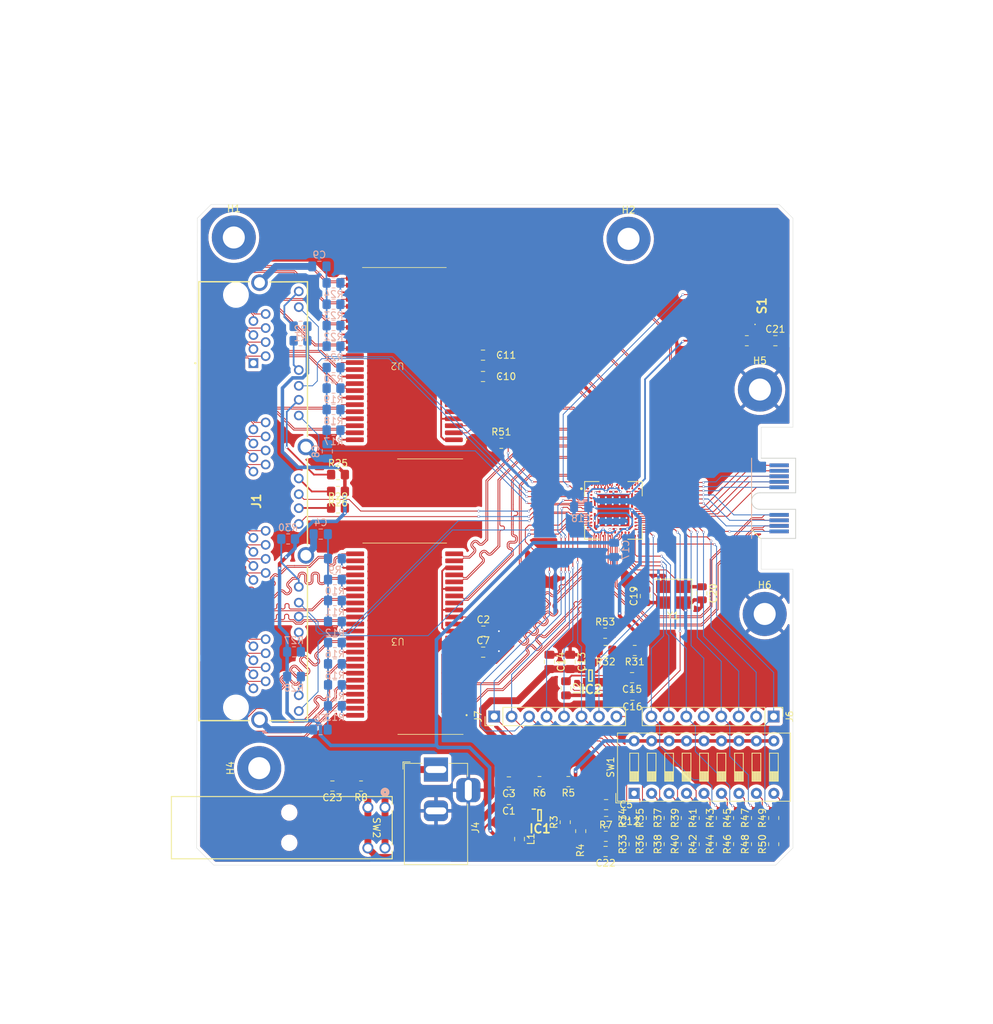
<source format=kicad_pcb>
(kicad_pcb (version 20240108) (generator "pcbnew") (generator_version "8.0")
  (layers (0 "F.Cu" signal) (1 "In1.Cu" signal) (2 "In2.Cu" signal) (31 "B.Cu" signal) (34 "B.Paste" user) (35 "F.Paste" user) (36 "B.SilkS" user "B.Silkscreen") (37 "F.SilkS" user "F.Silkscreen") (38 "B.Mask" user) (39 "F.Mask" user) (44 "Edge.Cuts" user))
  (net 0 "")
  (net 1 "/SMDC")
  (net 3 "/MSCK")
  (net 4 "/UART_TX")
  (net 5 "/LED0R")
  (net 7 "/MSD0")
  (net 8 "/SMDIO")
  (net 9 "/G0D+")
  (net 10 "/MSDI")
  (net 11 "/MSCS")
  (net 13 "/UART_RX")
  (net 15 "/G0D-")
  (net 16 "/G0A+")
  (net 17 "/G0A-")
  (net 18 "/GPIO25")
  (net 19 "/G0B+")
  (net 20 "/GPIO27")
  (net 21 "/G0C+")
  (net 22 "/G0C-")
  (net 23 "/LED0L")
  (net 24 "/G0B-")
  (net 25 "/G1D+")
  (net 26 "/G1B+")
  (net 27 "/G1B-")
  (net 28 "/G1D-")
  (net 29 "/G1C-")
  (net 30 "/G1A+")
  (net 31 "/G1A-")
  (net 32 "+3.3V")
  (net 33 "GND")
  (net 34 "/LED1L")
  (net 35 "/LED1R")
  (net 36 "/G1C+")
  (net 37 "Earth")
  (net 38 "/G2B-")
  (net 39 "/G2B+")
  (net 40 "/G2A+")
  (net 41 "/LED2R")
  (net 42 "/G2D+")
  (net 43 "/G2D-")
  (net 44 "/G2A-")
  (net 45 "/G2C-")
  (net 46 "/LED2L")
  (net 47 "/G2C+")
  (net 48 "/G3A+")
  (net 49 "/G3C-")
  (net 50 "/G3D-")
  (net 51 "/G3C+")
  (net 52 "/G3A-")
  (net 53 "/G3B-")
  (net 54 "/G3B+")
  (net 55 "/LED3R")
  (net 56 "/G3D+")
  (net 57 "/LED3L")
  (net 58 "Net-(J1-A_GREEN_4)")
  (net 59 "Net-(J1-A_YELLOW_3)")
  (net 60 "Net-(J1-A_YELLOW_2)")
  (net 61 "Net-(J1-A_GREEN_3)")
  (net 62 "Net-(J1-A_YELLOW_1)")
  (net 63 "Net-(J1-A_YELLOW_4)")
  (net 64 "Net-(J1-A_GREEN_1)")
  (net 65 "Net-(J1-A_GREEN_2)")
  (net 66 "/PWR_UNREG")
  (net 67 "+1V1")
  (net 68 "/SW1")
  (net 69 "/FB1")
  (net 70 "/PWR_EN1")
  (net 71 "/PWR_EN2")
  (net 72 "/SW2")
  (net 73 "/FB2")
  (net 74 "/A3+")
  (net 75 "/B2+")
  (net 76 "/A2-")
  (net 77 "/A0+")
  (net 78 "/B0+")
  (net 79 "/B1+")
  (net 80 "/A1+")
  (net 81 "/B3+")
  (net 82 "/B1-")
  (net 83 "/A2+")
  (net 84 "/B0-")
  (net 85 "/A3-")
  (net 86 "/B3-")
  (net 87 "/A1-")
  (net 88 "/A0-")
  (net 89 "/B2-")
  (net 90 "/D3+")
  (net 91 "/C3+")
  (net 92 "/C1+")
  (net 93 "/C1-")
  (net 94 "/C2-")
  (net 95 "/D1+")
  (net 96 "/C3-")
  (net 97 "/D3-")
  (net 98 "/D0+")
  (net 99 "/C0+")
  (net 100 "/D2+")
  (net 101 "/D1-")
  (net 102 "/C2+")
  (net 103 "/D2-")
  (net 104 "/D0-")
  (net 105 "/C0-")
  (net 106 "Net-(U3-TCT5)")
  (net 107 "Net-(C4-Pad1)")
  (net 108 "Net-(C6-Pad1)")
  (net 109 "Net-(U3-TCT1)")
  (net 110 "Net-(U3-MCT8)")
  (net 111 "Net-(U3-MCT7)")
  (net 112 "Net-(U3-MCT6)")
  (net 113 "Net-(U3-MCT5)")
  (net 114 "Net-(U3-MCT1)")
  (net 115 "Net-(U3-MCT2)")
  (net 116 "Net-(U3-MCT3)")
  (net 117 "Net-(U3-MCT4)")
  (net 118 "Net-(C8-Pad1)")
  (net 119 "Net-(C9-Pad1)")
  (net 120 "Net-(U2-TCT1)")
  (net 121 "Net-(U2-TCT5)")
  (net 122 "Net-(U2-MCT1)")
  (net 123 "Net-(U2-MCT2)")
  (net 124 "Net-(U2-MCT3)")
  (net 125 "Net-(U2-MCT4)")
  (net 126 "Net-(U2-MCT5)")
  (net 127 "Net-(U2-MCT6)")
  (net 128 "Net-(U2-MCT7)")
  (net 129 "Net-(U2-MCT8)")
  (net 130 "/RX_CTL")
  (net 131 "/TX_CTL")
  (net 134 "/RXD3")
  (net 135 "/TXD3")
  (net 136 "/RXD2")
  (net 137 "/TXD2")
  (net 138 "/TXD1")
  (net 139 "/TXC")
  (net 140 "/RXD1")
  (net 141 "/RXC")
  (net 142 "/TXD0")
  (net 143 "/RXD0")
  (net 144 "/SRX-")
  (net 145 "/STX-")
  (net 146 "/SRX+")
  (net 147 "/STX+")
  (net 148 "/GPIO28")
  (net 149 "/GPIO01")
  (net 150 "/GPIO29")
  (net 151 "/GPIO30")
  (net 152 "/GPIO26")
  (net 153 "/GPIO00")
  (net 154 "/S0")
  (net 155 "/S1")
  (net 156 "/S2")
  (net 157 "/S3")
  (net 158 "/S4")
  (net 159 "/S5")
  (net 160 "/S6")
  (net 161 "/S7")
  (net 162 "/S8")
  (net 163 "Net-(U1-XTAL1)")
  (net 164 "Net-(U1-XTAL2)")
  (net 165 "/RESET")
  (net 166 "Net-(C23-Pad1)")
  (net 167 "Net-(J4-Pad1)")
  (net 168 "Net-(U1-RCAL)")
  (net 169 "Net-(U1-RESREF)")
  (footprint "Resistor_SMD:R_0805_2012Metric_Pad1.20x1.40mm_HandSolder" (layer "F.Cu") (at 161.1 139.75 90)
    (property "Reference" "R3")
    (property "Value" "100k")
  )
  (footprint "Resistor_SMD:R_0805_2012Metric_Pad1.20x1.40mm_HandSolder" (layer "F.Cu") (at 171.2 114.8 180)
    (property "Reference" "R31")
    (property "Value" "8k")
  )
  (footprint "router:XCVR_GSW140A3MC_S_LMHB" (layer "F.Cu") (at 168.1 94.45)
    (property "Reference" "U1" (hide yes))
    (property "Value" "~")
  )
  (footprint "local:PB400EEQR1BLK_EWI" (layer "F.Cu") (at 134.8892 137.6 -90)
    (property "Reference" "SW2")
    (property "Value" "PB400EEQR1BLK")
  )
  (footprint "Resistor_SMD:R_0805_2012Metric_Pad1.20x1.40mm_HandSolder" (layer "F.Cu") (at 191.414 139.145 90)
    (property "Reference" "R49")
    (property "Value" "20k")
  )
  (footprint "local:SOTFL50P160X60-6N" (layer "F.Cu") (at 164.774 118.45)
    (property "Reference" "IC2")
    (property "Value" "TPS564247DRLR" (hide yes))
  )
  (footprint "Capacitor_SMD:C_0805_2012Metric_Pad1.18x1.45mm_HandSolder" (layer "F.Cu") (at 167.0375 139.65 180)
    (property "Reference" "C12")
    (property "Value" "100n")
  )
  (footprint "Inductor_SMD:L_0805_2012Metric_Pad1.15x1.40mm_HandSolder" (layer "F.Cu") (at 154.45 142.2 -90)
    (property "Reference" "L1")
    (property "Value" "1.5uH")
  )
  (footprint "Capacitor_SMD:C_0805_2012Metric_Pad1.18x1.45mm_HandSolder" (layer "F.Cu") (at 149.1375 75)
    (property "Reference" "C10")
    (property "Value" "100n")
  )
  (footprint "Capacitor_SMD:C_0805_2012Metric_Pad1.18x1.45mm_HandSolder" (layer "F.Cu") (at 149.1375 71.9)
    (property "Reference" "C11")
    (property "Value" "100n")
  )
  (footprint "Resistor_SMD:R_0805_2012Metric_Pad1.20x1.40mm_HandSolder" (layer "F.Cu") (at 176.214 139.145 90)
    (property "Reference" "R37")
    (property "Value" "20k")
  )
  (footprint "Resistor_SMD:R_0805_2012Metric_Pad1.20x1.40mm_HandSolder" (layer "F.Cu") (at 173.614 139.145 90)
    (property "Reference" "R35")
    (property "Value" "20k")
  )
  (footprint "Resistor_SMD:R_0805_2012Metric_Pad1.20x1.40mm_HandSolder" (layer "F.Cu") (at 183.814 142.945 90)
    (property "Reference" "R44")
    (property "Value" "20k")
  )
  (footprint "Resistor_SMD:R_0805_2012Metric_Pad1.20x1.40mm_HandSolder" (layer "F.Cu") (at 128.05 94.1)
    (property "Reference" "R29")
    (property "Value" "100")
  )
  (footprint "local:1149848" (layer "F.Cu") (at 115.75 73.06 -90)
    (property "Reference" "J1")
    (property "Value" "1149848" (hide yes))
  )
  (footprint "router:SMD-48" (layer "F.Cu") (at 136.7 72.97 180)
    (property "Reference" "U2")
    (property "Value" "~")
  )
  (footprint "Resistor_SMD:R_0805_2012Metric_Pad1.20x1.40mm_HandSolder" (layer "F.Cu") (at 173.614 142.945 90)
    (property "Reference" "R36")
    (property "Value" "20k")
  )
  (footprint "Resistor_SMD:R_0805_2012Metric_Pad1.20x1.40mm_HandSolder" (layer "F.Cu") (at 167 141.8)
    (property "Reference" "R7")
    (property "Value" "10k")
  )
  (footprint "Inductor_SMD:L_0805_2012Metric_Pad1.15x1.40mm_HandSolder" (layer "F.Cu") (at 161.2 120.3 -90)
    (property "Reference" "L2")
    (property "Value" "1uH")
  )
  (footprint "Resistor_SMD:R_0805_2012Metric_Pad1.20x1.40mm_HandSolder" (layer "F.Cu") (at 166.95 114.8 180)
    (property "Reference" "R32")
    (property "Value" "10k")
  )
  (footprint "Resistor_SMD:R_0805_2012Metric_Pad1.20x1.40mm_HandSolder" (layer "F.Cu") (at 176.214 142.945 90)
    (property "Reference" "R38")
    (property "Value" "20k")
  )
  (footprint "MountingHole:MountingHole_3.2mm_M3_Pad" (layer "F.Cu") (at 116.6 131.9 90)
    (property "Reference" "H4")
    (property "Value" "MountingHole_Pad")
  )
  (footprint "Capacitor_SMD:C_0805_2012Metric_Pad1.18x1.45mm_HandSolder" (layer "F.Cu") (at 152.9 133.9 180)
    (property "Reference" "C3")
    (property "Value" "100n")
  )
  (footprint "Capacitor_SMD:C_0805_2012Metric_Pad1.18x1.45mm_HandSolder" (layer "F.Cu") (at 127.2375 134.5 180)
    (property "Reference" "C23")
    (property "Value" "47u")
  )
  (footprint "Connector_PinHeader_2.54mm:PinHeader_1x08_P2.54mm_Vertical" (layer "F.Cu") (at 150.76 124.4 90)
    (property "Reference" "J7")
    (property "Value" "Conn_01x08" (hide yes))
  )
  (footprint "MountingHole:MountingHole_3.2mm_M3_Pad" (layer "F.Cu") (at 112.9 54.8)
    (property "Reference" "H1")
    (property "Value" "MountingHole_Pad" (hide yes))
  )
  (footprint "Connector_PinHeader_2.54mm:PinHeader_1x08_P2.54mm_Vertical" (layer "F.Cu") (at 191.4 124.4 -90)
    (property "Reference" "J6")
    (property "Value" "Conn_01x08" (hide yes))
  )
  (footprint "Crystal:Crystal_SMD_3225-4Pin_3.2x2.5mm_HandSoldering" (layer "F.Cu") (at 176.8 106.7 180)
    (property "Reference" "Y1")
    (property "Value" "Crystal_GND24")
  )
  (footprint "Capacitor_SMD:C_0805_2012Metric_Pad1.18x1.45mm_HandSolder" (layer "F.Cu") (at 170.8125 118.75 180)
    (property "Reference" "C15")
    (property "Value" "22u")
  )
  (footprint "Capacitor_SMD:C_0805_2012Metric_Pad1.18x1.45mm_HandSolder" (layer "F.Cu") (at 149.1625 115.05)
    (property "Reference" "C7")
    (property "Value" "100n")
  )
  (footprint "Resistor_SMD:R_0805_2012Metric_Pad1.20x1.40mm_HandSolder" (layer "F.Cu") (at 157.35 133.85 180)
    (property "Reference" "R6")
    (property "Value" "30k")
  )
  (footprint "Capacitor_SMD:C_0805_2012Metric_Pad1.18x1.45mm_HandSolder" (layer "F.Cu") (at 161.81 116.4625 -90)
    (property "Reference" "C13")
    (property "Value" "47u")
  )
  (footprint "Resistor_SMD:R_0805_2012Metric_Pad1.20x1.40mm_HandSolder" (layer "F.Cu") (at 181.314 142.945 90)
    (property "Reference" "R42")
    (property "Value" "20k")
  )
  (footprint "MountingHole:MountingHole_3.2mm_M3_Pad" (layer "F.Cu") (at 190.1 109.5)
    (property "Reference" "H6")
    (property "Value" "MountingHole_Pad")
  )
  (footprint "Capacitor_SMD:C_0805_2012Metric_Pad1.18x1.45mm_HandSolder" (layer "F.Cu") (at 149.1875 112)
    (property "Reference" "C2")
    (property "Value" "100n")
  )
  (footprint "Resistor_SMD:R_0805_2012Metric_Pad1.20x1.40mm_HandSolder" (layer "F.Cu") (at 178.714 139.145 90)
    (property "Reference" "R39")
    (property "Value" "20k")
  )
  (footprint "local:TS2134035BK160SMTTR" (layer "F.Cu") (at 189.7 64.725 90)
    (property "Reference" "S1")
    (property "Value" "TS21-34-035-BK-160-SMT-TR" (hide yes))
  )
  (footprint "Resistor_SMD:R_0805_2012Metric_Pad1.20x1.40mm_HandSolder" (layer "F.Cu") (at 181.314 139.145 90)
    (property "Reference" "R41")
    (property "Value" "20k")
  )
  (footprint "MountingHole:MountingHole_3.2mm_M3_Pad" (layer "F.Cu") (at 189.4 76.9)
    (property "Reference" "H5")
    (property "Value" "MountingHole_Pad")
  )
  (footprint "Connector_Samtec_HSEC8:Samtec_HSEC8-109-X-X-DV_2x09_P0.8mm_Edge" (layer "F.Cu") (at 194.6 92.7 90)
    (property "Reference" "J3" (hide yes))
    (property "Value" "HSEC8-109-01-L-RA-TR" (hide yes))
    (fp_line (start 0.805 -5.2) (end 0.805 0) (stroke (width 0.12)) (layer "Edge.Cuts"))
    (fp_line (start -5.825 -5) (end -5.825 0) (stroke (width 0.12)) (layer "Edge.Cuts"))
    (fp_line (start 5.825 0) (end 5.825 -5) (stroke (width 0.12)) (layer "Edge.Cuts"))
    (fp_line (start 0.805 0) (end 5.825 0) (stroke (width 0.12)) (layer "Edge.Cuts"))
    (fp_line (start -1.595 0) (end -1.595 -5.2) (stroke (width 0.12)) (layer "Edge.Cuts"))
    (fp_line (start -5.825 0) (end -1.595 0) (stroke (width 0.12)) (layer "Edge.Cuts"))
    (fp_arc (start -1.595 -5.2) (mid -0.395 -6.4) (end 0.805 -5.2) (stroke (width 0.12)) (layer "Edge.Cuts"))
  )
  (footprint "Resistor_SMD:R_0805_2012Metric_Pad1.20x1.40mm_HandSolder" (layer "F.Cu") (at 171.114 142.945 90)
    (property "Reference" "R33")
    (property "Value" "20k")
  )
  (footprint "Capacitor_SMD:C_0805_2012Metric_Pad1.18x1.45mm_HandSolder" (layer "F.Cu") (at 152.9 136.45 180)
    (property "Reference" "C1")
    (property "Value" "47u")
  )
  (footprint "Resistor_SMD:R_0805_2012Metric_Pad1.20x1.40mm_HandSolder" (layer "F.Cu") (at 171.114 139.145 90)
    (property "Reference" "R34")
    (property "Value" "20k")
  )
  (footprint "Resistor_SMD:R_0805_2012Metric_Pad1.20x1.40mm_HandSolder" (layer "F.Cu") (at 178.714 142.945 90)
    (property "Reference" "R40")
    (property "Value" "20k")
  )
  (footprint "Resistor_SMD:R_0805_2012Metric_Pad1.20x1.40mm_HandSolder" (layer "F.Cu") (at 186.314 139.145 90)
    (property "Reference" "R45")
    (property "Value" "20k")
  )
  (footprint "Resistor_SMD:R_0805_2012Metric_Pad1.20x1.40mm_HandSolder" (layer "F.Cu") (at 131.4 134.5 180)
    (property "Reference" "R8")
    (property "Value" "100")
  )
  (footprint "Resistor_SMD:R_0805_2012Metric_Pad1.20x1.40mm_HandSolder" (layer "F.Cu") (at 186.314 142.945 90)
    (property "Reference" "R46")
    (property "Value" "20k")
  )
  (footprint "Resistor_SMD:R_0805_2012Metric_Pad1.20x1.40mm_HandSolder" (layer "F.Cu") (at 191.414 142.945 90)
    (property "Reference" "R50")
    (property "Value" "20k")
  )
  (footprint "Capacitor_SMD:C_0805_2012Metric_Pad1.18x1.45mm_HandSolder" (layer "F.Cu") (at 158.8 116.4625 -90)
    (property "Reference" "C14")
    (property "Value" "100n")
  )
  (footprint "Resistor_SMD:R_0805_2012Metric_Pad1.20x1.40mm_HandSolder" (layer "F.Cu") (at 163.35 141.05 -90)
    (property "Reference" "R4")
    (property "Value" "75k")
  )
  (footprint "Resistor_SMD:R_0805_2012Metric_Pad1.20x1.40mm_HandSolder" (layer "F.Cu") (at 128.05 91.7 180)
    (property "Reference" "R26")
    (property "Value" "100")
  )
  (footprint "Connector_BarrelJack:BarrelJack_Horizontal" (layer "F.Cu") (at 142.3 132.1 90)
    (property "Reference" "J4")
    (property "Value" "Barrel_Jack_Switch")
  )
  (footprint "Resistor_SMD:R_0805_2012Metric_Pad1.20x1.40mm_HandSolder" (layer "F.Cu") (at 166.9 112.3)
    (property "Reference" "R53")
    (property "Value" "TBD")
  )
  (footprint "local:SOTFL50P160X60-6N" (layer "F.Cu") (at 157.362 138.75)
    (property "Reference" "IC1")
    (property "Value" "TPS564247DRLR" (hide yes))
  )
  (footprint "MountingHole:MountingHole_3.2mm_M3_Pad" (layer "F.Cu") (at 170.3 55)
    (property "Reference" "H2")
    (property "Value" "MountingHole_Pad")
  )
  (footprint "Resistor_SMD:R_0805_2012Metric_Pad1.20x1.40mm_HandSolder" (layer "F.Cu") (at 187.5 69.8 180)
    (property "Reference" "R52" (hide yes))
    (property "Value" "100k")
  )
  (footprint "Resistor_SMD:R_0805_2012Metric_Pad1.20x1.40mm_HandSolder" (layer "F.Cu") (at 183.814 139.145 90)
    (property "Reference" "R43")
    (property "Value" "20k")
  )
  (footprint "Capacitor_SMD:C_0805_2012Metric_Pad1.18x1.45mm_HandSolder" (layer "F.Cu") (at 170.8625 121.3 180)
    (property "Reference" "C16")
    (property "Value" "100n")
  )
  (footprint "Capacitor_SMD:C_0805_2012Metric" (layer "F.Cu") (at 180.95 106.5 -90)
    (property "Reference" "C20")
    (property "Value" "18p")
  )
  (footprint "Capacitor_SMD:C_0805_2012Metric" (layer "F.Cu") (at 172.75 106.9 90)
    (property "Reference" "C19")
    (property "Value" "18p")
  )
  (footprint "Button_Switch_THT:SW_DIP_SPSTx09_Slide_9.78x25.04mm_W7.62mm_P2.54mm" (layer "F.Cu") (at 171.114 135.565 90)
    (property "Reference" "SW1")
    (property "Value" "SW_DIP_x09")
  )
  (footprint "Resistor_SMD:R_0805_2012Metric_Pad1.20x1.40mm_HandSolder" (layer "F.Cu") (at 188.914 142.945 90)
    (property "Reference" "R48")
    (property "Value" "20k")
  )
  (footprint "Capacitor_SMD:C_0805_2012Metric_Pad1.18x1.45mm_HandSolder" (layer "F.Cu") (at 167.0375 137.2 180)
    (property "Reference" "C5")
    (property "Value" "22u")
  )
  (footprint "Capacitor_SMD:C_0805_2012Metric" (layer "F.Cu") (at 191.65 69.8)
    (property "Reference" "C21")
    (property "Value" "100n" (hide yes))
  )
  (footprint "Resistor_SMD:R_0805_2012Metric_Pad1.20x1.40mm_HandSolder" (layer "F.Cu") (at 128.05 89.25)
    (property "Reference" "R25")
    (property "Value" "100")
  )
  (footprint "Resistor_SMD:R_0805_2012Metric_Pad1.20x1.40mm_HandSolder" (layer "F.Cu") (at 161.55 133.85 180)
    (property "Reference" "R5")
    (property "Value" "135k")
  )
  (footprint "router:SMD-48" (layer "F.Cu") (at 136.75 113 180)
    (property "Reference" "U3")
    (property "Value" "~")
  )
  (footprint "Resistor_SMD:R_0805_2012Metric_Pad1.20x1.40mm_HandSolder" (layer "F.Cu") (at 151.8 84.7)
    (property "Reference" "R51")
    (property "Value" "TBD")
  )
  (footprint "Capacitor_SMD:C_0805_2012Metric_Pad1.18x1.45mm_HandSolder" (layer "F.Cu") (at 166.9625 144)
    (property "Reference" "C22")
    (property "Value" "10u")
  )
  (footprint "Resistor_SMD:R_0805_2012Metric_Pad1.20x1.40mm_HandSolder" (layer "F.Cu") (at 188.914 139.145 90)
    (property "Reference" "R47")
    (property "Value" "20k")
  )
  (footprint "Resistor_SMD:R_0805_2012Metric_Pad1.20x1.40mm_HandSolder" (layer "B.Cu") (at 127.4 76.7)
    (property "Reference" "R19")
    (property "Value" "75R")
  )
  (footprint "Resistor_SMD:R_0805_2012Metric_Pad1.20x1.40mm_HandSolder" (layer "B.Cu") (at 127.6 104.5)
    (property "Reference" "R10")
    (property "Value" "75R")
  )
  (footprint "Resistor_SMD:R_0805_2012Metric_Pad1.20x1.40mm_HandSolder" (layer "B.Cu") (at 127.6 110.6)
    (property "Reference" "R12")
    (property "Value" "75R")
  )
  (footprint "Capacitor_SMD:C_0805_2012Metric_Pad1.18x1.45mm_HandSolder" (layer "B.Cu") (at 125.3375 59 180)
    (property "Reference" "C9")
    (property "Value" "1000p")
  )
  (footprint "Resistor_SMD:R_0805_2012Metric_Pad1.20x1.40mm_HandSolder" (layer "B.Cu") (at 122.6 67.7)
    (property "Reference" "R1")
    (property "Value" "100")
  )
  (footprint "Resistor_SMD:R_0805_2012Metric_Pad1.20x1.40mm_HandSolder" (layer "B.Cu") (at 127.4 79.8)
    (property "Reference" "R18")
    (property "Value" "75R")
  )
  (footprint "Resistor_SMD:R_0805_2012Metric_Pad1.20x1.40mm_HandSolder" (layer "B.Cu") (at 127.6 119.8)
    (property "Reference" "R14")
    (property "Value" "75R")
  )
  (footprint "Capacitor_SMD:C_0805_2012Metric_Pad1.18x1.45mm_HandSolder" (layer "B.Cu") (at 168.2 100.1875 90)
    (property "Reference" "C17")
    (property "Value" "100n")
  )
  (footprint "Resistor_SMD:R_0805_2012Metric_Pad1.20x1.40mm_HandSolder" (layer "B.Cu") (at 127.4 64.5)
    (property "Reference" "R23")
    (property "Value" "75R")
  )
  (footprint "Resistor_SMD:R_0805_2012Metric_Pad1.20x1.40mm_HandSolder" (layer "B.Cu") (at 127.6 107.55)
    (property "Reference" "R11")
    (property "Value" "75R")
  )
  (footprint "Resistor_SMD:R_0805_2012Metric_Pad1.20x1.40mm_HandSolder" (layer "B.Cu") (at 127.6 101.45)
    (property "Reference" "R9")
    (property "Value" "75R")
  )
  (footprint "Resistor_SMD:R_0805_2012Metric_Pad1.20x1.40mm_HandSolder" (layer "B.Cu") (at 127.6 113.65)
    (property "Reference" "R16")
    (property "Value" "75R")
  )
  (footprint "Resistor_SMD:R_0805_2012Metric_Pad1.20x1.40mm_HandSolder" (layer "B.Cu") (at 120.8 98.6 180)
    (property "Reference" "R30")
    (property "Value" "100")
  )
  (footprint "Capacitor_SMD:C_0805_2012Metric_Pad1.18x1.45mm_HandSolder" (layer "B.Cu") (at 126.5 85.8625 -90)
    (property "Reference" "C8")
    (property "Value" "1000p")
  )
  (footprint "Resistor_SMD:R_0805_2012Metric_Pad1.20x1.40mm_HandSolder" (layer "B.Cu") (at 121.65 115 180)
    (property "Reference" "R27")
    (property "Value" "100")
  )
  (footprint "Resistor_SMD:R_0805_2012Metric_Pad1.20x1.40mm_HandSolder" (layer "B.Cu") (at 127.4 61.4)
    (property "Reference" "R24")
    (property "Value" "75R")
  )
  (footprint "Capacitor_SMD:C_0805_2012Metric_Pad1.18x1.45mm_HandSolder" (layer "B.Cu") (at 125.5125 126.3 180)
    (property "Reference" "C6")
    (property "Value" "1000p")
  )
  (footprint "Resistor_SMD:R_0805_2012Metric_Pad1.20x1.40mm_HandSolder" (layer "B.Cu") (at 121.65 118.6)
    (property "Reference" "R28")
    (property "Value" "100")
  )
  (footprint "Resistor_SMD:R_0805_2012Metric_Pad1.20x1.40mm_HandSolder" (layer "B.Cu") (at 127.4 73.7)
    (property "Reference" "R20")
    (property "Value" "75R")
  )
  (footprint "Resistor_SMD:R_0805_2012Metric_Pad1.20x1.40mm_HandSolder" (layer "B.Cu") (at 127.4 70.6)
    (property "Reference" "R21")
    (property "Value" "75R")
  )
  (footprint "Resistor_SMD:R_0805_2012Metric_Pad1.20x1.40mm_HandSolder" (layer "B.Cu") (at 127.6 116.75)
    (property "Reference" "R15")
    (property "Value" "75R")
  )
  (footprint "Resistor_SMD:R_0805_2012Metric_Pad1.20x1.40mm_HandSolder" (layer "B.Cu") (at 127.4 67.6)
    (property "Reference" "R22")
    (property "Value" "75R")
  )
  (footprint "Capacitor_SMD:C_0805_2012Metric_Pad1.18x1.45mm_HandSolder" (layer "B.Cu") (at 125.5375 97.9 180)
    (property "Reference" "C4")
    (property "Value" "1000p")
  )
  (footprint "Resistor_SMD:R_0805_2012Metric_Pad1.20x1.40mm_HandSolder" (layer "B.Cu") (at 127.4 82.8)
    (property "Reference" "R17")
    (property "Value" "75R")
  )
  (footprint "Resistor_SMD:R_0805_2012Metric_Pad1.20x1.40mm_HandSolder" (layer "B.Cu") (at 122.6 69.8 180)
    (property "Reference" "R2")
    (property "Value" "100")
  )
  (footprint "Capacitor_SMD:C_0805_2012Metric_Pad1.18x1.45mm_HandSolder" (layer "B.Cu") (at 163.4125 93.95)
    (property "Reference" "C18")
    (property "Value" "100n")
  )
  (footprint "Resistor_SMD:R_0805_2012Metric_Pad1.20x1.40mm_HandSolder" (layer "B.Cu") (at 127.6 122.85)
    (property "Reference" "R13")
    (property "Value" "75R")
  )
  (gr_rect (start 163.05 117) (end 164.05 118) (stroke (width 0.2)) (fill solid) (layer "F.Cu") (net 66))
  (gr_rect (start 157.05 137.45) (end 157.65 139.65) (stroke (width 0.2)) (fill solid) (layer "F.Cu") (net 33))
  (gr_rect (start 155.7 137.35) (end 156.7 138.35) (stroke (width 0.2)) (fill solid) (layer "F.Cu") (net 66))
  (gr_rect (start 164.512 117.4) (end 165.112 119.6) (stroke (width 0.2)) (fill solid) (layer "F.Cu") (net 33))
  (gr_rect (start 163.75 118.9) (end 167.1 119.8) (stroke (width 0.2)) (fill solid) (layer "F.Cu") (net 33))
  (gr_rect (start 156.35 139.15) (end 159.7 140.05) (stroke (width 0.2)) (fill solid) (layer "F.Cu") (net 33))
  (gr_line (start 109.6 50) (end 107.6 52) (stroke (width 0.05)) (layer "Edge.Cuts"))
  (gr_line (start 194.2 103) (end 189.6 103) (stroke (width 0.05)) (layer "Edge.Cuts"))
  (gr_line (start 107.5 143.5) (end 110 146) (stroke (width 0.05)) (layer "Edge.Cuts"))
  (gr_line (start 189.6 98.525) (end 189.6 103) (stroke (width 0.05)) (layer "Edge.Cuts"))
  (gr_line (start 107.6 52) (end 107.5 143.5) (stroke (width 0.05)) (layer "Edge.Cuts"))
  (gr_line (start 191.7 146) (end 194.2 143.5) (stroke (width 0.05)) (layer "Edge.Cuts"))
  (gr_line (start 110 146) (end 191.7 146) (stroke (width 0.05)) (layer "Edge.Cuts"))
  (gr_line (start 192.2 50) (end 109.6 50) (stroke (width 0.05)) (layer "Edge.Cuts"))
  (gr_line (start 194.2 82.3625) (end 189.6 82.3625) (stroke (width 0.05)) (layer "Edge.Cuts"))
  (gr_line (start 189.6 82.3625) (end 189.6 86.875) (stroke (width 0.05)) (layer "Edge.Cuts"))
  (gr_line (start 194.2 82.3625) (end 194.2 52) (stroke (width 0.05)) (layer "Edge.Cuts"))
  (gr_line (start 194.2 52) (end 192.2 50) (stroke (width 0.05)) (layer "Edge.Cuts"))
  (gr_line (start 194.2 143.5) (end 194.2 103) (stroke (width 0.05)) (layer "Edge.Cuts"))
  (segment (start 171.81 96.95) (end 177.75 96.95) (width 0.127) (layer "F.Cu") (net 1))
  (segment (start 181.7 98.3) (end 182.3 98.9) (width 0.127) (layer "F.Cu") (net 1))
  (segment (start 177.75 96.95) (end 179.1 98.3) (width 0.127) (layer "F.Cu") (net 1))
  (segment (start 179.1 98.3) (end 181.7 98.3) (width 0.127) (layer "F.Cu") (net 1))
  (via (at 182.3 98.9) (size 0.3556) (drill 0.254) (layers "F.Cu" "B.Cu") (net 1))
  (segment (start 182.3 111.4) (end 182.3 98.9) (width 0.127) (layer "B.Cu") (net 1))
  (segment (start 188.86 117.96) (end 182.3 111.4) (width 0.127) (layer "B.Cu") (net 1))
  (segment (start 188.86 124.4) (end 188.86 117.96) (width 0.127) (layer "B.Cu") (net 1))
  (segment (start 182.7405 99.3405) (end 182.8 99.4) (width 0.127) (layer "F.Cu") (net 3))
  (segment (start 172.1 99.3) (end 172.1405 99.3405) (width 0.127) (layer "F.Cu") (net 3))
  (segment (start 190.554 137.285) (end 191.414 138.145) (width 0.127) (layer "F.Cu") (net 3))
  (segment (start 171.783 98.133) (end 171.783 98.983) (width 0.127) (layer "F.Cu") (net 3))
  (segment (start 190.526 137.285) (end 190.554 137.285) (width 0.127) (layer "F.Cu") (net 3))
  (segment (start 172.1405 99.3405) (end 182.7405 99.3405) (width 0.127) (layer "F.Cu") (net 3))
  (segment (start 171.783 98.983) (end 172.1 99.3) (width 0.127) (layer "F.Cu") (net 3))
  (via (at 190.526 137.285) (size 0.3556) (drill 0.254) (layers "F.Cu" "B.Cu") (net 3))
  (via (at 182.8 99.4) (size 0.3556) (drill 0.254) (layers "F.Cu" "B.Cu") (net 3))
  (segment (start 190.126 136.885) (end 190.526 137.285) (width 0.127) (layer "B.Cu") (net 3))
  (segment (start 183.1 99.7) (end 182.8 99.4) (width 0.127) (layer "B.Cu") (net 3))
  (segment (start 191.4 124.4) (end 191.4 118) (width 0.127) (layer "B.Cu") (net 3))
  (segment (start 191.4 118) (end 183.1 109.7) (width 0.127) (layer "B.Cu") (net 3))
  (segment (start 190.126 125.674) (end 191.4 124.4) (width 0.127) (layer "B.Cu") (net 3))
  (segment (start 190.126 136.885) (end 190.126 125.674) (width 0.127) (layer "B.Cu") (net 3))
  (segment (start 183.1 109.7) (end 183.1 99.7) (width 0.127) (layer "B.Cu") (net 3))
  (segment (start 171.3247 96.2147) (end 178.9147 96.2147) (width 0.127) (layer "F.Cu") (net 4))
  (segment (start 171.31 96.2) (end 171.3247 96.2147) (width 0.127) (layer "F.Cu") (net 4))
  (segment (start 178.9147 96.2147) (end 180.3 97.6) (width 0.127) (layer "F.Cu") (net 4))
  (segment (start 188.026 137.285) (end 188.054 137.285) (width 0.127) (layer "F.Cu") (net 4))
  (segment (start 188.054 137.285) (end 188.914 138.145) (width 0.127) (layer "F.Cu") (net 4))
  (via (at 188.026 137.285) (size 0.3556) (drill 0.254) (layers "F.Cu" "B.Cu") (net 4))
  (via (at 180.3 97.6) (size 0.3556) (drill 0.254) (layers "F.Cu" "B.Cu") (net 4))
  (segment (start 183.78 124.4) (end 183.78 116.38) (width 0.127) (layer "B.Cu") (net 4))
  (segment (start 187.726 132.885) (end 185.026 130.185) (width 0.127) (layer "B.Cu") (net 4))
  (segment (start 185.026 130.185) (end 185.026 125.646) (width 0.127) (layer "B.Cu") (net 4))
  (segment (start 187.726 136.985) (end 187.726 132.885) (width 0.127) (layer "B.Cu") (net 4))
  (segment (start 185.026 125.646) (end 183.78 124.4) (width 0.127) (layer "B.Cu") (net 4))
  (segment (start 180.3 97.6) (end 180.3 112.9) (width 0.127) (layer "B.Cu") (net 4))
  (segment (start 183.78 116.38) (end 180.3 112.9) (width 0.127) (layer "B.Cu") (net 4))
  (segment (start 188.026 137.285) (end 187.726 136.985) (width 0.127) (layer "B.Cu") (net 4))
  (segment (start 164.8753 93.2147) (end 162.6147 93.2147) (width 0.127) (layer "F.Cu") (net 5))
  (segment (start 161.85 92.45) (end 155.5 92.45) (width 0.127) (layer "F.Cu") (net 5))
  (segment (start 164.89 93.2) (end 164.8753 93.2147) (width 0.127) (layer "F.Cu") (net 5))
  (segment (start 162.6147 93.2147) (end 161.85 92.45) (width 0.127) (layer "F.Cu") (net 5))
  (via (at 155.5 92.45) (size 0.3556) (drill 0.254) (layers "F.Cu" "B.Cu") (net 5))
  (segment (start 135.45 72.4) (end 125.7 72.4) (width 0.127) (layer "B.Cu") (net 5))
  (segment (start 125.05 73.05) (end 125.05 75.65) (width 0.127) (layer "B.Cu") (net 5))
  (segment (start 155.5 92.45) (end 135.45 72.4) (width 0.127) (layer "B.Cu") (net 5))
  (segment (start 125.05 75.65) (end 124.35 76.35) (width 0.127) (layer "B.Cu") (net 5))
  (segment (start 124.35 76.35) (end 122.35 76.35) (width 0.127) (layer "B.Cu") (net 5))
  (segment (start 125.7 72.4) (end 125.05 73.05) (width 0.127) (layer "B.Cu") (net 5))
  (segment (start 171.5 101.1) (end 175.1 101.1) (width 0.127) (layer "F.Cu") (net 7))
  (segment (start 171.25 98.16) (end 171.25 100.85) (width 0.127) (layer "F.Cu") (net 7))
  (segment (start 185.426 137.385) (end 185.554 137.385) (width 0.127) (layer "F.Cu") (net 7))
  (segment (start 171.25 100.85) (end 171.5 101.1) (width 0.127) (layer "F.Cu") (net 7))
  (segment (start 185.554 137.385) (end 186.314 138.145) (width 0.127) (layer "F.Cu") (net 7))
  (via (at 175.1 101.1) (size 0.3556) (drill 0.254) (layers "F.Cu" "B.Cu") (net 7))
  (via (at 185.426 137.385) (size 0.3556) (drill 0.254) (layers "F.Cu" "B.Cu") (net 7))
  (segment (start 178.7 124.4) (end 178.7 114.5) (width 0.127) (layer "B.Cu") (net 7))
  (segment (start 180.026 125.796368) (end 178.664816 124.435184) (width 0.127) (layer "B.Cu") (net 7))
  (segment (start 185.426 137.385) (end 185.026 136.985) (width 0.127) (layer "B.Cu") (net 7))
  (segment (start 178.7 114.5) (end 176.4 112.2) (width 0.127) (layer "B.Cu") (net 7))
  (segment (start 185.026 134.485) (end 180.026 129.485) (width 0.127) (layer "B.Cu") (net 7))
  (segment (start 185.026 136.985) (end 185.026 134.485) (width 0.127) (layer "B.Cu") (net 7))
  (segment (start 175.1 101.1) (end 176.4 102.4) (width 0.127) (layer "B.Cu") (net 7))
  (segment (start 180.026 129.485) (end 180.026 125.796368) (width 0.127) (layer "B.Cu") (net 7))
  (segment (start 176.4 102.4) (end 176.4 112.2) (width 0.127) (layer "B.Cu") (net 7))
  (segment (start 171.41 96.6) (end 172 96.6) (width 0.127) (layer "F.Cu") (net 8))
  (segment (start 178.4 96.6) (end 179.4 97.6) (width 0.127) (layer "F.Cu") (net 8))
  (segment (start 171.31 96.7) (end 171.41 96.6) (width 0.127) (layer "F.Cu") (net 8))
  (segment (start 172 96.6) (end 178.4 96.6) (width 0.127) (layer "F.Cu") (net 8))
  (via (at 179.4 97.6) (size 0.3556) (drill 0.254) (layers "F.Cu" "B.Cu") (net 8))
  (segment (start 179.4 97.6) (end 179.4 114.1) (width 0.127) (layer "B.Cu") (net 8))
  (segment (start 181.24 124.4) (end 181.24 115.94) (width 0.127) (layer "B.Cu") (net 8))
  (segment (start 181.24 115.94) (end 179.4 114.1) (width 0.127) (layer "B.Cu") (net 8))
  (segment (start 170.227 79.047394) (end 170.227 90.906999) (width 0.127) (layer "F.Cu") (net 9))
  (segment (start 146.850001 69.91) (end 147.233001 70.293) (width 0.127) (layer "F.Cu") (net 9))
  (segment (start 170.227 90.906999) (end 170.35 91.029999) (width 0.127) (layer "F.Cu") (net 9))
  (segment (start 144.9 69.91) (end 146.850001 69.91) (width 0.127) (layer "F.Cu") (net 9))
  (segment (start 147.233001 70.293) (end 161.472606 70.293) (width 0.127) (layer "F.Cu") (net 9))
  (segment (start 170.35 91.029999) (end 170.35 91.24) (width 0.127) (layer "F.Cu") (net 9))
  (segment (start 161.472606 70.293) (end 170.227 79.047394) (width 0.127) (layer "F.Cu") (net 9))
  (segment (start 170.9 99.1) (end 170.9 101.5) (width 0.127) (layer "F.Cu") (net 10))
  (segment (start 170.85 97.66) (end 170.9 97.71) (width 0.127) (layer "F.Cu") (net 10))
  (segment (start 170.9 97.71) (end 170.9 99.1) (width 0.127) (layer "F.Cu") (net 10))
  (segment (start 171.345197 101.945197) (end 175.1 101.945197) (width 0.127) (layer "F.Cu") (net 10))
  (segment (start 171 101.6) (end 171.345197 101.945197) (width 0.127) (layer "F.Cu") (net 10))
  (segment (start 170.9 101.5) (end 171 101.6) (width 0.127) (layer "F.Cu") (net 10))
  (via (at 175.1 101.945197) (size 0.3556) (drill 0.254) (layers "F.Cu" "B.Cu") (net 10))
  (segment (start 176.16 112.66) (end 175.8 112.3) (width 0.127) (layer "B.Cu") (net 10))
  (segment (start 175.1 101.945197) (end 175.345197 101.945197) (width 0.127) (layer "B.Cu") (net 10))
  (segment (start 175.8 102.4) (end 175.8 112.3) (width 0.127) (layer "B.Cu") (net 10))
  (segment (start 175.345197 101.945197) (end 175.8 102.4) (width 0.127) (layer "B.Cu") (net 10))
  (segment (start 176.16 124.4) (end 176.16 112.66) (width 0.127) (layer "B.Cu") (net 10))
  (segment (start 182.954 137.285) (end 183.814 138.145) (width 0.127) (layer "F.Cu") (net 11))
  (segment (start 171.1 102.2) (end 171.4 102.5) (width 0.127) (layer "F.Cu") (net 11))
  (segment (start 170.6 101.7) (end 171.1 102.2) (width 0.127) (layer "F.Cu") (net 11))
  (segment (start 182.926 137.285) (end 182.954 137.285) (width 0.127) (layer "F.Cu") (net 11))
  (segment (start 171.4 102.5) (end 175.1 102.5) (width 0.127) (layer "F.Cu") (net 11))
  (segment (start 170.6 98.16) (end 170.6 101.7) (width 0.127) (layer "F.Cu") (net 11))
  (via (at 182.926 137.285) (size 0.3556) (drill 0.254) (layers "F.Cu" "B.Cu") (net 11))
  (via (at 175.1 102.5) (size 0.3556) (drill 0.254) (layers "F.Cu" "B.Cu") (net 11))
  (segment (start 174.826 125.606) (end 173.62 124.4) (width 0.127) (layer "B.Cu") (net 11))
  (segment (start 174.826 128.685) (end 174.826 125.606) (width 0.127) (layer "B.Cu") (net 11))
  (segment (start 173.62 124.4) (end 173.62 114.48) (width 0.127) (layer "B.Cu") (net 11))
  (segment (start 173.62 114.48) (end 175.4 112.7) (width 0.127) (layer "B.Cu") (net 11))
  (segment (start 182.426 134.485) (end 181.526 133.585) (width 0.127) (layer "B.Cu") (net 11))
  (segment (start 182.926 137.285) (end 182.426 136.785) (width 0.127) (layer "B.Cu") (net 11))
  (segment (start 179.726 133.585) (end 174.826 128.685) (width 0.127) (layer "B.Cu") (net 11))
  (segment (start 182.426 136.785) (end 182.426 134.485) (width 0.127) (layer "B.Cu") (net 11))
  (segment (start 181.526 133.585) (end 179.726 133.585) (width 0.127) (layer "B.Cu") (net 11))
  (segment (start 175.1 102.5) (end 175.4 102.8) (width 0.127) (layer "B.Cu") (net 11))
  (segment (start 175.4 102.8) (end 175.4 112.7) (width 0.127) (layer "B.Cu") (net 11))
  (segment (start 171.81 95.95) (end 179.55 95.95) (width 0.127) (layer "F.Cu") (net 13))
  (segment (start 179.55 95.95) (end 181.2 97.6) (width 0.127) (layer "F.Cu") (net 13))
  (via (at 181.2 97.6) (size 0.3556) (drill 0.254) (layers "F.Cu" "B.Cu") (net 13))
  (segment (start 181.2 112.7) (end 181.2 97.6) (width 0.127) (layer "B.Cu") (net 13))
  (segment (start 186.32 124.4) (end 186.32 117.82) (width 0.127) (layer "B.Cu") (net 13))
  (segment (start 186.32 117.82) (end 181.2 112.7) (width 0.127) (layer "B.Cu") (net 13))
  (segment (start 161.367394 70.547) (end 169.973 79.152606) (width 0.127) (layer "F.Cu") (net 15))
  (segment (start 169.973 90.906999) (end 169.85 91.029999) (width 0.127) (layer "F.Cu") (net 15))
  (segment (start 146.850001 70.93) (end 147.233001 70.547) (width 0.127) (layer "F.Cu") (net 15))
  (segment (start 169.973 79.152606) (end 169.973 90.906999) (width 0.127) (layer "F.Cu") (net 15))
  (segment (start 144.9 70.93) (end 146.850001 70.93) (width 0.127) (layer "F.Cu") (net 15))
  (segment (start 147.233001 70.547) (end 161.367394 70.547) (width 0.127) (layer "F.Cu") (net 15))
  (segment (start 169.85 91.029999) (end 169.85 91.24) (width 0.127) (layer "F.Cu") (net 15))
  (segment (start 176.527 69.047394) (end 168.592606 61.113) (width 0.127) (layer "F.Cu") (net 16))
  (segment (start 174.529606 91.7) (end 176.527 89.702606) (width 0.127) (layer "F.Cu") (net 16))
  (segment (start 168.592606 61.113) (end 147.233001 61.113) (width 0.127) (layer "F.Cu") (net 16))
  (segment (start 171.61632 91.6853) (end 172.00368 91.6853) (width 0.127) (layer "F.Cu") (net 16))
  (segment (start 176.527 89.702606) (end 176.527 69.047394) (width 0.127) (layer "F.Cu") (net 16))
  (segment (start 171.31 91.7) (end 171.60162 91.7) (width 0.127) (layer "F.Cu") (net 16))
  (segment (start 146.850001 60.73) (end 144.9 60.73) (width 0.127) (layer "F.Cu") (net 16))
  (segment (start 172.00368 91.6853) (end 172.01838 91.7) (width 0.127) (layer "F.Cu") (net 16))
  (segment (start 171.60162 91.7) (end 171.61632 91.6853) (width 0.127) (layer "F.Cu") (net 16))
  (segment (start 147.233001 61.113) (end 146.850001 60.73) (width 0.127) (layer "F.Cu") (net 16))
  (segment (start 172.01838 91.7) (end 174.529606 91.7) (width 0.127) (layer "F.Cu") (net 16))
  (segment (start 146.850001 61.75) (end 144.9 61.75) (width 0.127) (layer "F.Cu") (net 17))
  (segment (start 147.233001 61.367) (end 146.850001 61.75) (width 0.127) (layer "F.Cu") (net 17))
  (segment (start 172.123561 91.445999) (end 174.424395 91.445999) (width 0.127) (layer "F.Cu") (net 17))
  (segment (start 176.273 69.152606) (end 168.487394 61.367) (width 0.127) (layer "F.Cu") (net 17))
  (segment (start 171.81 91.3) (end 171.977562 91.3) (width 0.127) (layer "F.Cu") (net 17))
  (segment (start 176.273 89.597394) (end 176.273 69.152606) (width 0.127) (layer "F.Cu") (net 17))
  (segment (start 168.487394 61.367) (end 147.233001 61.367) (width 0.127) (layer "F.Cu") (net 17))
  (segment (start 171.977562 91.3) (end 172.123561 91.445999) (width 0.127) (layer "F.Cu") (net 17))
  (segment (start 174.424395 91.445999) (end 176.273 89.597394) (width 0.127) (layer "F.Cu") (net 17))
  (segment (start 162.2 97.6) (end 162.2 102.8) (width 0.127) (layer "F.Cu") (net 18))
  (segment (start 164.89 97.2) (end 164.8 97.2) (width 0.127) (layer "F.Cu") (net 18))
  (segment (start 164.7 97.3) (end 162.5 97.3) (width 0.127) (layer "F.Cu") (net 18))
  (segment (start 162.5 97.3) (end 162.2 97.6) (width 0.127) (layer "F.Cu") (net 18))
  (segment (start 164.8 97.2) (end 164.7 97.3) (width 0.127) (layer "F.Cu") (net 18))
  (via (at 162.2 102.8) (size 0.3556) (drill 0.254) (layers "F.Cu" "B.Cu") (net 18))
  (segment (start 162.2 102.8) (end 162.2 113.3) (width 0.127) (layer "B.Cu") (net 18))
  (segment (start 162.2 113.3) (end 160.9 114.6) (width 0.127) (layer "B.Cu") (net 18))
  (segment (start 160.92 114.62) (end 160.92 124.4) (width 0.127) (layer "B.Cu") (net 18))
  (segment (start 171.630001 90.614001) (end 171.630001 73.200395) (width 0.127) (layer "F.Cu") (net 19))
  (segment (start 171.783 90.767) (end 171.630001 90.614001) (width 0.127) (layer "F.Cu") (net 19))
  (segment (start 147.233001 64.173) (end 146.850001 63.79) (width 0.127) (layer "F.Cu") (net 19))
  (segment (start 146.850001 63.79) (end 144.9 63.79) (width 0.127) (layer "F.Cu") (net 19))
  (segment (start 171.630001 73.200395) (end 162.602606 64.173) (width 0.127) (layer "F.Cu") (net 19))
  (segment (start 162.602606 64.173) (end 147.233001 64.173) (width 0.127) (layer "F.Cu") (net 19))
  (segment (start 172.326 134.145) (end 166.126 127.945) (width 0.127) (layer "F.Cu") (net 20))
  (segment (start 166.126 127.945) (end 156.845 127.945) (width 0.127) (layer "F.Cu") (net 20))
  (segment (start 162 94.6) (end 161.4 94) (width 0.127) (layer "F.Cu") (net 20))
  (segment (start 160.8 94) (end 160.6 94.2) (width 0.127) (layer "F.Cu") (net 20))
  (segment (start 164.89 94.7) (end 164.8753 94.6853) (width 0.127) (layer "F.Cu") (net 20))
  (segment (start 164.6 94.6) (end 162 94.6) (width 0.127) (layer "F.Cu") (net 20))
  (segment (start 164.89 94.7) (end 164.7 94.7) (width 0.127) (layer "F.Cu") (net 20))
  (segment (start 161.4 94) (end 160.8 94) (width 0.127) (layer "F.Cu") (net 20))
  (segment (start 173.614 138.145) (end 172.326 136.857) (width 0.127) (layer "F.Cu") (net 20))
  (segment (start 156.845 127.945) (end 153.3 124.4) (width 0.127) (layer "F.Cu") (net 20))
  (segment (start 172.326 136.857) (end 172.326 134.145) (width 0.127) (layer "F.Cu") (net 20))
  (segment (start 164.7 94.7) (end 164.6 94.6) (width 0.127) (layer "F.Cu") (net 20))
  (segment (start 161.1 98.3) (end 161.1 103.4) (width 0.127) (layer "F.Cu") (net 20))
  (via (at 160.6 94.2) (size 0.3556) (drill 0.254) (layers "F.Cu" "B.Cu") (net 20))
  (via (at 161.1 103.4) (size 0.3556) (drill 0.254) (layers "F.Cu" "B.Cu") (net 20))
  (via (at 161.1 98.3) (size 0.3556) (drill 0.254) (layers "F.Cu" "B.Cu") (net 20))
  (segment (start 160.6 97.5) (end 161.1 98) (width 0.127) (layer "B.Cu") (net 20))
  (segment (start 160.6 94.2) (end 160.6 97.5) (width 0.127) (layer "B.Cu") (net 20))
  (segment (start 161.1 103.4) (end 161.1 110.5) (width 0.127) (layer "B.Cu") (net 20))
  (segment (start 161.1 110.5) (end 153.3 118.3) (width 0.127) (layer "B.Cu") (net 20))
  (segment (start 161.1 98) (end 161.1 98.3) (width 0.127) (layer "B.Cu") (net 20))
  (segment (start 153.3 118.3) (end 153.3 124.4) (width 0.127) (layer "B.Cu") (net 20))
  (segment (start 170.927 75.447394) (end 162.712606 67.233) (width 0.127) (layer "F.Cu") (net 21))
  (segment (start 170.85 90.946986) (end 170.8647 90.932286) (width 0.127) (layer "F.Cu") (net 21))
  (segment (start 170.8647 90.904906) (end 170.927 90.842606) (width 0.127) (layer "F.Cu") (net 21))
  (segment (start 162.712606 67.233) (end 147.233001 67.233) (width 0.127) (layer "F.Cu") (net 21))
  (segment (start 170.8647 90.932286) (end 170.8647 90.904906) (width 0.127) (layer "F.Cu") (net 21))
  (segment (start 146.850001 66.85) (end 144.9 66.85) (width 0.127) (layer "F.Cu") (net 21))
  (segment (start 170.85 91.24) (end 170.85 90.946986) (width 0.127) (layer "F.Cu") (net 21))
  (segment (start 147.233001 67.233) (end 146.850001 66.85) (width 0.127) (layer "F.Cu") (net 21))
  (segment (start 170.927 90.842606) (end 170.927 75.447394) (width 0.127) (layer "F.Cu") (net 21))
  (segment (start 170.673 90.737394) (end 170.673 75.552606) (width 0.127) (layer "F.Cu") (net 22))
  (segment (start 147.233001 67.487) (end 146.850001 67.87) (width 0.127) (layer "F.Cu") (net 22))
  (segment (start 170.673 75.552606) (end 162.607394 67.487) (width 0.127) (layer "F.Cu") (net 22))
  (segment (start 170.670394 90.74) (end 170.673 90.737394) (width 0.127) (layer "F.Cu") (net 22))
  (segment (start 170.6 90.74) (end 170.670394 90.74) (width 0.127) (layer "F.Cu") (net 22))
  (segment (start 146.850001 67.87) (end 144.9 67.87) (width 0.127) (layer "F.Cu") (net 22))
  (segment (start 162.607394 67.487) (end 147.233001 67.487) (width 0.127) (layer "F.Cu") (net 22))
  (segment (start 162.95 92.95) (end 161.7 91.7) (width 0.127) (layer "F.Cu") (net 23))
  (segment (start 161.7 91.7) (end 155.5 91.7) (width 0.127) (layer "F.Cu") (net 23))
  (segment (start 164.39 92.95) (end 162.95 92.95) (width 0.127) (layer "F.Cu") (net 23))
  (via (at 155.5 91.7) (size 0.3556) (drill 0.254) (layers "F.Cu" "B.Cu") (net 23))
  (segment (start 135.9405 72.1405) (end 127.7905 72.1405) (width 0.127) (layer "B.Cu") (net 23))
  (segment (start 155.5 91.7) (end 135.9405 72.1405) (width 0.127) (layer "B.Cu") (net 23))
  (segment (start 126.15 72.1) (end 125.2 71.15) (width 0.127) (layer "B.Cu") (net 23))
  (segment (start 127.7905 72.1405) (end 127.75 72.1) (width 0.127) (layer "B.Cu") (net 23))
  (segment (start 125.2 67.77) (end 122.35 64.92) (width 0.127) (layer "B.Cu") (net 23))
  (segment (start 127.75 72.1) (end 126.15 72.1) (width 0.127) (layer "B.Cu") (net 23))
  (segment (start 125.2 71.15) (end 125.2 67.77) (width 0.127) (layer "B.Cu") (net 23))
  (segment (start 162.497394 64.427) (end 147.233001 64.427) (width 0.127) (layer "F.Cu") (net 24))
  (segment (start 171.375999 73.305605) (end 162.497394 64.427) (width 0.127) (layer "F.Cu") (net 24))
  (segment (start 171.25 90.74) (end 171.375999 90.614001) (width 0.127) (layer "F.Cu") (net 24))
  (segment (start 146.850001 64.81) (end 144.9 64.81) (width 0.127) (layer "F.Cu") (net 24))
  (segment (start 147.233001 64.427) (end 146.850001 64.81) (width 0.127) (layer "F.Cu") (net 24))
  (segment (start 171.375999 90.614001) (end 171.375999 73.305605) (width 0.127) (layer "F.Cu") (net 24))
  (segment (start 147.233001 82.533) (end 163.312606 82.533) (width 0.127) (layer "F.Cu") (net 25))
  (segment (start 167.35 91.029999) (end 167.35 91.24) (width 0.127) (layer "F.Cu") (net 25))
  (segment (start 144.9 82.15) (end 146.850001 82.15) (width 0.127) (layer "F.Cu") (net 25))
  (segment (start 163.312606 82.533) (end 167.227 86.447394) (width 0.127) (layer "F.Cu") (net 25))
  (segment (start 146.850001 82.15) (end 147.233001 82.533) (width 0.127) (layer "F.Cu") (net 25))
  (segment (start 167.227 86.447394) (end 167.227 90.906999) (width 0.127) (layer "F.Cu") (net 25))
  (segment (start 167.227 90.906999) (end 167.35 91.029999) (width 0.127) (layer "F.Cu") (net 25))
  (segment (start 146.850001 76.03) (end 144.9 76.03) (width 0.127) (layer "F.Cu") (net 26))
  (segment (start 168.977 90.792606) (end 168.977 82.697394) (width 0.127) (layer "F.Cu") (net 26))
  (segment (start 168.85 91.24) (end 168.85 90.946986) (width 0.127) (layer "F.Cu") (net 26))
  (segment (start 168.85 90.946986) (end 168.8647 90.932286) (width 0.127) (layer "F.Cu") (net 26))
  (segment (start 168.8647 90.932286) (end 168.8647 90.904906) (width 0.127) (layer "F.Cu") (net 26))
  (segment (start 147.233001 76.413) (end 146.850001 76.03) (width 0.127) (layer "F.Cu") (net 26))
  (segment (start 162.692606 76.413) (end 147.233001 76.413) (width 0.127) (layer "F.Cu") (net 26))
  (segment (start 168.8647 90.904906) (end 168.977 90.792606) (width 0.127) (layer "F.Cu") (net 26))
  (segment (start 168.977 82.697394) (end 162.692606 76.413) (width 0.127) (layer "F.Cu") (net 26))
  (segment (start 146.850001 77.05) (end 144.9 77.05) (width 0.127) (layer "F.Cu") (net 27))
  (segment (start 168.723 82.802606) (end 162.587394 76.667) (width 0.127) (layer "F.Cu") (net 27))
  (segment (start 168.670394 90.74) (end 168.723 90.687394) (width 0.127) (layer "F.Cu") (net 27))
  (segment (start 147.233001 76.667) (end 146.850001 77.05) (width 0.127) (layer "F.Cu") (net 27))
  (segment (start 162.587394 76.667) (end 147.233001 76.667) (width 0.127) (layer "F.Cu") (net 27))
  (segment (start 168.6 90.74) (end 168.670394 90.74) (width 0.127) (layer "F.Cu") (net 27))
  (segment (start 168.723 90.687394) (end 168.723 82.802606) (width 0.127) (layer "F.Cu") (net 27))
  (segment (start 166.973 86.552606) (end 166.973 90.906999) (width 0.127) (layer "F.Cu") (net 28))
  (segment (start 166.85 91.029999) (end 166.85 91.24) (width 0.127) (layer "F.Cu") (net 28))
  (segment (start 146.850001 83.17) (end 147.233001 82.787) (width 0.127) (layer "F.Cu") (net 28))
  (segment (start 147.233001 82.787) (end 163.207394 82.787) (width 0.127) (layer "F.Cu") (net 28))
  (segment (start 163.207394 82.787) (end 166.973 86.552606) (width 0.127) (layer "F.Cu") (net 28))
  (segment (start 144.9 83.17) (end 146.850001 83.17) (width 0.127) (layer "F.Cu") (net 28))
  (segment (start 166.973 90.906999) (end 166.85 91.029999) (width 0.127) (layer "F.Cu") (net 28))
  (segment (start 167.670394 90.74) (end 167.673 90.737394) (width 0.127) (layer "F.Cu") (net 29))
  (segment (start 167.6 90.74) (end 167.670394 90.74) (width 0.127) (layer "F.Cu") (net 29))
  (segment (start 147.233001 79.727) (end 146.850001 80.11) (width 0.127) (layer "F.Cu") (net 29))
  (segment (start 167.673 85.152606) (end 162.247394 79.727) (width 0.127) (layer "F.Cu") (net 29))
  (segment (start 162.247394 79.727) (end 147.233001 79.727) (width 0.127) (layer "F.Cu") (net 29))
  (segment (start 167.673 90.737394) (end 167.673 85.152606) (width 0.127) (layer "F.Cu") (net 29))
  (segment (start 146.850001 80.11) (end 144.9 80.11) (width 0.127) (layer "F.Cu") (net 29))
  (segment (start 162.332606 73.353) (end 147.233001 73.353) (width 0.127) (layer "F.Cu") (net 30))
  (segment (start 147.233001 73.353) (end 146.850001 72.97) (width 0.127) (layer "F.Cu") (net 30))
  (segment (start 146.850001 72.97) (end 144.9 72.97) (width 0.127) (layer "F.Cu") (net 30))
  (segment (start 169.6 90.74) (end 169.529606 90.74) (width 0.127) (layer "F.Cu") (net 30))
  (segment (start 169.527 90.737394) (end 169.527 80.547394) (width 0.127) (layer "F.Cu") (net 30))
  (segment (start 169.527 80.547394) (end 162.332606 73.353) (width 0.127) (layer "F.Cu") (net 30))
  (segment (start 169.529606 90.74) (end 169.527 90.737394) (width 0.127) (layer "F.Cu") (net 30))
  (segment (start 169.35 91.24) (end 169.35 90.946986) (width 0.127) (layer "F.Cu") (net 31))
  (segment (start 169.273 80.652606) (end 162.227394 73.607) (width 0.127) (layer "F.Cu") (net 31))
  (segment (start 162.227394 73.607) (end 147.233001 73.607) (width 0.127) (layer "F.Cu") (net 31))
  (segment (start 169.3353 90.904906) (end 169.273 90.842606) (width 0.127) (layer "F.Cu") (net 31))
  (segment (start 169.35 90.946986) (end 169.3353 90.932286) (width 0.127) (layer "F.Cu") (net 31))
  (segment (start 146.850001 73.99) (end 144.9 73.99) (width 0.127) (layer "F.Cu") (net 31))
  (segment (start 169.3353 90.932286) (end 169.3353 90.904906) (width 0.127) (layer "F.Cu") (net 31))
  (segment (start 147.233001 73.607) (end 146.850001 73.99) (width 0.127) (layer "F.Cu") (net 31))
  (segment (start 169.273 90.842606) (end 169.273 80.652606) (width 0.127) (layer "F.Cu") (net 31))
  (segment (start 164.3 143.9) (end 155.125 143.9) (width 0.508) (layer "F.Cu") (net 32))
  (segment (start 119.55 102.2) (end 120.5 101.25) (width 0.508) (layer "F.Cu") (net 32))
  (segment (start 165.39 95.95) (end 165.39 94.95) (width 0.254) (layer "F.Cu") (net 32))
  (segment (start 129.05 91.7) (end 129.05 92.4) (width 0.508) (layer "F.Cu") (net 32))
  (segment (start 178.2 69.9) (end 178.3 69.8) (width 0.254) (layer "F.Cu") (net 32))
  (segment (start 154.45 143.225) (end 152.425 143.225) (width 0.508) (layer "F.Cu") (net 32))
  (segment (start 166 142.2) (end 164.3 143.9) (width 0.508) (layer "F.Cu") (net 32))
  (segment (start 165.61 91.74) (end 165.5 91.85) (width 0.127) (layer "F.Cu") (net 32))
  (segment (start 166 137.2) (end 165.9 137.2) (width 0.508) (layer "F.Cu") (net 32))
  (segment (start 170.59 91.74) (end 170.7 91.85) (width 0.127) (layer "F.Cu") (net 32))
  (segment (start 170.1 97.16) (end 170.4364 97.16) (width 0.254) (layer "F.Cu") (net 32))
  (segment (start 170.1 91.74) (end 170.59 91.74) (width 0.127) (layer "F.Cu") (net 32))
  (segment (start 170.4364 97.16) (end 170.81 96.7864) (width 0.254) (layer "F.Cu") (net 32))
  (segment (start 155.125 143.9) (end 154.45 143.225) (width 0.508) (layer "F.Cu") (net 32))
  (segment (start 169.1 97.16) (end 170.1 97.16) (width 0.254) (layer "F.Cu") (net 32))
  (segment (start 162.55 133.85) (end 162.65 133.85) (width 0.508) (layer "F.Cu") (net 32))
  (segment (start 171.114 127.945) (end 191.434 127.945) (width 0.508) (layer "F.Cu") (net 32))
  (segment (start 129.05 89.25) (end 129.05 89.15) (width 0.508) (layer "F.Cu") (net 32))
  (segment (start 168.11 91.74) (end 168.6 91.74) (width 0.254) (layer "F.Cu") (net 32))
  (segment (start 168.09 91.74) (end 168.1 91.75) (width 0.254) (layer "F.Cu") (net 32))
  (segment (start 178.3 69.8) (end 186.5 69.8) (width 0.254) (layer "F.Cu") (net 32))
  (segment (start 168.1 91.75) (end 168.11 91.74) (width 0.254) (layer "F.Cu") (net 32))
  (segment (start 162.6 133.8) (end 162.55 133.85) (width 0.508) (layer "F.Cu") (net 32))
  (segment (start 152.425 143.225) (end 150.2 141) (width 0.508) (layer "F.Cu") (net 32))
  (segment (start 165.6 97.16) (end 165.39 96.95) (width 0.254) (layer "F.Cu") (net 32))
  (segment (start 166 137.2) (end 164.5 135.7) (width 0.508) (layer "F.Cu") (net 32))
  (segment (start 170.81 92.95) (end 170.81 91.96) (width 0.254) (layer "F.Cu") (net 32))
  (segment (start 129.05 91.7) (end 129.05 89.25) (width 0.508) (layer "F.Cu") (net 32))
  (segment (start 166.1 91.74) (end 165.61 91.74) (width 0.127) (layer "F.Cu") (net 32))
  (segment (start 170.81 91.96) (end 170.7 91.85) (width 0.254) (layer "F.Cu") (net 32))
  (segment (start 129.05 89.15) (end 128.1 88.2) (width 0.508) (layer "F.Cu") (net 32))
  (segment (start 165.39 96.95) (end 165.39 95.95) (width 0.254) (layer "F.Cu") (net 32))
  (segment (start 170.81 93.95) (end 170.81 92.95) (width 0.254) (layer "F.Cu") (net 32))
  (segment (start 167.6 91.74) (end 168.09 91.74) (width 0.254) (layer "F.Cu") (net 32))
  (segment (start 129.05 94.85) (end 129.05 94.1) (width 0.508) (layer "F.Cu") (net 32))
  (segment (start 166 139.65) (end 166 141.8) (width 0.508) (layer "F.Cu") (net 32))
  (segment (start 119.55 102.85) (end 119.55 102.2) (width 0.508) (layer "F.Cu") (net 32))
  (segment (start 162.6 132.4) (end 162.6 133.8) (width 0.508) (layer "F.Cu") (net 32))
  (segment (start 170.81 96.7864) (end 170.81 96.45) (width 0.254) (layer "F.Cu") (net 32))
  (segment (start 166 139.65) (end 166 137.2) (width 0.508) (layer "F.Cu") (net 32))
  (segment (start 166 141.8) (end 166 142.2) (width 0.508) (layer "F.Cu") (net 32))
  (segment (start 162.65 133.85) (end 164.5 135.7) (width 0.508) (layer "F.Cu") (net 32))
  (via (at 170.7 91.85) (size 0.3556) (drill 0.254) (layers "F.Cu" "B.Cu") (net 32))
  (via (at 129.05 94.85) (size 0.3556) (drill 0.254) (layers "F.Cu" "B.Cu") (net 32))
  (via (at 150.2 141) (size 0.3556) (drill 0.254) (layers "F.Cu" "B.Cu") (net 32))
  (via (at 168.1 91.75) (size 0.3556) (drill 0.254) (layers "F.Cu" "B.Cu") (net 32))
  (via (at 178.2 69.9) (size 0.3556) (drill 0.254) (layers "F.Cu" "B.Cu") (net 32))
  (via (at 167.6 97.2) (size 0.3556) (drill 0.254) (layers "F.Cu" "B.Cu") (net 32))
  (via (at 165.39 95.95) (size 0.3556) (drill 0.254) (layers "F.Cu" "B.Cu") (net 32))
  (via (at 162.6 132.4) (size 0.3556) (drill 0.254) (layers "F.Cu" "B.Cu") (net 32))
  (via (at 128.1 88.2) (size 0.3556) (drill 0.254) (layers "F.Cu" "B.Cu") (net 32))
  (via (at 165.5 91.85) (size 0.3556) (drill 0.254) (layers "F.Cu" "B.Cu") (net 32))
  (via (at 170.1 97.16) (size 0.3556) (drill 0.254) (layers "F.Cu" "B.Cu") (net 32))
  (via (at 119.55 102.85) (size 0.3556) (drill 0.254) (layers "F.Cu" "B.Cu") (net 32))
  (via (at 120.5 101.25) (size 0.3556) (drill 0.254) (layers "F.Cu" "B.Cu") (net 32))
  (via (at 129.05 92.4) (size 0.3556) (drill 0.254) (layers "F.Cu" "B.Cu") (net 32))
  (segment (start 169.44 97.16) (end 168.2 98.4) (width 0.254) (layer "B.Cu") (net 32))
  (segment (start 142.362 128.6) (end 127 128.6) (width 0.508) (layer "B.Cu") (net 32))
  (segment (start 123.6 67.7) (end 123.6 69.8) (width 0.508) (layer "B.Cu") (net 32))
  (segment (start 147.2 128.9) (end 142.662 128.9) (width 0.508) (layer "B.Cu") (net 32))
  (segment (start 123.6 74) (end 123.6 74.5) (width 0.508) (layer "B.Cu") (net 32))
  (segment (start 121.85 98.6) (end 124.4 96.05) (width 0.508) (layer "B.Cu") (net 32))
  (segment (start 120.65 112.45) (end 120.65 115) (width 0.508) (layer "B.Cu") (net 32))
  (segment (start 142.362 128.6) (end 142.362 113.238) (width 0.508) (layer "B.Cu") (net 32))
  (segment (start 170.85 96.535) (end 170.225 97.16) (width 0.254) (layer "B.Cu") (net 32))
  (segment (start 172.7 75.4) (end 178.2 69.9) (width 0.254) (layer "B.Cu") (net 32))
  (segment (start 119.55 111.35) (end 120.65 112.45) (width 0.508) (layer "B.Cu") (net 32))
  (segment (start 150.2 141) (end 150.2 140.8) (width 0.508) (layer "B.Cu") (net 32))
  (segment (start 170.012764 94.85) (end 170.85 95.687236) (width 0.254) (layer "B.Cu") (net 32))
  (segment (start 167.574 127.945) (end 171.114 127.945) (width 0.508) (layer "B.Cu") (net 32))
  (segment (start 127 128.6) (end 125.5 127.1) (width 0.508) (layer "B.Cu") (net 32))
  (segment (start 121.8 98.6) (end 121.85 98.6) (width 0.508) (layer "B.Cu") (net 32))
  (segment (start 168.2 99.15) (end 156.45 99.15) (width 0.508) (layer "B.Cu") (net 32))
  (segment (start 150.1 140.7) (end 150.1 131.8) (width 0.508) (layer "B.Cu") (net 32))
  (segment (start 150.2 140.8) (end 150.1 140.7) (width 0.508) (layer "B.Cu") (net 32))
  (segment (start 163.6 131.1) (end 162.6 132.1) (width 0.508) (layer "B.Cu") (net 32))
  (segment (start 119.55 102.85) (end 119.55 111.35) (width 0.508) (layer "B.Cu") (net 32))
  (segment (start 170.1 97.16) (end 169.44 97.16) (width 0.254) (layer "B.Cu") (net 32))
  (segment (start 170.121 97.181) (end 170.1 97.181) (width 0.508) (layer "B.Cu") (net 32))
  (segment (start 170.225 97.16) (end 170.1 97.16) (width 0.254) (layer "B.Cu") (net 32))
  (segment (start 165.39 95.447236) (end 165.987236 94.85) (width 0.254) (layer "B.Cu") (net 32))
  (segment (start 165.987236 94.85) (end 170.012764 94.85) (width 0.254) (layer "B.Cu") (net 32))
  (segment (start 123.6 69.8) (end 123.6 74) (width 0.508) (layer "B.Cu") (net 32))
  (segment (start 125.5 125.685046) (end 124.814954 125) (width 0.508) (layer "B.Cu") (net 32))
  (segment (start 162.6 132.1) (end 162.6 132.4) (width 0.508) (layer "B.Cu") (net 32))
  (segment (start 120.65 123.85) (end 120.65 118.6) (width 0.508) (layer "B.Cu") (net 32))
  (segment (start 170.4405 92.1095) (end 170.7 91.85) (width 0.127) (layer "B.Cu") (net 32))
  (segment (start 170.85 95.687236) (end 170.85 96.535) (width 0.254) (layer "B.Cu") (net 32))
  (segment (start 165.7595 92.1095) (end 170.4405 92.1095) (width 0.127) (layer "B.Cu") (net 32))
  (segment (start 129.05 92.4) (end 129.05 94.85) (width 0.508) (layer "B.Cu") (net 32))
  (segment (start 170.7 91.85) (end 172.7 89.85) (width 0.254) (layer "B.Cu") (net 32))
  (segment (start 125.5 127.1) (end 125.5 125.685046) (width 0.508) (layer "B.Cu") (net 32))
  (segment (start 166.755 127.945) (end 163.6 131.1) (width 0.508) (layer "B.Cu") (net 32))
  (segment (start 121.05 75.6) (end 119.969 76.681) (width 0.508) (layer "B.Cu") (net 32))
  (segment (start 121.8 125) (end 120.65 123.85) (width 0.508) (layer "B.Cu") (net 32))
  (segment (start 122.9 75.2) (end 121.45 75.2) (width 0.508) (layer "B.Cu") (net 32))
  (segment (start 150.1 131.8) (end 147.2 128.9) (width 0.508) (layer "B.Cu") (net 32))
  (segment (start 121.8 99.95) (end 120.5 101.25) (width 0.508) (layer "B.Cu") (net 32))
  (segment (start 142.362 113.238) (end 156.45 99.15) (width 0.508) (layer "B.Cu") (net 32))
  (segment (start 129.05 94.85) (end 127.85 96.05) (width 0.508) (layer "B.Cu") (net 32))
  (segment (start 120.65 115) (end 120.65 118.6) (width 0.508) (layer "B.Cu") (net 32))
  (segment (start 121.45 75.2) (end 121.05 75.6) (width 0.508) (layer "B.Cu") (net 32))
  (segment (start 165.5 91.85) (end 165.7595 92.1095) (width 0.127) (layer "B.Cu") (net 32))
  (segment (start 165.39 95.95) (end 165.39 95.447236) (width 0.254) (layer "B.Cu") (net 32))
  (segment (start 123.6 74.5) (end 122.9 75.2) (width 0.508) (layer "B.Cu") (net 32))
  (segment (start 119.969 85.969) (end 120.85 86.85) (width 0.508) (layer "B.Cu") (net 32))
  (segment (start 119.969 76.681) (end 119.969 85.969) (width 0.508) (layer "B.Cu") (net 32))
  (segment (start 121.8 98.6) (end 121.8 99.95) (width 0.508) (layer "B.Cu") (net 32))
  (segment (start 122.2 88.2) (end 128.1 88.2) (width 0.508) (layer "B.Cu") (net 32))
  (segment (start 168.1 91.75) (end 168.1 92.046) (width 0.254) (layer "B.Cu") (net 32))
  (segment (start 167.574 127.945) (end 166.755 127.945) (width 0.508) (layer "B.Cu") (net 32))
  (segment (start 120.85 86.85) (end 122.2 88.2) (width 0.508) (layer "B.Cu") (net 32))
  (segment (start 142.662 128.9) (end 142.362 128.6) (width 0.508) (layer "B.Cu") (net 32))
  (segment (start 168.2 98.4) (end 168.2 99.15) (width 0.254) (layer "B.Cu") (net 32))
  (segment (start 127.85 96.05) (end 124.4 96.05) (width 0.508) (layer "B.Cu") (net 32))
  (segment (start 172.7 89.85) (end 172.7 75.4) (width 0.254) (layer "B.Cu") (net 32))
  (segment (start 124.814954 125) (end 121.8 125) (width 0.508) (layer "B.Cu") (net 32))
  (segment (start 156.524 139.25) (end 158.2 139.25) (width 0.127) (layer "F.Cu") (net 33))
  (segment (start 165.612 119.8) (end 165.612 118.95) (width 0.254) (layer "F.Cu") (net 33))
  (segment (start 178.25 107.85) (end 178.25 108.65) (width 0.508) (layer "F.Cu") (net 33))
  (segment (start 163.936 118.95) (end 163.936 119.726) (width 0.254) (layer "F.Cu") (net 33))
  (segment (start 156.3 133.9) (end 156.35 133.85) (width 0.508) (layer "F.Cu") (net 33))
  (segment (start 175.35 104.55) (end 174.6 103.8) (width 0.127) (layer "F.Cu") (net 33))
  (segment (start 150.175 75) (end 151.6 75) (width 0.254) (layer "F.Cu") (net 33))
  (segment (start 150.2 115.05) (end 151.3 115.05) (width 0.254) (layer "F.Cu") (net 33))
  (segment (start 171.35 105.95) (end 171.3 105.9) (width 0.508) (layer "F.Cu") (net 33))
  (segment (start 165.612 118.95) (end 166.362 118.95) (width 0.254) (layer "F.Cu") (net 33))
  (segment (start 150.175 71.9) (end 151.6 71.9) (width 0.254) (layer "F.Cu") (net 33))
  (segment (start 151.3 115.05) (end 151.45 114.9) (width 0.254) (layer "F.Cu") (net 33))
  (segment (start 178.25 107.85) (end 179.45 107.85) (width 0.508) (layer "F.Cu") (net 33))
  (segment (start 179.85 107.45) (end 180.95 107.45) (width 0.508) (layer "F.Cu") (net 33))
  (segment (start 169.6 98.16) (end 169.6 98.9) (width 0.127) (layer "F.Cu") (net 33))
  (segment (start 172.75 105.95) (end 171.35 105.95) (width 0.508) (layer "F.Cu") (net 33))
  (segment (start 150.225 112) (end 151.45 112) (width 0.254) (layer "F.Cu") (net 33))
  (segment (start 179.45 107.85) (end 179.85 107.45) (width 0.508) (layer "F.Cu") (net 33))
  (segment (start 175.35 105.55) (end 175.35 104.55) (width 0.127) (layer "F.Cu") (net 33))
  (segment (start 165.662 119.85) (end 165.612 119.8) (width 0.254) (layer "F.Cu") (net 33))
  (segment (start 169.6 98.9) (end 169.4 99.1) (width 0.127) (layer "F.Cu") (net 33))
  (segment (start 169.6 98.16) (end 169.66 98.16) (width 0.127) (layer "F.Cu") (net 33))
  (segment (start 153.9375 133.9) (end 156.3 133.9) (width 0.508) (layer "F.Cu") (net 33))
  (segment (start 166.362 118.95) (end 166.662 119.25) (width 0.254) (layer "F.Cu") (net 33))
  (segment (start 178.25 108.65) (end 178.6 109) (width 0.508) (layer "F.Cu") (net 33))
  (segment (start 153.9375 133.9) (end 153.9375 136.45) (width 0.508) (layer "F.Cu") (net 33))
  (via (at 166 95.55) (size 0.3556) (drill 0.254) (layers "F.Cu" "B.Cu") (net 33))
  (via (at 151.6 75) (size 0.3556) (drill 0.254) (layers "F.Cu" "B.Cu") (net 33))
  (via (at 169.4 99.1) (size 0.3556) (drill 0.254) (layers "F.Cu" "B.Cu") (net 33))
  (via (at 169 95.55) (size 0.3556) (drill 0.254) (layers "F.Cu" "B.Cu") (net 33))
  (via (at 167 96.55) (size 0.3556) (drill 0.254) (layers "F.Cu" "B.Cu") (net 33))
  (via (at 170 93.55) (size 0.3556) (drill 0.254) (layers "F.Cu" "B.Cu") (net 33))
  (via (at 167 92.55) (size 0.3556) (drill 0.254) (layers "F.Cu" "B.Cu") (net 33))
  (via (at 168 95.55) (size 0.3556) (drill 0.254) (layers "F.Cu" "B.Cu") (net 33))
  (via (at 168 92.55) (size 0.3556) (drill 0.254) (layers "F.Cu" "B.Cu") (net 33))
  (via (at 169.9 96.35) (size 0.3556) (drill 0.254) (layers "F.Cu" "B.Cu") (net 33))
  (via (at 170 92.55) (size 0.3556) (drill 0.254) (layers "F.Cu" "B.Cu") (net 33))
  (via (at 167 93.55) (size 0.3556) (drill 0.254) (layers "F.Cu" "B.Cu") (net 33))
  (via (at 166 92.55) (size 0.3556) (drill 0.254) (layers "F.Cu" "B.Cu") (net 33))
  (via (at 151.6 71.9) (size 0.3556) (drill 0.254) (layers "F.Cu" "B.Cu") (net 33))
  (via (at 167 95.55) (size 0.3556) (drill 0.254) (layers "F.Cu" "B.Cu") (net 33))
  (via (at 170 95.55) (size 0.3556) (drill 0.254) (layers "F.Cu" "B.Cu") (net 33))
  (via (at 166 96.55) (size 0.3556) (drill 0.254) (layers "F.Cu" "B.Cu") (net 33))
  (via (at 169 96.55) (size 0.3556) (drill 0.254) (layers "F.Cu" "B.Cu") (net 33))
  (via (at 169 92.55) (size 0.3556) (drill 0.254) (layers "F.Cu" "B.Cu") (net 33))
  (via (at 171.3 105.9) (size 0.3556) (drill 0.254) (layers "F.Cu" "B.Cu") (net 33))
  (via (at 151.45 114.9) (size 0.3556) (drill 0.254) (layers "F.Cu" "B.Cu") (net 33))
  (via (at 169 93.55) (size 0.3556) (drill 0.254) (layers "F.Cu" "B.Cu") (net 33))
  (via (at 178.6 109) (size 0.3556) (drill 0.254) (layers "F.Cu" "B.Cu") (net 33))
  (via (at 166 93.55) (size 0.3556) (drill 0.254) (layers "F.Cu" "B.Cu") (net 33))
  (via (at 151.45 112) (size 0.3556) (drill 0.254) (layers "F.Cu" "B.Cu") (net 33))
  (via (at 168 93.55) (size 0.3556) (drill 0.254) (layers "F.Cu" "B.Cu") (net 33))
  (via (at 168 96.55) (size 0.3556) (drill 0.254) (layers "F.Cu" "B.Cu") (net 33))
  (via (at 174.6 103.8) (size 0.3556) (drill 0.254) (layers "F.Cu" "B.Cu") (net 33))
  (segment (start 155.6405 93.4405) (end 155.5 93.3) (width 0.127) (layer "F.Cu") (net 34))
  (segment (start 164.39 93.95) (end 164.15 93.95) (width 0.127) (layer "F.Cu") (net 34))
  (segment (start 163.9 93.7) (end 162.2 93.7) (width 0.127) (layer "F.Cu") (net 34))
  (segment (start 162.2 93.7) (end 161.9405 93.4405) (width 0.127) (layer "F.Cu") (net 34))
  (segment (start 164.15 93.95) (end 163.9 93.7) (width 0.127) (layer "F.Cu") (net 34))
  (segment (start 161.9405 93.4405) (end 155.6405 93.4405) (width 0.127) (layer "F.Cu") (net 34))
  (via (at 155.5 93.3) (size 0.3556) (drill 0.254) (layers "F.Cu" "B.Cu") (net 34))
  (segment (start 125.25 83.57) (end 122.35 80.67) (width 0.127) (layer "B.Cu") (net 34))
  (segment (start 125.25 85.35) (end 125.25 83.57) (width 0.127) (layer "B.Cu") (net 34))
  (segment (start 148 85.8) (end 125.7 85.8) (width 0.127) (layer "B.Cu") (net 34))
  (segment (start 125.7 85.8) (end 125.25 85.35) (width 0.127) (layer "B.Cu") (net 34))
  (segment (start 155.5 93.3) (end 148 85.8) (width 0.127) (layer "B.Cu") (net 34))
  (segment (start 156.7063 93.6437) (end 161.6437 93.6437) (width 0.127) (layer "F.Cu") (net 35))
  (segment (start 123.1 92.85) (end 122.35 92.1) (width 0.127) (layer "F.Cu") (net 35))
  (segment (start 163.6147 94.2147) (end 164.8753 94.2147) (width 0.127) (layer "F.Cu") (net 35))
  (segment (start 129.65 92.85) (end 123.1 92.85) (width 0.127) (layer "F.Cu") (net 35))
  (segment (start 163.4 94) (end 163.6147 94.2147) (width 0.127) (layer "F.Cu") (net 35))
  (segment (start 155.8 94.55) (end 156.7063 93.6437) (width 0.127) (layer "F.Cu") (net 35))
  (segment (start 161.6437 93.6437) (end 162 94) (width 0.127) (layer "F.Cu") (net 35))
  (segment (start 131.35 94.55) (end 129.65 92.85) (width 0.127) (layer "F.Cu") (net 35))
  (segment (start 162 94) (end 163.4 94) (width 0.127) (layer "F.Cu") (net 35))
  (segment (start 164.8753 94.2147) (end 164.89 94.2) (width 0.127) (layer "F.Cu") (net 35))
  (segment (start 148.5 94.55) (end 131.35 94.55) (width 0.127) (layer "F.Cu") (net 35))
  (via (at 148.5 94.55) (size 0.3556) (drill 0.254) (layers "F.Cu" "B.Cu") (net 35))
  (via (at 155.8 94.55) (size 0.3556) (drill 0.254) (layers "F.Cu" "B.Cu") (net 35))
  (segment (start 155.8 94.55) (end 148.5 94.55) (width 0.127) (layer "B.Cu") (net 35))
  (segment (start 162.352606 79.473) (end 147.233001 79.473) (width 0.127) (layer "F.Cu") (net 36))
  (segment (start 167.927 85.047394) (end 162.352606 79.473) (width 0.127) (layer "F.Cu") (net 36))
  (segment (start 147.233001 79.473) (end 146.850001 79.09) (width 0.127) (layer "F.Cu") (net 36))
  (segment (start 167.85 90.946986) (end 167.8647 90.932286) (width 0.127) (layer "F.Cu") (net 36))
  (segment (start 167.8647 90.904906) (end 167.927 90.842606) (width 0.127) (layer "F.Cu") (net 36))
  (segment (start 167.85 91.24) (end 167.85 90.946986) (width 0.127) (layer "F.Cu") (net 36))
  (segment (start 146.850001 79.09) (end 144.9 79.09) (width 0.127) (layer "F.Cu") (net 36))
  (segment (start 167.927 90.842606) (end 167.927 85.047394) (width 0.127) (layer "F.Cu") (net 36))
  (segment (start 167.8647 90.932286) (end 167.8647 90.904906) (width 0.127) (layer "F.Cu") (net 36))
  (segment (start 124.3 59) (end 119.005 59) (width 1) (layer "B.Cu") (net 37))
  (segment (start 124.5 97.9) (end 124.5 99.87) (width 1) (layer "B.Cu") (net 37))
  (segment (start 124.5 99.87) (end 123.38 100.99) (width 1) (layer "B.Cu") (net 37))
  (segment (start 126.5 86.9) (end 125.04 86.9) (width 1) (layer "B.Cu") (net 37))
  (segment (start 119.005 59) (end 116.64 61.365) (width 1) (layer "B.Cu") (net 37))
  (segment (start 124.475 126.3) (end 118.075 126.3) (width 1) (layer "B.Cu") (net 37))
  (segment (start 118.075 126.3) (end 116.64 124.865) (width 1) (layer "B.Cu") (net 37))
  (segment (start 125.04 86.9) (end 123.38 85.24) (width 1) (layer "B.Cu") (net 37))
  (segment (start 151.577 96.478799) (end 151.577 96.358799) (width 0.127) (layer "F.Cu") (net 38))
  (segment (start 165.723 90.687394) (end 165.670394 90.74) (width 0.127) (layer "F.Cu") (net 38))
  (segment (start 151.577 90.102606) (end 156.452606 85.227) (width 0.127) (layer "F.Cu") (net 38))
  (segment (start 151.577 96.358799) (end 151.577 96.001139) (width 0.127) (layer "F.Cu") (net 38))
  (segment (start 151.817 97.318799) (end 152.006017 97.318799) (width 0.127) (layer "F.Cu") (net 38))
  (segment (start 149.490787 100.581083) (end 149.722011 100.812307) (width 0.127) (layer "F.Cu") (net 38))
  (segment (start 165.723 88.052606) (end 165.723 90.687394) (width 0.127) (layer "F.Cu") (net 38))
  (segment (start 162.897394 85.227) (end 165.723 88.052606) (width 0.127) (layer "F.Cu") (net 38))
  (segment (start 151.577 99.702606) (end 151.577 97.558799) (width 0.127) (layer "F.Cu") (net 38))
  (segment (start 152.006017 96.718799) (end 151.817 96.718799) (width 0.127) (layer "F.Cu") (net 38))
  (segment (start 148.963286 100.722503) (end 149.104707 100.581083) (width 0.127) (layer "F.Cu") (net 38))
  (segment (start 146.822606 104.457) (end 149.194508 102.085098) (width 0.127) (layer "F.Cu") (net 38))
  (segment (start 151.577 96.001139) (end 151.577 90.102606) (width 0.127) (layer "F.Cu") (net 38))
  (segment (start 150.467303 100.812306) (end 150.608722 100.670884) (width 0.127) (layer "F.Cu") (net 38))
  (segment (start 152.246017 97.078799) (end 152.246017 96.958799) (width 0.127) (layer "F.Cu") (net 38))
  (segment (start 150.893113 100.386493) (end 151.577 99.702606) (width 0.127) (layer "F.Cu") (net 38))
  (segment (start 144.95 104.84) (end 145.91 104.84) (width 0.127) (layer "F.Cu") (net 38))
  (segment (start 149.194508 101.339808) (end 148.963285 101.108585) (width 0.127) (layer "F.Cu") (net 38))
  (segment (start 145.91 104.84) (end 146.293 104.457) (width 0.127) (layer "F.Cu") (net 38))
  (segment (start 156.452606 85.227) (end 162.897394 85.227) (width 0.127) (layer "F.Cu") (net 38))
  (segment (start 165.670394 90.74) (end 165.6 90.74) (width 0.127) (layer "F.Cu") (net 38))
  (segment (start 150.608722 100.670884) (end 150.893113 100.386493) (width 0.127) (layer "F.Cu") (net 38))
  (segment (start 146.293 104.457) (end 146.822606 104.457) (width 0.127) (layer "F.Cu") (net 38))
  (arc (start 151.817 96.718799) (mid 151.647294 96.648505) (end 151.577 96.478799) (width 0.127) (layer "F.Cu") (net 38))
  (arc (start 152.246017 96.958799) (mid 152.175723 96.789093) (end 152.006017 96.718799) (width 0.127) (layer "F.Cu") (net 38))
  (arc (start 149.104707 100.581083) (mid 149.297747 100.501123) (end 149.490787 100.581083) (width 0.127) (layer "F.Cu") (net 38))
  (arc (start 148.963285 101.108585) (mid 148.883326 100.915544) (end 148.963286 100.722503) (width 0.127) (layer "F.Cu") (net 38))
  (arc (start 149.194508 102.085098) (mid 149.348863 101.712453) (end 149.194508 101.339808) (width 0.127) (layer "F.Cu") (net 38))
  (arc (start 151.577 97.558799) (mid 151.647294 97.389093) (end 151.817 97.318799) (width 0.127) (layer "F.Cu") (net 38))
  (arc (start 152.006017 97.318799) (mid 152.175723 97.248505) (end 152.246017 97.078799) (width 0.127) (layer "F.Cu") (net 38))
  (arc (start 149.722011 100.812307) (mid 150.094656 100.966662) (end 150.467303 100.812306) (width 0.127) (layer "F.Cu") (net 38))
  (segment (start 165.85 90.946986) (end 165.85 91.24) (width 0.127) (layer "F.Cu") (net 39))
  (segment (start 146.293 104.203) (end 146.717394 104.203) (width 0.127) (layer "F.Cu") (net 39))
  (segment (start 150.287698 100.632701) (end 150.429117 100.491279) (width 0.127) (layer "F.Cu") (net 39))
  (segment (start 144.95 103.82) (end 145.91 103.82) (width 0.127) (layer "F.Cu") (net 39))
  (segment (start 156.347394 84.973) (end 163.002606 84.973) (width 0.127) (layer "F.Cu") (net 39))
  (segment (start 150.713507 100.206887) (end 151.323 99.597394) (width 0.127) (layer "F.Cu") (net 39))
  (segment (start 149.014902 101.905492) (end 149.014903 101.905493) (width 0.127) (layer "F.Cu") (net 39))
  (segment (start 150.429117 100.491279) (end 150.713507 100.206887) (width 0.127) (layer "F.Cu") (net 39))
  (segment (start 149.014903 101.519413) (end 148.78368 101.28819) (width 0.127) (layer "F.Cu") (net 39))
  (segment (start 165.8647 90.904906) (end 165.8647 90.932286) (width 0.127) (layer "F.Cu") (net 39))
  (segment (start 165.8647 90.932286) (end 165.85 90.946986) (width 0.127) (layer "F.Cu") (net 39))
  (segment (start 163.002606 84.973) (end 165.977 87.947394) (width 0.127) (layer "F.Cu") (net 39))
  (segment (start 165.977 87.947394) (end 165.977 90.792606) (width 0.127) (layer "F.Cu") (net 39))
  (segment (start 148.783681 100.542898) (end 148.925102 100.401478) (width 0.127) (layer "F.Cu") (net 39))
  (segment (start 145.91 103.82) (end 146.293 104.203) (width 0.127) (layer "F.Cu") (net 39))
  (segment (start 146.717394 104.203) (end 149.014902 101.905492) (width 0.127) (layer "F.Cu") (net 39))
  (segment (start 151.323 89.997394) (end 156.347394 84.973) (width 0.127) (layer "F.Cu") (net 39))
  (segment (start 149.670392 100.401478) (end 149.901616 100.632702) (width 0.127) (layer "F.Cu") (net 39))
  (segment (start 165.977 90.792606) (end 165.8647 90.904906) (width 0.127) (layer "F.Cu") (net 39))
  (segment (start 151.323 99.597394) (end 151.323 89.997394) (width 0.127) (layer "F.Cu") (net 39))
  (arc (start 148.925102 100.401478) (mid 149.297747 100.247123) (end 149.670392 100.401478) (width 0.127) (layer "F.Cu") (net 39))
  (arc (start 149.901616 100.632702) (mid 150.094656 100.712662) (end 150.287698 100.632701) (width 0.127) (layer "F.Cu") (net 39))
  (arc (start 149.014903 101.905493) (mid 149.094863 101.712453) (end 149.014903 101.519413) (width 0.127) (layer "F.Cu") (net 39))
  (arc (start 148.78368 101.28819) (mid 148.629326 100.915544) (end 148.783681 100.542898) (width 0.127) (layer "F.Cu") (net 39))
  (segment (start 146.293 101.143) (end 147.077394 101.143) (width 0.127) (layer "F.Cu") (net 40))
  (segment (start 166.529606 90.74) (end 166.6 90.74) (width 0.127) (layer "F.Cu") (net 40))
  (segment (start 149.573 98.647394) (end 149.573 90.097394) (width 0.127) (layer "F.Cu") (net 40))
  (segment (start 166.527 86.947394) (end 166.527 90.737394) (width 0.127) (layer "F.Cu") (net 40))
  (segment (start 147.525696 99.100883) (end 147.667117 98.959463) (width 0.127) (layer "F.Cu") (net 40))
  (segment (start 166.527 90.737394) (end 166.529606 90.74) (width 0.127) (layer "F.Cu") (net 40))
  (segment (start 163.402606 83.823) (end 166.527 86.947394) (width 0.127) (layer "F.Cu") (net 40))
  (segment (start 145.91 100.76) (end 146.293 101.143) (width 0.127) (layer "F.Cu") (net 40))
  (segment (start 149.029713 99.190686) (end 149.171132 99.049264) (width 0.127) (layer "F.Cu") (net 40))
  (segment (start 155.847394 83.823) (end 163.402606 83.823) (width 0.127) (layer "F.Cu") (net 40))
  (segment (start 148.412407 98.959463) (end 148.643631 99.190687) (width 0.127) (layer "F.Cu") (net 40))
  (segment (start 147.756917 100.463477) (end 147.756918 100.463478) (width 0.127) (layer "F.Cu") (net 40))
  (segment (start 149.573 90.097394) (end 155.847394 83.823) (width 0.127) (layer "F.Cu") (net 40))
  (segment (start 147.756918 100.077398) (end 147.525695 99.846175) (width 0.127) (layer "F.Cu") (net 40))
  (segment (start 147.077394 101.143) (end 147.756917 100.463477) (width 0.127) (layer "F.Cu") (net 40))
  (segment (start 144.95 100.76) (end 145.91 100.76) (width 0.127) (layer "F.Cu") (net 40))
  (segment (start 149.499186 98.721208) (end 149.573 98.647394) (width 0.127) (layer "F.Cu") (net 40))
  (segment (start 149.171132 99.049264) (end 149.499186 98.721208) (width 0.127) (layer "F.Cu") (net 40))
  (arc (start 147.525695 99.846175) (mid 147.371341 99.473529) (end 147.525696 99.100883) (width 0.127) (layer "F.Cu") (net 40))
  (arc (start 148.643631 99.190687) (mid 148.836671 99.270647) (end 149.029713 99.190686) (width 0.127) (layer "F.Cu") (net 40))
  (arc (start 147.667117 98.959463) (mid 148.039762 98.805108) (end 148.412407 98.959463) (width 0.127) (layer "F.Cu") (net 40))
  (arc (start 147.756918 100.463478) (mid 147.836878 100.270438) (end 147.756918 100.077398) (width 0.127) (layer "F.Cu") (net 40))
  (segment (start 161.2032 94.9032) (end 156.8968 94.9032) (width 0.127) (layer "F.Cu") (net 41))
  (segment (start 164.89 95.2) (end 164.79 95.3) (width 0.127) (layer "F.Cu") (net 41))
  (segment (start 164.79 95.3) (end 161.6 95.3) (width 0.127) (layer "F.Cu") (net 41))
  (segment (start 156.8968 94.9032) (end 155.85 95.95) (width 0.127) (layer "F.Cu") (net 41))
  (segment (start 161.6 95.3) (end 161.2032 94.9032) (width 0.127) (layer "F.Cu") (net 41))
  (via (at 155.85 95.95) (size 0.3556) (drill 0.254) (layers "F.Cu" "B.Cu") (net 41))
  (segment (start 129.3095 112.1905) (end 125.9405 112.1905) (width 0.127) (layer "B.Cu") (net 41))
  (segment (start 145.55 95.95) (end 129.3095 112.1905) (width 0.127) (layer "B.Cu") (net 41))
  (segment (start 125.15 110.65) (end 122.35 107.85) (width 0.127) (layer "B.Cu") (net 41))
  (segment (start 125.9405 112.1905) (end 125.15 111.4) (width 0.127) (layer "B.Cu") (net 41))
  (segment (start 125.15 111.4) (end 125.15 110.65) (width 0.127) (layer "B.Cu") (net 41))
  (segment (start 155.85 95.95) (end 145.55 95.95) (width 0.127) (layer "B.Cu") (net 41))
  (segment (start 149.235199 108.305054) (end 149.527234 108.01302) (width 0.127) (layer "F.Cu") (net 42))
  (segment (start 154.372184 103.99821) (end 154.423 103.947394) (width 0.127) (layer "F.Cu") (net 42))
  (segment (start 152.063626 106.30677) (end 152.326913 106.043481) (width 0.127) (layer "F.Cu") (net 42))
  (segment (start 150.329446 108.220556) (end 150.329445 108.220554) (width 0.127) (layer "F.Cu") (net 42))
  (segment (start 150.856947 107.693054) (end 150.739214 107.575321) (width 0.127) (layer "F.Cu") (net 42))
  (segment (start 154.423 103.947394) (end 154.423 90.747394) (width 0.127) (layer "F.Cu") (net 42))
  (segment (start 155.947394 89.223) (end 162.402606 89.223) (width 0.127) (layer "F.Cu") (net 42))
  (segment (start 151.771591 106.598805) (end 152.063626 106.30677) (width 0.127) (layer "F.Cu") (net 42))
  (segment (start 149.235197 109.135197) (end 149.235198 109.135198) (width 0.127) (layer "F.Cu") (net 42))
  (segment (start 164.264001 90.919999) (end 164.417 90.767) (width 0.127) (layer "F.Cu") (net 42))
  (segment (start 152.756168 104.529526) (end 152.920925 104.36477) (width 0.127) (layer "F.Cu") (net 42))
  (segment (start 147.283001 110.323) (end 148.047394 110.323) (width 0.127) (layer "F.Cu") (net 42))
  (segment (start 150.12191 108.01302) (end 150.239644 108.130754) (width 0.127) (layer "F.Cu") (net 42))
  (segment (start 150.329445 108.220554) (end 150.419248 108.310357) (width 0.127) (layer "F.Cu") (net 42))
  (segment (start 150.649412 106.89084) (end 150.941449 106.598804) (width 0.127) (layer "F.Cu") (net 42))
  (segment (start 150.419248 108.310357) (end 150.536981 108.42809) (width 0.127) (layer "F.Cu") (net 42))
  (segment (start 154.423 90.747394) (end 155.947394 89.223) (width 0.127) (layer "F.Cu") (net 42))
  (segment (start 150.239644 108.130754) (end 150.329446 108.220556) (width 0.127) (layer "F.Cu") (net 42))
  (segment (start 164.099605 90.919999) (end 164.264001 90.919999) (width 0.127) (layer "F.Cu") (net 42))
  (segment (start 148.047394 110.323) (end 149.235197 109.135197) (width 0.127) (layer "F.Cu") (net 42))
  (segment (start 151.064482 107.900588) (end 150.946748 107.782854) (width 0.127) (layer "F.Cu") (net 42))
  (segment (start 150.946748 107.782854) (end 150.856946 107.693052) (width 0.127) (layer "F.Cu") (net 42))
  (segment (start 144.95 109.94) (end 146.900001 109.94) (width 0.127) (layer "F.Cu") (net 42))
  (segment (start 152.326913 106.043481) (end 152.756167 105.614227) (width 0.127) (layer "F.Cu") (net 42))
  (segment (start 150.856946 107.693052) (end 150.856947 107.693054) (width 0.127) (layer "F.Cu") (net 42))
  (segment (start 152.756167 105.614227) (end 152.756168 105.614228) (width 0.127) (layer "F.Cu") (net 42))
  (segment (start 154.170382 104.200014) (end 154.372184 103.99821) (width 0.127) (layer "F.Cu") (net 42))
  (segment (start 150.772447 108.42809) (end 151.064482 108.136054) (width 0.127) (layer "F.Cu") (net 42))
  (segment (start 154.005627 104.36477) (end 154.170382 104.200014) (width 0.127) (layer "F.Cu") (net 42))
  (segment (start 146.900001 109.94) (end 147.283001 110.323) (width 0.127) (layer "F.Cu") (net 42))
  (segment (start 162.402606 89.223) (end 164.099605 90.919999) (width 0.127) (layer "F.Cu") (net 42))
  (segment (start 150.739214 107.575321) (end 150.649411 107.485518) (width 0.127) (layer "F.Cu") (net 42))
  (arc (start 150.649411 107.485518) (mid 150.52625 107.188179) (end 150.649412 106.89084) (width 0.127) (layer "F.Cu") (net 42))
  (arc (start 152.920925 104.36477) (mid 153.281903 104.215248) (end 153.642881 104.36477) (width 0.127) (layer "F.Cu") (net 42))
  (arc (start 150.941449 106.598804) (mid 151.238786 106.475644) (end 151.536125 106.598804) (width 0.127) (layer "F.Cu") (net 42))
  (arc (start 153.642881 104.36477) (mid 153.824254 104.439897) (end 154.005627 104.36477) (width 0.127) (layer "F.Cu") (net 42))
  (arc (start 149.235199 108.89973) (mid 149.112037 108.602393) (end 149.235199 108.305054) (width 0.127) (layer "F.Cu") (net 42))
  (arc (start 151.536125 106.598804) (mid 151.653858 106.647571) (end 151.771591 106.598805) (width 0.127) (layer "F.Cu") (net 42))
  (arc (start 149.527234 108.01302) (mid 149.824573 107.889858) (end 150.12191 108.01302) (width 0.127) (layer "F.Cu") (net 42))
  (arc (start 152.756168 105.614228) (mid 152.831295 105.432855) (end 152.756168 105.251482) (width 0.127) (layer "F.Cu") (net 42))
  (arc (start 150.536981 108.42809) (mid 150.654714 108.476857) (end 150.772447 108.42809) (width 0.127) (layer "F.Cu") (net 42))
  (arc (start 149.235198 109.135198) (mid 149.283965 109.017465) (end 149.235199 108.89973) (width 0.127) (layer "F.Cu") (net 42))
  (arc (start 152.756168 105.251482) (mid 152.606646 104.890504) (end 152.756168 104.529526) (width 0.127) (layer "F.Cu") (net 42))
  (arc (start 151.064482 108.136054) (mid 151.113249 108.018321) (end 151.064482 107.900588) (width 0.127) (layer "F.Cu") (net 42))
  (segment (start 156.052606 89.477) (end 162.297394 89.477) (width 0.127) (layer "F.Cu") (net 43))
  (segment (start 151.036552 107.513447) (end 151.036554 107.513447) (width 0.127) (layer "F.Cu") (net 43))
  (segment (start 152.935774 104.709131) (end 153.100529 104.544377) (width 0.127) (layer "F.Cu") (net 43))
  (segment (start 150.829018 107.070445) (end 151.121053 106.778411) (width 0.127) (layer "F.Cu") (net 43))
  (segment (start 154.349987 104.379619) (end 154.55179 104.177816) (width 0.127) (layer "F.Cu") (net 43))
  (segment (start 151.951197 106.77841) (end 152.243231 106.486375) (width 0.127) (layer "F.Cu") (net 43))
  (segment (start 150.239643 108.489962) (end 150.357376 108.607695) (width 0.127) (layer "F.Cu") (net 43))
  (segment (start 164.264001 91.174001) (end 164.39 91.3) (width 0.127) (layer "F.Cu") (net 43))
  (segment (start 154.677 90.852606) (end 156.052606 89.477) (width 0.127) (layer "F.Cu") (net 43))
  (segment (start 149.414804 108.484659) (end 149.706839 108.192625) (width 0.127) (layer "F.Cu") (net 43))
  (segment (start 150.918821 107.395714) (end 150.829018 107.305911) (width 0.127) (layer "F.Cu") (net 43))
  (segment (start 162.297394 89.477) (end 163.994395 91.174001) (width 0.127) (layer "F.Cu") (net 43))
  (segment (start 151.126354 107.603249) (end 151.036552 107.513447) (width 0.127) (layer "F.Cu") (net 43))
  (segment (start 151.036554 107.513447) (end 150.918821 107.395714) (width 0.127) (layer "F.Cu") (net 43))
  (segment (start 154.185233 104.544376) (end 154.349987 104.379619) (width 0.127) (layer "F.Cu") (net 43))
  (segment (start 146.900001 110.96) (end 147.283001 110.577) (width 0.127) (layer "F.Cu") (net 43))
  (segment (start 147.283001 110.577) (end 148.152606 110.577) (width 0.127) (layer "F.Cu") (net 43))
  (segment (start 144.95 110.96) (end 146.900001 110.96) (width 0.127) (layer "F.Cu") (net 43))
  (segment (start 163.994395 91.174001) (end 164.264001 91.174001) (width 0.127) (layer "F.Cu") (net 43))
  (segment (start 152.506519 106.223087) (end 152.935773 105.793833) (width 0.127) (layer "F.Cu") (net 43))
  (segment (start 149.942305 108.192625) (end 150.060039 108.310359) (width 0.127) (layer "F.Cu") (net 43))
  (segment (start 148.152606 110.577) (end 149.414803 109.314803) (width 0.127) (layer "F.Cu") (net 43))
  (segment (start 154.677 104.052606) (end 154.677 90.852606) (width 0.127) (layer "F.Cu") (net 43))
  (segment (start 150.952053 108.607695) (end 151.244088 108.315659) (width 0.127) (layer "F.Cu") (net 43))
  (segment (start 150.149841 108.400161) (end 150.14984 108.400159) (width 0.127) (layer "F.Cu") (net 43))
  (segment (start 151.244088 107.720983) (end 151.126354 107.603249) (width 0.127) (layer "F.Cu") (net 43))
  (segment (start 152.243231 106.486375) (end 152.506519 106.223087) (width 0.127) (layer "F.Cu") (net 43))
  (segment (start 150.14984 108.400159) (end 150.239643 108.489962) (width 0.127) (layer "F.Cu") (net 43))
  (segment (start 150.060039 108.310359) (end 150.149841 108.400161) (width 0.127) (layer "F.Cu") (net 43))
  (segment (start 154.55179 104.177816) (end 154.677 104.052606) (width 0.127) (layer "F.Cu") (net 43))
  (arc (start 153.463275 104.544377) (mid 153.824254 104.693899) (end 154.185233 104.544376) (width 0.127) (layer "F.Cu") (net 43))
  (arc (start 149.414804 108.720125) (mid 149.366037 108.602392) (end 149.414804 108.484659) (width 0.127) (layer "F.Cu") (net 43))
  (arc (start 149.706839 108.192625) (mid 149.824572 108.143858) (end 149.942305 108.192625) (width 0.127) (layer "F.Cu") (net 43))
  (arc (start 151.244088 108.315659) (mid 151.367249 108.018321) (end 151.244088 107.720983) (width 0.127) (layer "F.Cu") (net 43))
  (arc (start 152.935773 105.793833) (mid 153.085295 105.432855) (end 152.935773 105.071877) (width 0.127) (layer "F.Cu") (net 43))
  (arc (start 153.100529 104.544377) (mid 153.281902 104.46925) (end 153.463275 104.544377) (width 0.127) (layer "F.Cu") (net 43))
  (arc (start 150.829018 107.305911) (mid 150.780251 107.188178) (end 150.829018 107.070445) (width 0.127) (layer "F.Cu") (net 43))
  (arc (start 151.121053 106.778411) (mid 151.238786 106.729644) (end 151.356519 106.778411) (width 0.127) (layer "F.Cu") (net 43))
  (arc (start 149.414803 109.314803) (mid 149.537965 109.017464) (end 149.414804 108.720125) (width 0.127) (layer "F.Cu") (net 43))
  (arc (start 151.356519 106.778411) (mid 151.653857 106.901573) (end 151.951197 106.77841) (width 0.127) (layer "F.Cu") (net 43))
  (arc (start 150.357376 108.607695) (mid 150.654715 108.730856) (end 150.952053 108.607695) (width 0.127) (layer "F.Cu") (net 43))
  (arc (start 152.935773 105.071877) (mid 152.860648 104.890503) (end 152.935774 104.709131) (width 0.127) (layer "F.Cu") (net 43))
  (segment (start 149.827 98.752606) (end 149.827 90.202606) (width 0.127) (layer "F.Cu") (net 44))
  (segment (start 166.3353 90.904906) (end 166.3353 90.932286) (width 0.127) (layer "F.Cu") (net 44))
  (segment (start 166.273 87.052606) (end 166.273 90.842606) (width 0.127) (layer "F.Cu") (net 44))
  (segment (start 163.297394 84.077) (end 166.273 87.052606) (width 0.127) (layer "F.Cu") (net 44))
  (segment (start 149.678792 98.900814) (end 149.827 98.752606) (width 0.127) (layer "F.Cu") (net 44))
  (segment (start 149.209318 99.370291) (end 149.350737 99.228869) (width 0.127) (layer "F.Cu") (net 44))
  (segment (start 166.273 90.842606) (end 166.3353 90.904906) (width 0.127) (layer "F.Cu") (net 44))
  (segment (start 166.3353 90.932286) (end 166.35 90.946986) (width 0.127) (layer "F.Cu") (net 44))
  (segment (start 149.827 90.202606) (end 155.952606 84.077) (width 0.127) (layer "F.Cu") (net 44))
  (segment (start 146.293 101.397) (end 147.182606 101.397) (width 0.127) (layer "F.Cu") (net 44))
  (segment (start 148.232802 99.139068) (end 148.464026 99.370292) (width 0.127) (layer "F.Cu") (net 44))
  (segment (start 147.705301 99.280488) (end 147.846722 99.139068) (width 0.127) (layer "F.Cu") (net 44))
  (segment (start 147.936523 99.897793) (end 147.7053 99.66657) (width 0.127) (layer "F.Cu") (net 44))
  (segment (start 145.91 101.78) (end 146.293 101.397) (width 0.127) (layer "F.Cu") (net 44))
  (segment (start 155.952606 84.077) (end 163.297394 84.077) (width 0.127) (layer "F.Cu") (net 44))
  (segment (start 149.350737 99.228869) (end 149.678792 98.900814) (width 0.127) (layer "F.Cu") (net 44))
  (segment (start 147.182606 101.397) (end 147.936523 100.643083) (width 0.127) (layer "F.Cu") (net 44))
  (segment (start 166.35 90.946986) (end 166.35 91.24) (width 0.127) (layer "F.Cu") (net 44))
  (segment (start 144.95 101.78) (end 145.91 101.78) (width 0.127) (layer "F.Cu") (net 44))
  (arc (start 147.936523 100.643083) (mid 148.090878 100.270438) (end 147.936523 99.897793) (width 0.127) (layer "F.Cu") (net 44))
  (arc (start 147.7053 99.66657) (mid 147.625341 99.473529) (end 147.705301 99.280488) (width 0.127) (layer "F.Cu") (net 44))
  (arc (start 147.846722 99.139068) (mid 148.039762 99.059108) (end 148.232802 99.139068) (width 0.127) (layer "F.Cu") (net 44))
  (arc (start 148.464026 99.370292) (mid 148.836671 99.524647) (end 149.209318 99.370291) (width 0.127) (layer "F.Cu") (net 44))
  (segment (start 165.095999 89.025605) (end 165.095999 90.427833) (width 0.127) (layer "F.Cu") (net 45))
  (segment (start 156.802606 86.877) (end 162.947394 86.877) (width 0.127) (layer "F.Cu") (net 45))
  (segment (start 146.293 107.517) (end 146.962606 107.517) (width 0.127) (layer "F.Cu") (net 45))
  (segment (start 146.962606 107.517) (end 153.527 100.952606) (width 0.127) (layer "F.Cu") (net 45))
  (segment (start 153.767 95.193273) (end 153.929335 95.193273) (width 0.127) (layer "F.Cu") (net 45))
  (segment (start 165.08132 90.442512) (end 165.08132 90.60868) (width 0.127) (layer "F.Cu") (net 45))
  (segment (start 153.527 93.603402) (end 153.527 90.152606) (width 0.127) (layer "F.Cu") (net 45))
  (segment (start 165.095999 90.427833) (end 165.08132 90.442512) (width 0.127) (layer "F.Cu") (net 45))
  (segment (start 153.929335 94.593273) (end 153.767 94.593273) (width 0.127) (layer "F.Cu") (net 45))
  (segment (start 154.134 98.773) (end 154.134 98.46) (width 0.127) (layer "F.Cu") (net 45))
  (segment (start 153.527 94.233273) (end 153.527 93.603402) (width 0.127) (layer "F.Cu") (net 45))
  (segment (start 165.08132 90.60868) (end 164.95 90.74) (width 0.127) (layer "F.Cu") (net 45))
  (segment (start 153.527 96.5) (end 153.527 95.433273) (width 0.127) (layer "F.Cu") (net 45))
  (segment (start 144.95 107.9) (end 145.91 107.9) (width 0.127) (layer "F.Cu") (net 45))
  (segment (start 153.0965 99.2035) (end 153.273 99.2035) (width 0.127) (layer "F.Cu") (net 45))
  (segment (start 153.527 100.952606) (end 153.527 100.3) (width 0.127) (layer "F.Cu") (net 45))
  (segment (start 154.169335 94.953273) (end 154.169335 94.833273) (width 0.127) (layer "F.Cu") (net 45))
  (segment (start 145.91 107.9) (end 146.293 107.517) (width 0.127) (layer "F.Cu") (net 45))
  (segment (start 153.527 90.152606) (end 156.802606 86.877) (width 0.127) (layer "F.Cu") (net 45))
  (segment (start 153.273 99.2035) (end 153.7035 99.2035) (width 0.127) (layer "F.Cu") (net 45))
  (segment (start 162.947394 86.877) (end 165.095999 89.025605) (width 0.127) (layer "F.Cu") (net 45))
  (segment (start 153.527 97.853) (end 153.527 97.54) (width 0.127) (layer "F.Cu") (net 45))
  (segment (start 152.92 99.693) (end 152.92 99.38) (width 0.127) (layer "F.Cu") (net 45))
  (segment (start 153.527 94.353273) (end 153.527 94.233273) (width 0.127) (layer "F.Cu") (net 45))
  (segment (start 153.527 97.54) (end 153.527 96.5) (width 0.127) (layer "F.Cu") (net 45))
  (arc (start 153.7035 98.0295) (mid 153.578696 97.977804) (end 153.527 97.853) (width 0.127) (layer "F.Cu") (net 45))
  (arc (start 153.7035 99.2035) (mid 154.007909 99.077409) (end 154.134 98.773) (width 0.127) (layer "F.Cu") (net 45))
  (arc (start 153.767 94.593273) (mid 153.597294 94.522979) (end 153.527 94.353273) (width 0.127) (layer "F.Cu") (net 45))
  (arc (start 154.169335 94.833273) (mid 154.099041 94.663567) (end 153.929335 94.593273) (width 0.127) (layer "F.Cu") (net 45))
  (arc (start 153.0965 99.8695) (mid 152.971696 99.817804) (end 152.92 99.693) (width 0.127) (layer "F.Cu") (net 45))
  (arc (start 153.527 95.433273) (mid 153.597294 95.263567) (end 153.767 95.193273) (width 0.127) (layer "F.Cu") (net 45))
  (arc (start 152.92 99.38) (mid 152.971696 99.255196) (end 153.0965 99.2035) (width 0.127) (layer "F.Cu") (net 45))
  (arc (start 153.527 100.3) (mid 153.400909 99.995591) (end 153.0965 99.8695) (width 0.127) (layer "F.Cu") (net 45))
  (arc (start 154.134 98.46) (mid 154.007909 98.155591) (end 153.7035 98.0295) (width 0.127) (layer "F.Cu") (net 45))
  (arc (start 153.929335 95.193273) (mid 154.099041 95.122979) (end 154.169335 94.953273) (width 0.127) (layer "F.Cu") (net 45))
  (segment (start 161.85 94.95) (end 161.6 94.7) (width 0.127) (layer "F.Cu") (net 46))
  (segment (start 164.39 94.95) (end 161.85 94.95) (width 0.127) (layer "F.Cu") (net 46))
  (segment (start 161.6 94.7) (end 156.45 94.7) (width 0.127) (layer "F.Cu") (net 46))
  (segment (start 123.42 95.35) (end 122.35 96.42) (width 0.127) (layer "F.Cu") (net 46))
  (segment (start 156.45 94.7) (end 155.8 95.35) (width 0.127) (layer "F.Cu") (net 46))
  (segment (start 148.5 95.35) (end 123.42 95.35) (width 0.127) (layer "F.Cu") (net 46))
  (via (at 148.5 95.35) (size 0.3556) (drill 0.254) (layers "F.Cu" "B.Cu") (net 46))
  (via (at 155.8 95.35) (size 0.3556) (drill 0.254) (layers "F.Cu" "B.Cu") (net 46))
  (segment (start 155.8 95.35) (end 148.5 95.35) (width 0.127) (layer "B.Cu") (net 46))
  (segment (start 153.273 100.847394) (end 153.273 100.3) (width 0.127) (layer "F.Cu") (net 47))
  (segment (start 163.052606 86.623) (end 165.35 88.920394) (width 0.127) (layer "F.Cu") (net 47))
  (segment (start 153.273 97.54) (end 153.273 96.5) (width 0.127) (layer "F.Cu") (net 47))
  (segment (start 153.273 96.5) (end 153.273 90.047394) (width 0.127) (layer "F.Cu") (net 47))
  (segment (start 146.857394 107.263) (end 153.273 100.847394) (width 0.127) (layer "F.Cu") (net 47))
  (segment (start 145.91 106.88) (end 146.293 107.263) (width 0.127) (layer "F.Cu") (net 47))
  (segment (start 153.273 98.9495) (end 153.7035 98.9495) (width 0.127) (layer "F.Cu") (net 47))
  (segment (start 153.273 97.853) (end 153.273 97.54) (width 0.127) (layer "F.Cu") (net 47))
  (segment (start 146.293 107.263) (end 146.857394 107.263) (width 0.127) (layer "F.Cu") (net 47))
  (segment (start 165.35 88.920394) (end 165.35 90.533014) (width 0.127) (layer "F.Cu") (net 47))
  (segment (start 144.95 106.88) (end 145.91 106.88) (width 0.127) (layer "F.Cu") (net 47))
  (segment (start 153.273 90.047394) (end 156.697394 86.623) (width 0.127) (layer "F.Cu") (net 47))
  (segment (start 165.3353 90.547714) (end 165.3353 90.932286) (width 0.127) (layer "F.Cu") (net 47))
  (segment (start 156.697394 86.623) (end 163.052606 86.623) (width 0.127) (layer "F.Cu") (net 47))
  (segment (start 153.88 98.773) (end 153.88 98.46) (width 0.127) (layer "F.Cu") (net 47))
  (segment (start 152.666 99.693) (end 152.666 99.38) (width 0.127) (layer "F.Cu") (net 47))
  (segment (start 153.0965 98.9495) (end 153.273 98.9495) (width 0.127) (layer "F.Cu") (net 47))
  (segment (start 165.35 90.946986) (end 165.35 91.24) (width 0.127) (layer "F.Cu") (net 47))
  (segment (start 165.3353 90.932286) (end 165.35 90.946986) (width 0.127) (layer "F.Cu") (net 47))
  (segment (start 165.35 90.533014) (end 165.3353 90.547714) (width 0.127) (layer "F.Cu") (net 47))
  (arc (start 152.666 99.38) (mid 152.792091 99.075591) (end 153.0965 98.9495) (width 0.127) (layer "F.Cu") (net 47))
  (arc (start 153.7035 98.2835) (mid 153.399091 98.157409) (end 153.273 97.853) (width 0.127) (layer "F.Cu") (net 47))
  (arc (start 153.0965 100.1235) (mid 152.792091 99.997409) (end 152.666 99.693) (width 0.127) (layer "F.Cu") (net 47))
  (arc (start 153.7035 98.9495) (mid 153.828304 98.897804) (end 153.88 98.773) (width 0.127) (layer "F.Cu") (net 47))
  (arc (start 153.88 98.46) (mid 153.828304 98.335196) (end 153.7035 98.2835) (width 0.127) (layer "F.Cu") (net 47))
  (arc (start 153.273 100.3) (mid 153.221304 100.175196) (end 153.0965 100.1235) (width 0.127) (layer "F.Cu") (net 47))
  (segment (start 158.614422 107.915181) (end 158.524619 107.825378) (width 0.127) (layer "F.Cu") (net 48))
  (segment (start 157.907317 108.263081) (end 157.997119 108.352883) (width 0.127) (layer "F.Cu") (net 48))
  (segment (start 155.847159 110.804774) (end 155.785994 110.743609) (width 0.127) (layer "F.Cu") (net 48))
  (segment (start 156.672707 109.856898) (end 156.733871 109.918062) (width 0.127) (layer "F.Cu") (net 48))
  (segment (start 157.997118 108.352881) (end 158.086921 108.442684) (width 0.127) (layer "F.Cu") (net 48))
  (segment (start 154.654625 110.667245) (end 154.885849 110.898469) (width 0.127) (layer "F.Cu") (net 48))
  (segment (start 156.856201 109.918062) (end 157.261373 109.512889) (width 0.127) (layer "F.Cu") (net 48))
  (segment (start 158.897266 106.424602) (end 159.12849 106.655826) (width 0.127) (layer "F.Cu") (net 48))
  (segment (start 157.110406 109.239595) (end 157.020603 109.149792) (width 0.127) (layer "F.Cu") (net 48))
  (segment (start 158.524619 107.825378) (end 158.52462 107.825381) (width 0.127) (layer "F.Cu") (net 48))
  (segment (start 146.900001 113) (end 147.283001 113.383) (width 0.127) (layer "F.Cu") (net 48))
  (segment (start 160.917823 105.252573) (end 161.101402 105.068993) (width 0.127) (layer "F.Cu") (net 48))
  (segment (start 155.168692 111.181312) (end 155.16869 111.181309) (width 0.127) (layer "F.Cu") (net 48))
  (segment (start 156.068838 109.25303) (end 156.493103 109.677295) (width 0.127) (layer "F.Cu") (net 48))
  (segment (start 160.098432 106.071962) (end 160.252872 105.917522) (width 0.127) (layer "F.Cu") (net 48))
  (segment (start 155.441987 111.332276) (end 155.847159 110.927103) (width 0.127) (layer "F.Cu") (net 48))
  (segment (start 155.606389 110.564006) (end 155.182125 110.139742) (width 0.127) (layer "F.Cu") (net 48))
  (segment (start 156.596341 107.980236) (end 156.737762 107.838816) (width 0.127) (layer "F.Cu") (net 48))
  (segment (start 156.582904 109.767095) (end 156.672707 109.856898) (width 0.127) (layer "F.Cu") (net 48))
  (segment (start 161.28627 104.884124) (end 164.569999 101.600395) (width 0.127) (layer "F.Cu") (net 48))
  (segment (start 158.270415 108.503848) (end 158.675587 108.098675) (width 0.127) (layer "F.Cu") (net 48))
  (segment (start 155.16869 111.181309) (end 155.258493 111.271112) (width 0.127) (layer "F.Cu") (net 48))
  (segment (start 156.582905 109.767097) (end 156.582904 109.767095) (width 0.127) (layer "F.Cu") (net 48))
  (segment (start 152.787394 113.383) (end 153.999135 112.171259) (width 0.127) (layer "F.Cu") (net 48))
  (segment (start 157.020603 109.149792) (end 156.596339 108.725528) (width 0.127) (layer "F.Cu") (net 48))
  (segment (start 159.655992 106.514404) (end 160.098432 106.071962) (width 0.127) (layer "F.Cu") (net 48))
  (segment (start 156.493103 109.677295) (end 156.582905 109.767097) (width 0.127) (layer "F.Cu") (net 48))
  (segment (start 157.200208 109.329395) (end 157.110405 109.239592) (width 0.127) (layer "F.Cu") (net 48))
  (segment (start 144.95 113) (end 146.900001 113) (width 0.127) (layer "F.Cu") (net 48))
  (segment (start 158.675587 107.976346) (end 158.614422 107.915181) (width 0.127) (layer "F.Cu") (net 48))
  (segment (start 155.696192 110.653809) (end 155.606389 110.564006) (width 0.127) (layer "F.Cu") (net 48))
  (segment (start 158.086921 108.442684) (end 158.148085 108.503848) (width 0.127) (layer "F.Cu") (net 48))
  (segment (start 159.514572 106.655825) (end 159.655992 106.514404) (width 0.127) (layer "F.Cu") (net 48))
  (segment (start 153.999136 111.78518) (end 153.767913 111.553957) (width 0.127) (layer "F.Cu") (net 48))
  (segment (start 161.101402 105.068993) (end 161.28627 104.884124) (width 0.127) (layer "F.Cu") (net 48))
  (segment (start 164.569999 101.600395) (end 164.569999 98.285999) (width 0.127) (layer "F.Cu") (net 48))
  (segment (start 157.110405 109.239592) (end 157.110406 109.239595) (width 0.127) (layer "F.Cu") (net 48))
  (segment (start 155.258493 111.271112) (end 155.319657 111.332276) (width 0.127) (layer "F.Cu") (net 48))
  (segment (start 153.767914 110.808665) (end 153.909335 110.667245) (width 0.127) (layer "F.Cu") (net 48))
  (segment (start 147.283001 113.383) (end 152.787394 113.383) (width 0.127) (layer "F.Cu") (net 48))
  (segment (start 157.997119 108.352883) (end 157.997118 108.352881) (width 0.127) (layer "F.Cu") (net 48))
  (segment (start 155.696191 110.653806) (end 155.696192 110.653809) (width 0.127) (layer "F.Cu") (net 48))
  (segment (start 153.999135 112.171259) (end 153.999136 112.17126) (width 0.127) (layer "F.Cu") (net 48))
  (segment (start 157.261373 109.39056) (end 157.200208 109.329395) (width 0.127) (layer "F.Cu") (net 48))
  (segment (start 158.010555 106.566022) (end 158.151976 106.424602) (width 0.127) (layer "F.Cu") (net 48))
  (segment (start 154.885849 110.898469) (end 155.168692 111.181312) (width 0.127) (layer "F.Cu") (net 48))
  (segment (start 157.483052 107.838816) (end 157.907317 108.263081) (width 0.127) (layer "F.Cu") (net 48))
  (segment (start 160.252872 105.436152) (end 160.436453 105.252572) (width 0.127) (layer "F.Cu") (net 48))
  (segment (start 164.569999 98.285999) (end 164.417 98.133) (width 0.127) (layer "F.Cu") (net 48))
  (segment (start 155.785994 110.743609) (end 155.696191 110.653806) (width 0.127) (layer "F.Cu") (net 48))
  (segment (start 155.182127 109.39445) (end 155.323548 109.25303) (width 0.127) (layer "F.Cu") (net 48))
  (segment (start 158.52462 107.825381) (end 158.010553 107.311314) (width 0.127) (layer "F.Cu") (net 48))
  (arc (start 158.675587 108.098675) (mid 158.700922 108.03751) (end 158.675587 107.976346) (width 0.127) (layer "F.Cu") (net 48))
  (arc (start 156.596339 108.725528) (mid 156.441986 108.352881) (end 156.596341 107.980236) (width 0.127) (layer "F.Cu") (net 48))
  (arc (start 157.261373 109.512889) (mid 157.286708 109.451724) (end 157.261373 109.39056) (width 0.127) (layer "F.Cu") (net 48))
  (arc (start 155.182125 110.139742) (mid 155.027772 109.767095) (end 155.182127 109.39445) (width 0.127) (layer "F.Cu") (net 48))
  (arc (start 155.323548 109.25303) (mid 155.696193 109.098675) (end 156.068838 109.25303) (width 0.127) (layer "F.Cu") (net 48))
  (arc (start 156.737762 107.838816) (mid 157.110407 107.684461) (end 157.483052 107.838816) (width 0.127) (layer "F.Cu") (net 48))
  (arc (start 153.999136 112.17126) (mid 154.079096 111.97822) (end 153.999136 111.78518) (width 0.127) (layer "F.Cu") (net 48))
  (arc (start 160.252873 105.676836) (mid 160.203026 105.556493) (end 160.252872 105.436152) (width 0.127) (layer "F.Cu") (net 48))
  (arc (start 156.733871 109.918062) (mid 156.795036 109.943397) (end 156.856201 109.918062) (width 0.127) (layer "F.Cu") (net 48))
  (arc (start 158.010553 107.311314) (mid 157.8562 106.938667) (end 158.010555 106.566022) (width 0.127) (layer "F.Cu") (net 48))
  (arc (start 160.436453 105.252572) (mid 160.556795 105.202725) (end 160.677137 105.252573) (width 0.127) (layer "F.Cu") (net 48))
  (arc (start 160.677137 105.252573) (mid 160.797481 105.30242) (end 160.917823 105.252573) (width 0.127) (layer "F.Cu") (net 48))
  (arc (start 155.847159 110.927103) (mid 155.872494 110.865938) (end 155.847159 110.804774) (width 0.127) (layer "F.Cu") (net 48))
  (arc (start 155.319657 111.332276) (mid 155.380822 111.357611) (end 155.441987 111.332276) (width 0.127) (layer "F.Cu") (net 48))
  (arc (start 153.909335 110.667245) (mid 154.28198 110.51289) (end 154.654625 110.667245) (width 0.127) (layer "F.Cu") (net 48))
  (arc (start 158.148085 108.503848) (mid 158.20925 108.529183) (end 158.270415 108.503848) (width 0.127) (layer "F.Cu") (net 48))
  (arc (start 159.12849 106.655826) (mid 159.32153 106.735786) (end 159.514572 106.655825) (width 0.127) (layer "F.Cu") (net 48))
  (arc (start 153.767913 111.553957) (mid 153.613559 111.181311) (end 153.767914 110.808665) (width 0.127) (layer "F.Cu") (net 48))
  (arc (start 160.252872 105.917522) (mid 160.30272 105.797179) (end 160.252873 105.676836) (width 0.127) (layer "F.Cu") (net 48))
  (arc (start 158.151976 106.424602) (mid 158.524621 106.270247) (end 158.897266 106.424602) (width 0.127) (layer "F.Cu") (net 48))
  (segment (start 156.506304 114.493699) (end 156.506302 114.493697) (width 0.127) (layer "F.Cu") (net 49))
  (segment (start 156.596105 114.5835) (end 156.710302 114.697697) (width 0.127) (layer "F.Cu") (net 49))
  (segment (start 157.208108 113.422077) (end 157.118305 113.332274) (width 0.127) (layer "F.Cu") (net 49))
  (segment (start 166.227 104.952606) (end 166.227 97.993001) (width 0.127) (layer "F.Cu") (net 49))
  (segment (start 147.283001 119.757) (end 151.422606 119.757) (width 0.127) (layer "F.Cu") (net 49))
  (segment (start 156.506302 114.493697) (end 156.596105 114.5835) (width 0.127) (layer "F.Cu") (net 49))
  (segment (start 158.532518 112.647088) (end 159.357397 111.822209) (width 0.127) (layer "F.Cu") (net 49))
  (segment (start 157.597014 113.810985) (end 157.482816 113.696787) (width 0.127) (layer "F.Cu") (net 49))
  (segment (start 156.416502 114.403897) (end 156.506304 114.493699) (width 0.127) (layer "F.Cu") (net 49))
  (segment (start 155.704091 114.376672) (end 155.861775 114.218989) (width 0.127) (layer "F.Cu") (net 49))
  (segment (start 166.35 97.870001) (end 166.35 97.66) (width 0.127) (layer "F.Cu") (net 49))
  (segment (start 157.393013 113.606984) (end 157.393016 113.606985) (width 0.127) (layer "F.Cu") (net 49))
  (segment (start 157.297908 114.697697) (end 157.597014 114.39859) (width 0.127) (layer "F.Cu") (net 49))
  (segment (start 166.227 97.993001) (end 166.35 97.870001) (width 0.127) (layer "F.Cu") (net 49))
  (segment (start 146.900001 120.14) (end 147.283001 119.757) (width 0.127) (layer "F.Cu") (net 49))
  (segment (start 151.422606 119.757) (end 155.70409 115.475516) (width 0.127) (layer "F.Cu") (net 49))
  (segment (start 157.118304 112.962458) (end 157.27599 112.804773) (width 0.127) (layer "F.Cu") (net 49))
  (segment (start 156.231593 114.218988) (end 156.416502 114.403897) (width 0.127) (layer "F.Cu") (net 49))
  (segment (start 157.393016 113.606985) (end 157.208108 113.422077) (width 0.127) (layer "F.Cu") (net 49))
  (segment (start 159.357397 111.822209) (end 166.227 104.952606) (width 0.127) (layer "F.Cu") (net 49))
  (segment (start 157.482816 113.696787) (end 157.393013 113.606984) (width 0.127) (layer "F.Cu") (net 49))
  (segment (start 158.374834 112.804774) (end 158.532518 112.647088) (width 0.127) (layer "F.Cu") (net 49))
  (segment (start 144.95 120.14) (end 146.900001 120.14) (width 0.127) (layer "F.Cu") (net 49))
  (arc (start 157.118305 113.332274) (mid 157.041714 113.147365) (end 157.118304 112.962458) (width 0.127) (layer "F.Cu") (net 49))
  (arc (start 155.70409 115.475516) (mid 155.855077 115.111002) (end 155.704091 114.746488) (width 0.127) (layer "F.Cu") (net 49))
  (arc (start 155.704091 114.746488) (mid 155.627499 114.561581) (end 155.704091 114.376672) (width 0.127) (layer "F.Cu") (net 49))
  (arc (start 155.861775 114.218989) (mid 156.046685 114.142396) (end 156.231593 114.218988) (width 0.127) (layer "F.Cu") (net 49))
  (arc (start 157.645806 112.804774) (mid 158.010321 112.95576) (end 158.374834 112.804774) (width 0.127) (layer "F.Cu") (net 49))
  (arc (start 157.597014 114.39859) (mid 157.718711 114.104787) (end 157.597014 113.810985) (width 0.127) (layer "F.Cu") (net 49))
  (arc (start 157.27599 112.804773) (mid 157.460898 112.728182) (end 157.645806 112.804774) (width 0.127) (layer "F.Cu") (net 49))
  (arc (start 156.710302 114.697697) (mid 157.004105 114.819394) (end 157.297908 114.697697) (width 0.127) (layer "F.Cu") (net 49))
  (segment (start 152.052606 120.627) (end 166.927 105.752606) (width 0.127) (layer "F.Cu") (net 50))
  (segment (start 166.927 98.057394) (end 166.8647 97.995094) (width 0.127) (layer "F.Cu") (net 50))
  (segment (start 166.85 97.953014) (end 166.85 97.66) (width 0.127) (layer "F.Cu") (net 50))
  (segment (start 166.8647 97.995094) (end 166.8647 97.967714) (width 0.127) (layer "F.Cu") (net 50))
  (segment (start 146.900001 123.2) (end 147.283001 122.817) (width 0.127) (layer "F.Cu") (net 50))
  (segment (start 149.852606 120.627) (end 152.052606 120.627) (width 0.127) (layer "F.Cu") (net 50))
  (segment (start 147.662606 122.817) (end 149.852606 120.627) (width 0.127) (layer "F.Cu") (net 50))
  (segment (start 144.95 123.2) (end 146.900001 123.2) (width 0.127) (layer "F.Cu") (net 50))
  (segment (start 166.927 105.752606) (end 166.927 98.057394) (width 0.127) (layer "F.Cu") (net 50))
  (segment (start 166.8647 97.967714) (end 166.85 97.953014) (width 0.127) (layer "F.Cu") (net 50))
  (segment (start 147.283001 122.817) (end 147.662606 122.817) (width 0.127) (layer "F.Cu") (net 50))
  (segment (start 155.524484 115.29591) (end 155.524485 115.295911) (width 0.127) (layer "F.Cu") (net 51))
  (segment (start 157.417409 113.99059) (end 157.303211 113.876392) (width 0.127) (layer "F.Cu") (net 51))
  (segment (start 155.524485 114.197067) (end 155.682171 114.039382) (width 0.127) (layer "F.Cu") (net 51))
  (segment (start 157.213409 113.786592) (end 157.028501 113.601684) (width 0.127) (layer "F.Cu") (net 51))
  (segment (start 147.283001 119.503) (end 151.317394 119.503) (width 0.127) (layer "F.Cu") (net 51))
  (segment (start 163.449706 107.370688) (end 165.973 104.847394) (width 0.127) (layer "F.Cu") (net 51))
  (segment (start 158.195229 112.625168) (end 158.352913 112.467483) (width 0.127) (layer "F.Cu") (net 51))
  (segment (start 162.391102 107.907906) (end 162.554675 107.744334) (width 0.127) (layer "F.Cu") (net 51))
  (segment (start 156.596106 114.224292) (end 156.685908 114.314094) (width 0.127) (layer "F.Cu") (net 51))
  (segment (start 163.239632 107.580763) (end 163.449706 107.370688) (width 0.127) (layer "F.Cu") (net 51))
  (segment (start 156.685908 114.314094) (end 156.685907 114.314092) (width 0.127) (layer "F.Cu") (net 51))
  (segment (start 159.177791 111.642603) (end 162.391102 108.429292) (width 0.127) (layer "F.Cu") (net 51))
  (segment (start 158.352913 112.467483) (end 159.177791 111.642603) (width 0.127) (layer "F.Cu") (net 51))
  (segment (start 157.213408 113.786589) (end 157.213409 113.786592) (width 0.127) (layer "F.Cu") (net 51))
  (segment (start 151.317394 119.503) (end 155.524484 115.29591) (width 0.127) (layer "F.Cu") (net 51))
  (segment (start 157.303211 113.876392) (end 157.213408 113.786589) (width 0.127) (layer "F.Cu") (net 51))
  (segment (start 156.411197 114.039383) (end 156.596106 114.224292) (width 0.127) (layer "F.Cu") (net 51))
  (segment (start 165.973 97.993001) (end 165.85 97.870001) (width 0.127) (layer "F.Cu") (net 51))
  (segment (start 165.85 97.870001) (end 165.85 97.66) (width 0.127) (layer "F.Cu") (net 51))
  (segment (start 156.77571 114.403895) (end 156.889907 114.518092) (width 0.127) (layer "F.Cu") (net 51))
  (segment (start 156.685907 114.314092) (end 156.77571 114.403895) (width 0.127) (layer "F.Cu") (net 51))
  (segment (start 163.076061 107.744335) (end 163.239632 107.580763) (width 0.127) (layer "F.Cu") (net 51))
  (segment (start 157.028501 113.601684) (end 156.938698 113.511881) (width 0.127) (layer "F.Cu") (net 51))
  (segment (start 146.900001 119.12) (end 147.283001 119.503) (width 0.127) (layer "F.Cu") (net 51))
  (segment (start 165.973 104.847394) (end 165.973 97.993001) (width 0.127) (layer "F.Cu") (net 51))
  (segment (start 156.938699 112.782853) (end 157.096385 112.625168) (width 0.127) (layer "F.Cu") (net 51))
  (segment (start 144.95 119.12) (end 146.900001 119.12) (width 0.127) (layer "F.Cu") (net 51))
  (segment (start 157.118303 114.518092) (end 157.417409 114.218985) (width 0.127) (layer "F.Cu") (net 51))
  (arc (start 156.889907 114.518092) (mid 157.004105 114.565394) (end 157.118303 114.518092) (width 0.127) (layer "F.Cu") (net 51))
  (arc (start 155.524486 114.926093) (mid 155.3735 114.561579) (end 155.524485 114.197067) (width 0.127) (layer "F.Cu") (net 51))
  (arc (start 162.815367 107.744335) (mid 162.945714 107.798326) (end 163.076061 107.744335) (width 0.127) (layer "F.Cu") (net 51))
  (arc (start 157.825411 112.625169) (mid 158.010319 112.701761) (end 158.195229 112.625168) (width 0.127) (layer "F.Cu") (net 51))
  (arc (start 157.417409 114.218985) (mid 157.464711 114.104787) (end 157.417409 113.99059) (width 0.127) (layer "F.Cu") (net 51))
  (arc (start 156.938698 113.511881) (mid 156.787714 113.147365) (end 156.938699 112.782853) (width 0.127) (layer "F.Cu") (net 51))
  (arc (start 162.391103 108.168598) (mid 162.337112 108.038251) (end 162.391102 107.907906) (width 0.127) (layer "F.Cu") (net 51))
  (arc (start 157.096385 112.625168) (mid 157.460898 112.474182) (end 157.825411 112.625169) (width 0.127) (layer "F.Cu") (net 51))
  (arc (start 155.524485 115.295911) (mid 155.601077 115.111002) (end 155.524486 114.926093) (width 0.127) (layer "F.Cu") (net 51))
  (arc (start 155.682171 114.039382) (mid 156.046684 113.888396) (end 156.411197 114.039383) (width 0.127) (layer "F.Cu") (net 51))
  (arc (start 162.554675 107.744334) (mid 162.685022 107.690343) (end 162.815367 107.744335) (width 0.127) (layer "F.Cu") (net 51))
  (arc (start 162.391102 108.429292) (mid 162.445094 108.298945) (end 162.391103 108.168598) (width 0.127) (layer "F.Cu") (net 51))
  (segment (start 155.875796 110.474201) (end 155.875799 110.474202) (width 0.127) (layer "F.Cu") (net 52))
  (segment (start 157.817514 108.532488) (end 157.817513 108.532486) (width 0.127) (layer "F.Cu") (net 52))
  (segment (start 156.775946 108.159841) (end 156.917367 108.018421) (width 0.127) (layer "F.Cu") (net 52))
  (segment (start 155.889233 109.432635) (end 156.313498 109.8569) (width 0.127) (layer "F.Cu") (net 52))
  (segment (start 157.379813 109.14979) (end 157.29001 109.059987) (width 0.127) (layer "F.Cu") (net 52))
  (segment (start 158.19016 106.745627) (end 158.331581 106.604207) (width 0.127) (layer "F.Cu") (net 52))
  (segment (start 156.313498 109.8569) (end 156.4033 109.946702) (width 0.127) (layer "F.Cu") (net 52))
  (segment (start 147.283001 113.637) (end 152.892606 113.637) (width 0.127) (layer "F.Cu") (net 52))
  (segment (start 144.95 114.02) (end 146.900001 114.02) (width 0.127) (layer "F.Cu") (net 52))
  (segment (start 155.621592 111.511881) (end 156.026764 111.106708) (width 0.127) (layer "F.Cu") (net 52))
  (segment (start 155.875799 110.474202) (end 155.785996 110.384399) (width 0.127) (layer "F.Cu") (net 52))
  (segment (start 159.694177 106.83543) (end 159.835597 106.694009) (width 0.127) (layer "F.Cu") (net 52))
  (segment (start 155.785996 110.384399) (end 155.361732 109.960135) (width 0.127) (layer "F.Cu") (net 52))
  (segment (start 156.026764 110.625169) (end 155.965599 110.564004) (width 0.127) (layer "F.Cu") (net 52))
  (segment (start 157.727712 108.442686) (end 157.817514 108.532488) (width 0.127) (layer "F.Cu") (net 52))
  (segment (start 157.290013 109.059988) (end 157.20021 108.970185) (width 0.127) (layer "F.Cu") (net 52))
  (segment (start 158.704224 107.645773) (end 158.704227 107.645774) (width 0.127) (layer "F.Cu") (net 52))
  (segment (start 153.947519 110.98827) (end 154.08894 110.84685) (width 0.127) (layer "F.Cu") (net 52))
  (segment (start 154.989085 111.360914) (end 155.078888 111.450717) (width 0.127) (layer "F.Cu") (net 52))
  (segment (start 157.907316 108.622289) (end 157.96848 108.683453) (width 0.127) (layer "F.Cu") (net 52))
  (segment (start 155.078888 111.450717) (end 155.140052 111.511881) (width 0.127) (layer "F.Cu") (net 52))
  (segment (start 155.361732 109.574055) (end 155.503153 109.432635) (width 0.127) (layer "F.Cu") (net 52))
  (segment (start 164.824001 101.705605) (end 164.824001 98.285999) (width 0.127) (layer "F.Cu") (net 52))
  (segment (start 157.20021 108.970185) (end 156.775946 108.545921) (width 0.127) (layer "F.Cu") (net 52))
  (segment (start 158.45002 108.683453) (end 158.855192 108.27828) (width 0.127) (layer "F.Cu") (net 52))
  (segment (start 154.47502 110.84685) (end 154.706244 111.078074) (width 0.127) (layer "F.Cu") (net 52))
  (segment (start 157.817513 108.532486) (end 157.907316 108.622289) (width 0.127) (layer "F.Cu") (net 52))
  (segment (start 158.717661 106.604207) (end 158.948885 106.835431) (width 0.127) (layer "F.Cu") (net 52))
  (segment (start 158.855192 107.796741) (end 158.794027 107.735576) (width 0.127) (layer "F.Cu") (net 52))
  (segment (start 157.035806 110.097667) (end 157.440978 109.692494) (width 0.127) (layer "F.Cu") (net 52))
  (segment (start 159.835597 106.694009) (end 160.278038 106.251568) (width 0.127) (layer "F.Cu") (net 52))
  (segment (start 158.794027 107.735576) (end 158.704224 107.645773) (width 0.127) (layer "F.Cu") (net 52))
  (segment (start 152.892606 113.637) (end 154.178741 112.350865) (width 0.127) (layer "F.Cu") (net 52))
  (segment (start 155.965599 110.564004) (end 155.875796 110.474201) (width 0.127) (layer "F.Cu") (net 52))
  (segment (start 158.704227 107.645774) (end 158.19016 107.131707) (width 0.127) (layer "F.Cu") (net 52))
  (segment (start 154.178741 111.605575) (end 153.947518 111.374352) (width 0.127) (layer "F.Cu") (net 52))
  (segment (start 160.278038 106.251568) (end 164.824001 101.705605) (width 0.127) (layer "F.Cu") (net 52))
  (segment (start 154.706244 111.078074) (end 154.989087 111.360917) (width 0.127) (layer "F.Cu") (net 52))
  (segment (start 154.989087 111.360917) (end 154.989085 111.360914) (width 0.127) (layer "F.Cu") (net 52))
  (segment (start 157.303447 108.018421) (end 157.727712 108.442686) (width 0.127) (layer "F.Cu") (net 52))
  (segment (start 156.4033 109.946702) (end 156.403299 109.9467) (width 0.127) (layer "F.Cu") (net 52))
  (segment (start 146.900001 114.02) (end 147.283001 113.637) (width 0.127) (layer "F.Cu") (net 52))
  (segment (start 157.440978 109.210955) (end 157.379813 109.14979) (width 0.127) (layer "F.Cu") (net 52))
  (segment (start 156.493102 110.036503) (end 156.554266 110.097667) (width 0.127) (layer "F.Cu") (net 52))
  (segment (start 156.403299 109.9467) (end 156.493102 110.036503) (width 0.127) (layer "F.Cu") (net 52))
  (segment (start 157.29001 109.059987) (end 157.290013 109.059988) (width 0.127) (layer "F.Cu") (net 52))
  (segment (start 164.824001 98.285999) (end 164.95 98.16) (width 0.127) (layer "F.Cu") (net 52))
  (arc (start 154.178741 112.350865) (mid 154.333096 111.97822) (end 154.178741 111.605575) (width 0.127) (layer "F.Cu") (net 52))
  (arc (start 156.775946 108.545921) (mid 156.695986 108.352881) (end 156.775946 108.159841) (width 0.127) (layer "F.Cu") (net 52))
  (arc (start 157.96848 108.683453) (mid 158.20925 108.783183) (end 158.45002 108.683453) (width 0.127) (layer "F.Cu") (net 52))
  (arc (start 158.948885 106.835431) (mid 159.32153 106.989786) (end 159.694177 106.83543) (width 0.127) (layer "F.Cu") (net 52))
  (arc (start 155.361732 109.960135) (mid 155.281772 109.767095) (end 155.361732 109.574055) (width 0.127) (layer "F.Cu") (net 52))
  (arc (start 158.331581 106.604207) (mid 158.524621 106.524247) (end 158.717661 106.604207) (width 0.127) (layer "F.Cu") (net 52))
  (arc (start 156.917367 108.018421) (mid 157.110407 107.938461) (end 157.303447 108.018421) (width 0.127) (layer "F.Cu") (net 52))
  (arc (start 157.440978 109.692494) (mid 157.540708 109.451724) (end 157.440978 109.210955) (width 0.127) (layer "F.Cu") (net 52))
  (arc (start 156.554266 110.097667) (mid 156.795036 110.197397) (end 157.035806 110.097667) (width 0.127) (layer "F.Cu") (net 52))
  (arc (start 158.855192 108.27828) (mid 158.954922 108.03751) (end 158.855192 107.796741) (width 0.127) (layer "F.Cu") (net 52))
  (arc (start 153.947518 111.374352) (mid 153.867559 111.181311) (end 153.947519 110.98827) (width 0.127) (layer "F.Cu") (net 52))
  (arc (start 155.140052 111.511881) (mid 155.380822 111.611611) (end 155.621592 111.511881) (width 0.127) (layer "F.Cu") (net 52))
  (arc (start 158.19016 107.131707) (mid 158.1102 106.938667) (end 158.19016 106.745627) (width 0.127) (layer "F.Cu") (net 52))
  (arc (start 154.08894 110.84685) (mid 154.28198 110.76689) (end 154.47502 110.84685) (width 0.127) (layer "F.Cu") (net 52))
  (arc (start 156.026764 111.106708) (mid 156.126494 110.865938) (end 156.026764 110.625169) (width 0.127) (layer "F.Cu") (net 52))
  (arc (start 155.503153 109.432635) (mid 155.696193 109.352675) (end 155.889233 109.432635) (width 0.127) (layer "F.Cu") (net 52))
  (segment (start 158.315639 111.057782) (end 158.45706 110.91636) (width 0.127) (layer "F.Cu") (net 53))
  (segment (start 154.076889 113.221178) (end 154.138054 113.282343) (width 0.127) (layer "F.Cu") (net 53))
  (segment (start 144.95 117.08) (end 146.900001 117.08) (width 0.127) (layer "F.Cu") (net 53))
  (segment (start 154.138054 113.282343) (end 154.227857 113.372146) (width 0.127) (layer "F.Cu") (net 53))
  (segment (start 155.397409 112.382194) (end 155.538831 112.240773) (width 0.127) (layer "F.Cu") (net 53))
  (segment (start 147.283001 116.697) (end 151.082606 116.697) (width 0.127) (layer "F.Cu") (net 53))
  (segment (start 154.227857 113.372146) (end 154.227855 113.372144) (width 0.127) (layer "F.Cu") (net 53))
  (segment (start 153.549387 113.62635) (end 153.954559 113.221179) (width 0.127) (layer "F.Cu") (net 53))
  (segment (start 157.339125 110.826559) (end 157.570348 111.057782) (width 0.127) (layer "F.Cu") (net 53))
  (segment (start 156.811622 110.967979) (end 156.953045 110.826559) (width 0.127) (layer "F.Cu") (net 53))
  (segment (start 156.901425 112.471996) (end 157.042846 112.330574) (width 0.127) (layer "F.Cu") (net 53))
  (segment (start 146.900001 117.08) (end 147.283001 116.697) (width 0.127) (layer "F.Cu") (net 53))
  (segment (start 151.082606 116.697) (end 153.549386 114.23022) (width 0.127) (layer "F.Cu") (net 53))
  (segment (start 159.64005 108.139551) (end 159.781473 107.998131) (width 0.127) (layer "F.Cu") (net 53))
  (segment (start 165.527 98.162606) (end 165.529606 98.16) (width 0.127) (layer "F.Cu") (net 53))
  (segment (start 159.729853 109.643568) (end 159.871274 109.502146) (width 0.127) (layer "F.Cu") (net 53))
  (segment (start 165.529606 98.16) (end 165.6 98.16) (width 0.127) (layer "F.Cu") (net 53))
  (segment (start 159.821158 107.958448) (end 165.527 102.252606) (width 0.127) (layer "F.Cu") (net 53))
  (segment (start 154.227855 113.372144) (end 154.741922 113.886211) (width 0.127) (layer "F.Cu") (net 53))
  (segment (start 165.527 102.252606) (end 165.527 98.162606) (width 0.127) (layer "F.Cu") (net 53))
  (segment (start 157.042846 111.585284) (end 156.811622 111.35406) (width 0.127) (layer "F.Cu") (net 53))
  (segment (start 155.487212 113.886211) (end 155.628633 113.744789) (width 0.127) (layer "F.Cu") (net 53))
  (segment (start 159.781473 107.998131) (end 159.821158 107.958448) (width 0.127) (layer "F.Cu") (net 53))
  (segment (start 155.628633 112.999499) (end 155.397409 112.768275) (width 0.127) (layer "F.Cu") (net 53))
  (segment (start 159.871274 108.756856) (end 159.64005 108.525632) (width 0.127) (layer "F.Cu") (net 53))
  (segment (start 158.225836 109.553765) (end 158.367259 109.412345) (width 0.127) (layer "F.Cu") (net 53))
  (segment (start 158.45706 110.17107) (end 158.225836 109.939846) (width 0.127) (layer "F.Cu") (net 53))
  (segment (start 155.924911 112.240773) (end 156.156134 112.471996) (width 0.127) (layer "F.Cu") (net 53))
  (segment (start 158.753339 109.412345) (end 158.984562 109.643568) (width 0.127) (layer "F.Cu") (net 53))
  (arc (start 156.953045 110.826559) (mid 157.146085 110.746599) (end 157.339125 110.826559) (width 0.127) (layer "F.Cu") (net 53))
  (arc (start 156.156134 112.471996) (mid 156.52878 112.62635) (end 156.901425 112.471996) (width 0.127) (layer "F.Cu") (net 53))
  (arc (start 153.549386 113.74868) (mid 153.524051 113.687515) (end 153.549387 113.62635) (width 0.127) (layer "F.Cu") (net 53))
  (arc (start 157.042846 112.330574) (mid 157.197201 111.957929) (end 157.042846 111.585284) (width 0.127) (layer "F.Cu") (net 53))
  (arc (start 155.628633 113.744789) (mid 155.782988 113.372144) (end 155.628633 112.999499) (width 0.127) (layer "F.Cu") (net 53))
  (arc (start 158.225836 109.939846) (mid 158.145876 109.746806) (end 158.225836 109.553765) (width 0.127) (layer "F.Cu") (net 53))
  (arc (start 155.538831 112.240773) (mid 155.731871 112.160813) (end 155.924911 112.240773) (width 0.127) (layer "F.Cu") (net 53))
  (arc (start 155.397409 112.768275) (mid 155.317449 112.575235) (end 155.397409 112.382194) (width 0.127) (layer "F.Cu") (net 53))
  (arc (start 153.954559 113.221179) (mid 154.015724 113.195844) (end 154.076889 113.221178) (width 0.127) (layer "F.Cu") (net 53))
  (arc (start 156.811622 111.35406) (mid 156.731662 111.16102) (end 156.811622 110.967979) (width 0.127) (layer "F.Cu") (net 53))
  (arc (start 153.549386 114.23022) (mid 153.649116 113.98945) (end 153.549386 113.74868) (width 0.127) (layer "F.Cu") (net 53))
  (arc (start 154.741922 113.886211) (mid 155.114567 114.040566) (end 155.487212 113.886211) (width 0.127) (layer "F.Cu") (net 53))
  (arc (start 159.871274 109.502146) (mid 160.025629 109.129501) (end 159.871274 108.756856) (width 0.127) (layer "F.Cu") (net 53))
  (arc (start 158.984562 109.643568) (mid 159.357208 109.797922) (end 159.729853 109.643568) (width 0.127) (layer "F.Cu") (net 53))
  (arc (start 157.570348 111.057782) (mid 157.942994 111.212136) (end 158.315639 111.057782) (width 0.127) (layer "F.Cu") (net 53))
  (arc (start 159.64005 108.525632) (mid 159.56009 108.332592) (end 159.64005 108.139551) (width 0.127) (layer "F.Cu") (net 53))
  (arc (start 158.367259 109.412345) (mid 158.560299 109.332385) (end 158.753339 109.412345) (width 0.127) (layer "F.Cu") (net 53))
  (arc (start 158.45706 110.91636) (mid 158.611415 110.543715) (end 158.45706 110.17107) (width 0.127) (layer "F.Cu") (net 53))
  (segment (start 158.136034 110.878177) (end 158.277455 110.736755) (width 0.127) (layer "F.Cu") (net 54))
  (segment (start 155.217804 112.202589) (end 155.359226 112.061168) (width 0.127) (layer "F.Cu") (net 54))
  (segment (start 156.632017 110.788374) (end 156.77344 110.646954) (width 0.127) (layer "F.Cu") (net 54))
  (segment (start 156.72182 112.292391) (end 156.863241 112.150969) (width 0.127) (layer "F.Cu") (net 54))
  (segment (start 165.35 97.953014) (end 165.35 97.66) (width 0.127) (layer "F.Cu") (net 54))
  (segment (start 155.307607 113.706606) (end 155.449028 113.565184) (width 0.127) (layer "F.Cu") (net 54))
  (segment (start 153.36978 114.050614) (end 153.369781 114.050615) (width 0.127) (layer "F.Cu") (net 54))
  (segment (start 157.51873 110.646954) (end 157.749953 110.878177) (width 0.127) (layer "F.Cu") (net 54))
  (segment (start 159.601868 107.818526) (end 159.641552 107.778842) (width 0.127) (layer "F.Cu") (net 54))
  (segment (start 159.691669 108.936461) (end 159.460445 108.705237) (width 0.127) (layer "F.Cu") (net 54))
  (segment (start 159.641552 107.778842) (end 165.273 102.147394) (width 0.127) (layer "F.Cu") (net 54))
  (segment (start 154.407462 113.192541) (end 154.40746 113.192539) (width 0.127) (layer "F.Cu") (net 54))
  (segment (start 146.900001 116.06) (end 147.283001 116.443) (width 0.127) (layer "F.Cu") (net 54))
  (segment (start 165.273 98.057394) (end 165.3353 97.995094) (width 0.127) (layer "F.Cu") (net 54))
  (segment (start 159.460445 107.959946) (end 159.601868 107.818526) (width 0.127) (layer "F.Cu") (net 54))
  (segment (start 165.273 102.147394) (end 165.273 98.057394) (width 0.127) (layer "F.Cu") (net 54))
  (segment (start 154.40746 113.192539) (end 154.921527 113.706606) (width 0.127) (layer "F.Cu") (net 54))
  (segment (start 156.863241 111.764889) (end 156.632017 111.533665) (width 0.127) (layer "F.Cu") (net 54))
  (segment (start 150.977394 116.443) (end 153.36978 114.050614) (width 0.127) (layer "F.Cu") (net 54))
  (segment (start 156.104516 112.061168) (end 156.335739 112.292391) (width 0.127) (layer "F.Cu") (net 54))
  (segment (start 165.3353 97.967714) (end 165.35 97.953014) (width 0.127) (layer "F.Cu") (net 54))
  (segment (start 154.256494 113.041573) (end 154.317659 113.102738) (width 0.127) (layer "F.Cu") (net 54))
  (segment (start 158.046231 109.37416) (end 158.187654 109.23274) (width 0.127) (layer "F.Cu") (net 54))
  (segment (start 155.449028 113.179104) (end 155.217804 112.94788) (width 0.127) (layer "F.Cu") (net 54))
  (segment (start 158.277455 110.350675) (end 158.046231 110.119451) (width 0.127) (layer "F.Cu") (net 54))
  (segment (start 165.3353 97.995094) (end 165.3353 97.967714) (width 0.127) (layer "F.Cu") (net 54))
  (segment (start 144.95 116.06) (end 146.900001 116.06) (width 0.127) (layer "F.Cu") (net 54))
  (segment (start 159.550248 109.463963) (end 159.691669 109.322541) (width 0.127) (layer "F.Cu") (net 54))
  (segment (start 153.369782 113.446745) (end 153.774954 113.041574) (width 0.127) (layer "F.Cu") (net 54))
  (segment (start 154.317659 113.102738) (end 154.407462 113.192541) (width 0.127) (layer "F.Cu") (net 54))
  (segment (start 158.932944 109.23274) (end 159.164167 109.463963) (width 0.127) (layer "F.Cu") (net 54))
  (segment (start 147.283001 116.443) (end 150.977394 116.443) (width 0.127) (layer "F.Cu") (net 54))
  (arc (start 155.449028 113.565184) (mid 155.528988 113.372144) (end 155.449028 113.179104) (width 0.127) (layer "F.Cu") (net 54))
  (arc (start 156.335739 112.292391) (mid 156.52878 112.37235) (end 156.72182 112.292391) (width 0.127) (layer "F.Cu") (net 54))
  (arc (start 153.369781 113.928285) (mid 153.270053 113.687514) (end 153.369782 113.446745) (width 0.127) (layer "F.Cu") (net 54))
  (arc (start 159.460445 108.705237) (mid 159.30609 108.332592) (end 159.460445 107.959946) (width 0.127) (layer "F.Cu") (net 54))
  (arc (start 158.277455 110.736755) (mid 158.357415 110.543715) (end 158.277455 110.350675) (width 0.127) (layer "F.Cu") (net 54))
  (arc (start 156.863241 112.150969) (mid 156.943201 111.957929) (end 156.863241 111.764889) (width 0.127) (layer "F.Cu") (net 54))
  (arc (start 155.359226 112.061168) (mid 155.731871 111.906813) (end 156.104516 112.061168) (width 0.127) (layer "F.Cu") (net 54))
  (arc (start 158.187654 109.23274) (mid 158.560299 109.078385) (end 158.932944 109.23274) (width 0.127) (layer "F.Cu") (net 54))
  (arc (start 159.164167 109.463963) (mid 159.357208 109.543922) (end 159.550248 109.463963) (width 0.127) (layer "F.Cu") (net 54))
  (arc (start 158.046231 110.119451) (mid 157.891876 109.746806) (end 158.046231 109.37416) (width 0.127) (layer "F.Cu") (net 54))
  (arc (start 157.749953 110.878177) (mid 157.942994 110.958136) (end 158.136034 110.878177) (width 0.127) (layer "F.Cu") (net 54))
  (arc (start 156.77344 110.646954) (mid 157.146085 110.492599) (end 157.51873 110.646954) (width 0.127) (layer "F.Cu") (net 54))
  (arc (start 154.921527 113.706606) (mid 155.114567 113.786566) (end 155.307607 113.706606) (width 0.127) (layer "F.Cu") (net 54))
  (arc (start 156.632017 111.533665) (mid 156.477662 111.16102) (end 156.632017 110.788374) (width 0.127) (layer "F.Cu") (net 54))
  (arc (start 153.774954 113.041574) (mid 154.015724 112.941844) (end 154.256494 113.041573) (width 0.127) (layer "F.Cu") (net 54))
  (arc (start 153.369781 114.050615) (mid 153.395116 113.98945) (end 153.369781 113.928285) (width 0.127) (layer "F.Cu") (net 54))
  (arc (start 155.217804 112.94788) (mid 155.063449 112.575235) (end 155.217804 112.202589) (width 0.127) (layer "F.Cu") (net 54))
  (arc (start 159.691669 109.322541) (mid 159.771629 109.129501) (end 159.691669 108.936461) (width 0.127) (layer "F.Cu") (net 54))
  (segment (start 164.79 96.3) (end 161.7 96.3) (width 0.127) (layer "F.Cu") (net 55))
  (segment (start 164.89 96.2) (end 164.79 96.3) (width 0.127) (layer "F.Cu") (net 55))
  (segment (start 160.1 97.9) (end 155.9 97.9) (width 0.127) (layer "F.Cu") (net 55))
  (segment (start 161.7 96.3) (end 160.1 97.9) (width 0.127) (layer "F.Cu") (net 55))
  (segment (start 155.9 97.9) (end 155.85 97.95) (width 0.127) (layer "F.Cu") (net 55))
  (via (at 155.85 97.95) (size 0.4572) (drill 0.254) (layers "F.Cu" "B.Cu") (net 55))
  (segment (start 125.15 113.55) (end 125.15 120.8) (width 0.127) (layer "B.Cu") (net 55))
  (segment (start 141.15 112.65) (end 126.05 112.65) (width 0.127) (layer "B.Cu") (net 55))
  (segment (start 155.85 97.95) (end 141.15 112.65) (width 0.127) (layer "B.Cu") (net 55))
  (segment (start 126.05 112.65) (end 125.15 113.55) (width 0.127) (layer "B.Cu") (net 55))
  (segment (start 125.15 120.8) (end 122.35 123.6) (width 0.127) (layer "B.Cu") (net 55))
  (segment (start 163.921579 107.819735) (end 164.056305 107.68501) (width 0.127) (layer "F.Cu") (net 56))
  (segment (start 164.770109 107.550286) (end 165.061711 107.258683) (width 0.127) (layer "F.Cu") (net 56))
  (segment (start 149.747394 120.373) (end 151.947394 120.373) (width 0.127) (layer "F.Cu") (net 56))
  (segment (start 165.061711 107.258683) (end 166.673 105.647394) (width 0.127) (layer "F.Cu") (net 56))
  (segment (start 151.947394 120.373) (end 163.073049 109.247345) (width 0.127) (layer "F.Cu") (net 56))
  (segment (start 164.635385 107.685011) (end 164.770109 107.550286) (width 0.127) (layer "F.Cu") (net 56))
  (segment (start 166.673 105.647394) (end 166.673 98.162606) (width 0.127) (layer "F.Cu") (net 56))
  (segment (start 163.073049 108.668413) (end 163.207848 108.533615) (width 0.127) (layer "F.Cu") (net 56))
  (segment (start 147.557394 122.563) (end 149.747394 120.373) (width 0.127) (layer "F.Cu") (net 56))
  (segment (start 147.283001 122.563) (end 147.557394 122.563) (width 0.127) (layer "F.Cu") (net 56))
  (segment (start 163.786782 108.533615) (end 163.921579 108.398816) (width 0.127) (layer "F.Cu") (net 56))
  (segment (start 163.921579 108.398816) (end 163.921579 108.398815) (width 0.127) (layer "F.Cu") (net 56))
  (segment (start 166.673 98.162606) (end 166.670394 98.16) (width 0.127) (layer "F.Cu") (net 56))
  (segment (start 144.95 122.18) (end 146.900001 122.18) (width 0.127) (layer "F.Cu") (net 56))
  (segment (start 166.670394 98.16) (end 166.6 98.16) (width 0.127) (layer "F.Cu") (net 56))
  (segment (start 146.900001 122.18) (end 147.283001 122.563) (width 0.127) (layer "F.Cu") (net 56))
  (arc (start 163.073049 109.247345) (mid 163.133 109.102611) (end 163.073049 108.957879) (width 0.127) (layer "F.Cu") (net 56))
  (arc (start 163.497314 108.533616) (mid 163.642047 108.593567) (end 163.786782 108.533615) (width 0.127) (layer "F.Cu") (net 56))
  (arc (start 163.073049 108.957879) (mid 163.0131 108.813145) (end 163.073049 108.668413) (width 0.127) (layer "F.Cu") (net 56))
  (arc (start 163.921579 108.109275) (mid 163.861613 107.964505) (end 163.921579 107.819735) (width 0.127) (layer "F.Cu") (net 56))
  (arc (start 163.207848 108.533615) (mid 163.352581 108.473665) (end 163.497314 108.533616) (width 0.127) (layer "F.Cu") (net 56))
  (arc (start 164.345845 107.68501) (mid 164.490615 107.744976) (end 164.635385 107.685011) (width 0.127) (layer "F.Cu") (net 56))
  (arc (start 164.056305 107.68501) (mid 164.201075 107.625044) (end 164.345845 107.68501) (width 0.127) (layer "F.Cu") (net 56))
  (arc (start 163.921579 108.398815) (mid 163.981545 108.254045) (end 163.921579 108.109275) (width 0.127) (layer "F.Cu") (net 56))
  (segment (start 160.3 97.3) (end 155.9 97.3) (width 0.127) (layer "F.Cu") (net 57))
  (segment (start 161.65 95.95) (end 160.7 96.9) (width 0.127) (layer "F.Cu") (net 57))
  (segment (start 160.7 96.9) (end 160.3 97.3) (width 0.127) (layer "F.Cu") (net 57))
  (segment (start 164.39 95.95) (end 161.65 95.95) (width 0.127) (layer "F.Cu") (net 57))
  (via (at 155.9 97.3) (size 0.3556) (drill 0.254) (layers "F.Cu" "B.Cu") (net 57))
  (segment (start 124.85 110.9) (end 123.83 109.88) (width 0.127) (layer "B.Cu") (net 57))
  (segment (start 144.6 97.4) (end 129.6563 112.3937) (width 0.127) (layer "B.Cu") (net 57))
  (segment (start 129.6563 112.3937) (end 125.3437 112.3937) (width 0.127) (layer "B.Cu") (net 57))
  (segment (start 124.85 111.9) (end 124.85 110.9) (width 0.127) (layer "B.Cu") (net 57))
  (segment (start 125.3437 112.3937) (end 124.85 111.9) (width 0.127) (layer "B.Cu") (net 57))
  (segment (start 155.9 97.3) (end 144.7 97.3) (width 0.127) (layer "B.Cu") (net 57))
  (segment (start 144.7 97.3) (end 144.6 97.4) (width 0.127) (layer "B.Cu") (net 57))
  (segment (start 123.83 109.88) (end 122.35 109.88) (width 0.127) (layer "B.Cu") (net 57))
  (segment (start 122.65 114.05) (end 122.35 113.75) (width 0.254) (layer "B.Cu") (net 58))
  (segment (start 122.65 115) (end 122.65 114.05) (width 0.254) (layer "B.Cu") (net 58))
  (segment (start 122.35 113.75) (end 122.35 112.17) (width 0.254) (layer "B.Cu") (net 58))
  (segment (start 122.35 104.55) (end 119.8 102) (width 0.254) (layer "B.Cu") (net 59))
  (segment (start 122.35 105.56) (end 122.35 104.55) (width 0.254) (layer "B.Cu") (net 59))
  (segment (start 119.8 102) (end 119.8 98.6) (width 0.254) (layer "B.Cu") (net 59))
  (segment (start 127.05 91.7) (end 124.24 91.7) (width 0.254) (layer "F.Cu") (net 60))
  (segment (start 124.24 91.7) (end 122.35 89.81) (width 0.254) (layer "F.Cu") (net 60))
  (segment (start 127.05 94.1) (end 122.38 94.1) (width 0.254) (layer "F.Cu") (net 61))
  (segment (start 122.38 94.1) (end 122.35 94.13) (width 0.254) (layer "F.Cu") (net 61))
  (segment (start 122.35 74.06) (end 121.6 73.31) (width 0.254) (layer "B.Cu") (net 62))
  (segment (start 121.6 73.31) (end 121.6 69.8) (width 0.254) (layer "B.Cu") (net 62))
  (segment (start 122.65 119.95) (end 122.65 118.6) (width 0.254) (layer "B.Cu") (net 63))
  (segment (start 122.35 121.31) (end 122.35 120.25) (width 0.254) (layer "B.Cu") (net 63))
  (segment (start 122.35 120.25) (end 122.65 119.95) (width 0.254) (layer "B.Cu") (net 63))
  (segment (start 121.6 67.7) (end 120.25 66.35) (width 0.254) (layer "B.Cu") (net 64))
  (segment (start 120.25 64.73) (end 122.35 62.63) (width 0.254) (layer "B.Cu") (net 64))
  (segment (start 120.25 66.35) (end 120.25 64.73) (width 0.254) (layer "B.Cu") (net 64))
  (segment (start 124.55 89.25) (end 120.6 85.3) (width 0.254) (layer "F.Cu") (net 65))
  (segment (start 127.05 89.25) (end 124.55 89.25) (width 0.254) (layer "F.Cu") (net 65))
  (via (at 120.6 85.3) (size 0.3556) (drill 0.254) (layers "F.Cu" "B.Cu") (net 65))
  (segment (start 120.6 80.13) (end 122.35 78.38) (width 0.254) (layer "B.Cu") (net 65))
  (segment (start 120.6 85.3) (end 120.6 80.13) (width 0.254) (layer "B.Cu") (net 65))
  (segment (start 151.8625 133.9) (end 151.8625 136.45) (width 1) (layer "F.Cu") (net 66))
  (segment (start 154.2 122.1) (end 150.3 122.1) (width 1) (layer "F.Cu") (net 66))
  (segment (start 149.1 123.3) (end 149.1 125.7) (width 1) (layer "F.Cu") (net 66))
  (segment (start 132.4 137.6) (end 132.4 143.4928) (width 1) (layer "F.Cu") (net 66))
  (segment (start 153.2025 137.8525) (end 153.2 137.85) (width 0.254) (layer "F.Cu") (net 66))
  (segment (start 153.2025 141.1975) (end 153.2025 137.8525) (width 0.254) (layer "F.Cu") (net 66))
  (segment (start 158.8 117.5) (end 154.2 122.1) (width 1) (layer "F.Cu") (net 66))
  (segment (start 161.81 117.5) (end 163.55 117.5) (width 1) (layer "F.Cu") (net 66))
  (segment (start 133.7763 144.8691) (end 143.4434 144.8691) (width 1) (layer "F.Cu") (net 66))
  (segment (start 132.4 143.4928) (end 133.7763 144.8691) (width 1) (layer "F.Cu") (net 66))
  (segment (start 153.95 142.15) (end 153.2 141.4) (width 0.254) (layer "F.Cu") (net 66))
  (segment (start 151.8625 128.4625) (end 151.8625 133.9) (width 1) (layer "F.Cu") (net 66))
  (segment (start 161.1 140.75) (end 159.7 142.15) (width 0.254) (layer "F.Cu") (net 66))
  (segment (start 152.3 137.85) (end 153.2 137.85) (width 1) (layer "F.Cu") (net 66))
  (segment (start 153.2 141.2) (end 153.2025 141.1975) (width 0.254) (layer "F.Cu") (net 66))
  (segment (start 153.2 137.85) (end 156.2 137.85) (width 1) (layer "F.Cu") (net 66))
  (segment (start 149.1 125.7) (end 151.8625 128.4625) (width 1) (layer "F.Cu") (net 66))
  (segment (start 158.8 117.5) (end 161.81 117.5) (width 1) (layer "F.Cu") (net 66))
  (segment (start 151.8625 136.45) (end 151.8625 137.4125) (width 1) (layer "F.Cu") (net 66))
  (segment (start 143.4434 144.8691) (end 151.8625 136.45) (width 1) (layer "F.Cu") (net 66))
  (segment (start 150.3 122.1) (end 149.1 123.3) (width 1) (layer "F.Cu") (net 66))
  (segment (start 159.7 142.15) (end 153.95 142.15) (width 0.254) (layer "F.Cu") (net 66))
  (segment (start 151.8625 137.4125) (end 152.3 137.85) (width 1) (layer "F.Cu") (net 66))
  (segment (start 153.2 141.4) (end 153.2 141.2) (width 0.254) (layer "F.Cu") (net 66))
  (segment (start 132.4 137.6) (end 132.4 134.5) (width 1) (layer "F.Cu") (net 66))
  (segment (start 169.7 110.5) (end 169 109.8) (width 0.508) (layer "F.Cu") (net 67))
  (segment (start 165.39 92.95) (end 165.4 93.95) (width 0.254) (layer "F.Cu") (net 67))
  (segment (start 172.2 113.762) (end 172.205 113.762) (width 0.508) (layer "F.Cu") (net 67))
  (segment (start 169.825 121.3) (end 169.825 118.8) (width 0.508) (layer "F.Cu") (net 67))
  (segment (start 168.41 97.16) (end 168.104 97.16) (width 0.254) (layer "F.Cu") (net 67))
  (segment (start 170.81 95.45) (end 170.8 94.45) (width 0.254) (layer "F.Cu") (net 67))
  (segment (start 168.35 97.66) (end 168.35 97.3) (width 0.254) (layer "F.Cu") (net 67))
  (segment (start 164.268 121.325) (end 161.2 121.325) (width 0.508) (layer "F.Cu") (net 67))
  (segment (start 169.775 118.75) (end 169.775 118.425) (width 0.508) (layer "F.Cu") (net 67))
  (segment (start 172.2 114.8) (end 172.2 113.762) (width 0.508) (layer "F.Cu") (net 67))
  (segment (start 168.3 91.19) (end 168.35 91.24) (width 0.254) (layer "F.Cu") (net 67))
  (segment (start 169 109.8) (end 169 109.4) (width 0.508) (layer "F.Cu") (net 67))
  (segment (start 170.8 94.45) (end 170.81 94.45) (width 0.254) (layer "F.Cu") (net 67))
  (segment (start 172.205 113.005) (end 169.7 110.5) (width 0.508) (layer "F.Cu") (net 67))
  (segment (start 169.825 118.8) (end 169.775 118.75) (width 0.508) (layer "F.Cu") (net 67))
  (segment (start 164.268 121.325) (end 164.293 121.3) (width 0.508) (layer "F.Cu") (net 67))
  (segment (start 164.293 121.3) (end 169.825 121.3) (width 0.508) (layer "F.Cu") (net 67))
  (segment (start 165.4 93.95) (end 165.39 93.95) (width 0.254) (layer "F.Cu") (net 67))
  (segment (start 169.775 118.425) (end 172.2 116) (width 0.508) (layer "F.Cu") (net 67))
  (segment (start 172.205 113.762) (end 172.205 113.005) (width 0.508) (layer "F.Cu") (net 67))
  (segment (start 168.35 97.3) (end 168.45 97.2) (width 0.254) (layer "F.Cu") (net 67))
  (segment (start 167 91.75) (end 167.05 91.75) (width 0.0762) (layer "F.Cu") (net 67))
  (segment (start 168.45 97.2) (end 168.41 97.16) (width 0.254) (layer "F.Cu") (net 67))
  (segment (start 172.2 116) (end 172.2 114.8) (width 0.508) (layer "F.Cu") (net 67))
  (segment (start 168.3 91.1) (end 168.3 91.19) (width 0.254) (layer "F.Cu") (net 67))
  (segment (start 167.06 91.74) (end 167 91.75) (width 0.0762) (layer "F.Cu") (net 67))
  (via (at 170.8 94.45) (size 0.3556) (drill 0.254) (layers "F.Cu" "B.Cu") (net 67))
  (via (at 169 109.4) (size 0.3556) (drill 0.254) (layers "F.Cu" "B.Cu") (net 67))
  (via (at 166.6 97.15) (size 0.3556) (drill 0.254) (layers "F.Cu" "B.Cu") (net 67))
  (via (at 169.15 91.75) (size 0.3556) (drill 0.254) (layers "F.Cu" "B.Cu") (net 67))
  (via (at 167 91.75) (size 0.3556) (drill 0.254) (layers "F.Cu" "B.Cu") (net 67))
  (via (at 168.45 97.2) (size 0.3556) (drill 0.254) (layers "F.Cu" "B.Cu") (net 67))
  (via (at 168.3 91.1) (size 0.3556) (drill 0.254) (layers "F.Cu" "B.Cu") (net 67))
  (via (at 165.4 93.95) (size 0.3556) (drill 0.254) (layers "F.Cu" "B.Cu") (net 67))
  (segment (start 164.45 91.95) (end 165.054 91.346) (width 0.254) (layer "B.Cu") (net 67))
  (segment (start 168.646 91.246) (end 168.446 91.246) (width 0.254) (layer "B.Cu") (net 67))
  (segment (start 166.6 97.15) (end 167.154 97.704) (width 0.254) (layer "B.Cu") (net 67))
  (segment (start 164.45 93.95) (end 164.45 96.712764) (width 0.254) (layer "B.Cu") (net 67))
  (segment (start 165.4 93.95) (end 164.45 93.95) (width 0.254) (layer "B.Cu") (net 67))
  (segment (start 165.054 91.346) (end 166.596 91.346) (width 0.254) (layer "B.Cu") (net 67))
  (segment (start 165.65 94.2) (end 170.55 94.2) (width 0.254) (layer "B.Cu") (net 67))
  (segment (start 166.596 91.346) (end 167 91.75) (width 0.254) (layer "B.Cu") (net 67))
  (segment (start 167.504 91.246) (end 167 91.75) (width 0.254) (layer "B.Cu") (net 67))
  (segment (start 171.975 102.225) (end 171.975 95.625) (width 0.508) (layer "B.Cu") (net 67))
  (segment (start 168.154 91.246) (end 167.504 91.246) (width 0.254) (layer "B.Cu") (net 67))
  (segment (start 169 105.2) (end 171.975 102.225) (width 0.508) (layer "B.Cu") (net 67))
  (segment (start 170.55 94.2) (end 170.8 94.45) (width 0.254) (layer "B.Cu") (net 67))
  (segment (start 169 109.4) (end 169 105.2) (width 0.508) (layer "B.Cu") (net 67))
  (segment (start 166.096 97.654) (end 166.6 97.15) (width 0.254) (layer "B.Cu") (net 67))
  (segment (start 168.3 91.1) (end 168.154 91.246) (width 0.254) (layer "B.Cu") (net 67))
  (segment (start 167.154 97.704) (end 167.75 97.704) (width 0.254) (layer "B.Cu") (net 67))
  (segment (start 171.975 95.625) (end 170.8 94.45) (width 0.508) (layer "B.Cu") (net 67))
  (segment (start 169.15 91.75) (end 168.646 91.246) (width 0.254) (layer "B.Cu") (net 67))
  (segment (start 168.446 91.246) (end 168.3 91.1) (width 0.254) (layer "B.Cu") (net 67))
  (segment (start 165.391236 97.654) (end 166.096 97.654) (width 0.254) (layer "B.Cu") (net 67))
  (segment (start 164.45 93.95) (end 164.45 91.95) (width 0.254) (layer "B.Cu") (net 67))
  (segment (start 167.75 97.704) (end 167.946 97.704) (width 0.254) (layer "B.Cu") (net 67))
  (segment (start 167.946 97.704) (end 168.45 97.2) (width 0.254) (layer "B.Cu") (net 67))
  (segment (start 165.4 93.95) (end 165.65 94.2) (width 0.254) (layer "B.Cu") (net 67))
  (segment (start 164.45 96.712764) (end 165.391236 97.654) (width 0.254) (layer "B.Cu") (net 67))
  (segment (start 155.45 138.75) (end 154.45 139.75) (width 0.254) (layer "F.Cu") (net 68))
  (segment (start 154.45 139.75) (end 154.45 141.175) (width 0.254) (layer "F.Cu") (net 68))
  (segment (start 156.524 138.75) (end 155.45 138.75) (width 0.254) (layer "F.Cu") (net 68))
  (segment (start 158.2 138.25) (end 159.45 137) (width 0.254) (layer "F.Cu") (net 69))
  (segment (start 160.55 133.85) (end 159.45 133.85) (width 0.508) (layer "F.Cu") (net 69))
  (segment (start 159.45 133.85) (end 158.35 133.85) (width 0.508) (layer "F.Cu") (net 69))
  (segment (start 159.45 137) (end 159.45 133.85) (width 0.254) (layer "F.Cu") (net 69))
  (segment (start 161.1 138.75) (end 158.2 138.75) (width 0.254) (layer "F.Cu") (net 70))
  (segment (start 161.1 138.75) (end 162.05 138.75) (width 0.254) (layer "F.Cu") (net 70))
  (segment (start 162.05 138.75) (end 163.35 140.05) (width 0.254) (layer "F.Cu") (net 70))
  (segment (start 167.6 118.8) (end 167.6 120.1) (width 0.127) (layer "F.Cu") (net 71))
  (segment (start 167.1 120.6) (end 162.4 120.6) (width 0.127) (layer "F.Cu") (net 71))
  (segment (start 165.612 118.45) (end 167.25 118.45) (width 0.127) (layer "F.Cu") (net 71))
  (segment (start 162.4 120.6) (end 162.2 120.4) (width 0.127) (layer "F.Cu") (net 71))
  (segment (start 168.6 142.4) (end 168 141.8) (width 0.127) (layer "F.Cu") (net 71))
  (segment (start 167.6 120.1) (end 167.1 120.6) (width 0.127) (layer "F.Cu") (net 71))
  (segment (start 168 144) (end 168 141.8) (width 0.508) (layer "F.Cu") (net 71))
  (segment (start 167.25 118.45) (end 167.6 118.8) (width 0.127) (layer "F.Cu") (net 71))
  (segment (start 163.936 118.45) (end 162.025 118.45) (width 0.254) (layer "F.Cu") (net 72))
  (segment (start 162.025 118.45) (end 161.2 119.275) (width 0.254) (layer "F.Cu") (net 72))
  (segment (start 167.95 114.8) (end 170.2 114.8) (width 0.254) (layer "F.Cu") (net 73))
  (segment (start 165.612 117.95) (end 167.95 115.612) (width 0.254) (layer "F.Cu") (net 73))
  (segment (start 167.95 115.612) (end 167.95 114.8) (width 0.254) (layer "F.Cu") (net 73))
  (segment (start 128.166999 70.293) (end 128.549999 69.91) (width 0.127) (layer "F.Cu") (net 74))
  (segment (start 115.897394 64.373) (end 118.852606 64.373) (width 0.127) (layer "F.Cu") (net 74))
  (segment (start 124.772606 70.293) (end 128.166999 70.293) (width 0.127) (layer "F.Cu") (net 74))
  (segment (start 118.852606 64.373) (end 124.772606 70.293) (width 0.127) (layer "F.Cu") (net 74))
  (segment (start 115.75 66.94) (end 115.75 66.099606) (width 0.127) (layer "F.Cu") (net 74))
  (segment (start 115.75 66.099606) (end 115.273 65.622606) (width 0.127) (layer "F.Cu") (net 74))
  (segment (start 115.273 64.997394) (end 115.897394 64.373) (width 0.127) (layer "F.Cu") (net 74))
  (segment (start 115.273 65.622606) (end 115.273 64.997394) (width 0.127) (layer "F.Cu") (net 74))
  (segment (start 128.549999 69.91) (end 130.5 69.91) (width 0.127) (layer "F.Cu") (net 74))
  (segment (start 113.997394 79.473) (end 128.166999 79.473) (width 0.127) (layer "F.Cu") (net 75))
  (segment (start 110.873 82.597394) (end 113.997394 79.473) (width 0.127) (layer "F.Cu") (net 75))
  (segment (start 110.873 83.452606) (end 110.873 82.597394) (width 0.127) (layer "F.Cu") (net 75))
  (segment (start 128.549999 79.09) (end 130.5 79.09) (width 0.127) (layer "F.Cu") (net 75))
  (segment (start 128.166999 79.473) (end 128.549999 79.09) (width 0.127) (layer "F.Cu") (net 75))
  (segment (start 115.75 84.73) (end 114.984001 83.964001) (width 0.127) (layer "F.Cu") (net 75))
  (segment (start 111.384395 83.964001) (end 110.873 83.452606) (width 0.127) (layer "F.Cu") (net 75))
  (segment (start 114.984001 83.964001) (end 111.384395 83.964001) (width 0.127) (layer "F.Cu") (net 75))
  (segment (start 113.339606 67.96) (end 117.53 67.96) (width 0.127) (layer "F.Cu") (net 76))
  (segment (start 130.5 67.87) (end 128.549999 67.87) (width 0.127) (layer "F.Cu") (net 76))
  (segment (start 112.777 66.702606) (end 112.777 67.397394) (width 0.127) (layer "F.Cu") (net 76))
  (segment (start 128.166999 67.487) (end 126.857394 67.487) (width 0.127) (layer "F.Cu") (net 76))
  (segment (start 128.549999 67.87) (end 128.166999 67.487) (width 0.127) (layer "F.Cu") (net 76))
  (segment (start 126.857394 67.487) (end 123.297394 63.927) (width 0.127) (layer "F.Cu") (net 76))
  (segment (start 112.777 67.397394) (end 113.339606 67.96) (width 0.127) (layer "F.Cu") (net 76))
  (segment (start 115.552606 63.927) (end 112.777 66.702606) (width 0.127) (layer "F.Cu") (net 76))
  (segment (start 123.297394 63.927) (end 115.552606 63.927) (width 0.127) (layer "F.Cu") (net 76))
  (segment (start 108.723 61.097394) (end 108.723 70.652606) (width 0.127) (layer "F.Cu") (net 77))
  (segment (start 130.5 60.73) (end 128.549999 60.73) (width 0.127) (layer "F.Cu") (net 77))
  (segment (start 110.364395 72.294001) (end 114.984001 72.294001) (width 0.127) (layer "F.Cu") (net 77))
  (segment (start 124.202606 58.873) (end 110.947394 58.873) (width 0.127) (layer "F.Cu") (net 77))
  (segment (start 114.984001 72.294001) (end 115.75 73.06) (width 0.127) (layer "F.Cu") (net 77))
  (segment (start 110.947394 58.873) (end 108.723 61.097394) (width 0.127) (layer "F.Cu") (net 77))
  (segment (start 126.442606 61.113) (end 124.202606 58.873) (width 0.127) (layer "F.Cu") (net 77))
  (segment (start 128.166999 61.113) (end 126.442606 61.113) (width 0.127) (layer "F.Cu") (net 77))
  (segment (start 108.723 70.652606) (end 110.364395 72.294001) (width 0.127) (layer "F.Cu") (net 77))
  (segment (start 128.549999 60.73) (end 128.166999 61.113) (width 0.127) (layer "F.Cu") (net 77))
  (segment (start 128.166999 73.353) (end 127.732606 73.353) (width 0.127) (layer "F.Cu") (net 78))
  (segment (start 130.5 72.97) (end 128.549999 72.97) (width 0.127) (layer "F.Cu") (net 78))
  (segment (start 114.984001 88.044001) (end 115.75 88.81) (width 0.127) (layer "F.Cu") (net 78))
  (segment (start 127.732606 73.353) (end 125.602606 71.223) (width 0.127) (layer "F.Cu") (net 78))
  (segment (start 128.549999 72.97) (end 128.166999 73.353) (width 0.127) (layer "F.Cu") (net 78))
  (segment (start 110.764395 88.044001) (end 114.984001 88.044001) (width 0.127) (layer "F.Cu") (net 78))
  (segment (start 125.602606 71.223) (end 120.647394 71.223) (width 0.127) (layer "F.Cu") (net 78))
  (segment (start 120.647394 71.223) (end 109.273 82.597394) (width 0.127) (layer "F.Cu") (net 78))
  (segment (start 109.273 82.597394) (end 109.273 86.552606) (width 0.127) (layer "F.Cu") (net 78))
  (segment (start 109.273 86.552606) (end 110.764395 88.044001) (width 0.127) (layer "F.Cu") (net 78))
  (segment (start 130.5 76.03) (end 129.54 76.03) (width 0.127) (layer "F.Cu") (net 79))
  (segment (start 129.54 76.03) (end 129.157 76.413) (width 0.127) (layer "F.Cu") (net 79))
  (segment (start 110.674395 86.004001) (end 114.984001 86.004001) (width 0.127) (layer "F.Cu") (net 79))
  (segment (start 109.823 85.152606) (end 110.674395 86.004001) (width 0.127) (layer "F.Cu") (net 79))
  (segment (start 120.747394 71.873) (end 109.823 82.797394) (width 0.127) (layer "F.Cu") (net 79))
  (segment (start 129.157 76.413) (end 128.392606 76.413) (width 0.127) (layer "F.Cu") (net 79))
  (segment (start 109.823 82.797394) (end 109.823 85.152606) (width 0.127) (layer "F.Cu") (net 79))
  (segment (start 128.392606 76.413) (end 123.852606 71.873) (width 0.127) (layer "F.Cu") (net 79))
  (segment (start 114.984001 86.004001) (end 115.75 86.77) (width 0.127) (layer "F.Cu") (net 79))
  (segment (start 123.852606 71.873) (end 120.747394 71.873) (width 0.127) (layer "F.Cu") (net 79))
  (segment (start 130.5 63.79) (end 128.549999 63.79) (width 0.127) (layer "F.Cu") (net 80))
  (segment (start 128.166999 64.173) (end 126.302606 64.173) (width 0.127) (layer "F.Cu") (net 80))
  (segment (start 128.549999 63.79) (end 128.166999 64.173) (width 0.127) (layer "F.Cu") (net 80))
  (segment (start 109.773 68.752606) (end 111.274395 70.254001) (width 0.127) (layer "F.Cu") (net 80))
  (segment (start 114.984001 70.254001) (end 115.75 71.02) (width 0.127) (layer "F.Cu") (net 80))
  (segment (start 111.274395 70.254001) (end 114.984001 70.254001) (width 0.127) (layer "F.Cu") (net 80))
  (segment (start 126.302606 64.173) (end 121.752606 59.623) (width 0.127) (layer "F.Cu") (net 80))
  (segment (start 109.773 61.197394) (end 109.773 68.752606) (width 0.127) (layer "F.Cu") (net 80))
  (segment (start 111.347394 59.623) (end 109.773 61.197394) (width 0.127) (layer "F.Cu") (net 80))
  (segment (start 121.752606 59.623) (end 111.347394 59.623) (width 0.127) (layer "F.Cu") (net 80))
  (segment (start 114.973 81.072606) (end 114.973 80.647394) (width 0.127) (layer "F.Cu") (net 81))
  (segment (start 121.712606 82.533) (end 128.166999 82.533) (width 0.127) (layer "F.Cu") (net 81))
  (segment (start 114.973 80.647394) (end 115.547394 80.073) (width 0.127) (layer "F.Cu") (net 81))
  (segment (start 128.166999 82.533) (end 128.549999 82.15) (width 0.127) (layer "F.Cu") (net 81))
  (segment (start 115.547394 80.073) (end 119.252606 80.073) (width 0.127) (layer "F.Cu") (net 81))
  (segment (start 115.75 81.849606) (end 114.973 81.072606) (width 0.127) (layer "F.Cu") (net 81))
  (segment (start 115.75 82.69) (end 115.75 81.849606) (width 0.127) (layer "F.Cu") (net 81))
  (segment (start 128.549999 82.15) (end 130.5 82.15) (width 0.127) (layer "F.Cu") (net 81))
  (segment (start 119.252606 80.073) (end 121.712606 82.533) (width 0.127) (layer "F.Cu") (net 81))
  (segment (start 130.5 77.05) (end 129.54 77.05) (width 0.127) (layer "F.Cu") (net 82))
  (segment (start 110.779606 85.75) (end 117.53 85.75) (width 0.127) (layer "F.Cu") (net 82))
  (segment (start 129.54 77.05) (end 129.157 76.667) (width 0.127) (layer "F.Cu") (net 82))
  (segment (start 120.852606 72.127) (end 110.077 82.902606) (width 0.127) (layer "F.Cu") (net 82))
  (segment (start 110.077 85.047394) (end 110.779606 85.75) (width 0.127) (layer "F.Cu") (net 82))
  (segment (start 128.287394 76.667) (end 123.747394 72.127) (width 0.127) (layer "F.Cu") (net 82))
  (segment (start 110.077 82.902606) (end 110.077 85.047394) (width 0.127) (layer "F.Cu") (net 82))
  (segment (start 129.157 76.667) (end 128.287394 76.667) (width 0.127) (layer "F.Cu") (net 82))
  (segment (start 123.747394 72.127) (end 120.852606 72.127) (width 0.127) (layer "F.Cu") (net 82))
  (segment (start 130.5 66.85) (end 128.549999 66.85) (width 0.127) (layer "F.Cu") (net 83))
  (segment (start 126.962606 67.233) (end 123.402606 63.673) (width 0.127) (layer "F.Cu") (net 83))
  (segment (start 113.234395 68.214001) (end 114.984001 68.214001) (width 0.127) (layer "F.Cu") (net 83))
  (segment (start 123.402606 63.673) (end 115.447394 63.673) (width 0.127) (layer "F.Cu") (net 83))
  (segment (start 128.166999 67.233) (end 126.962606 67.233) (width 0.127) (layer "F.Cu") (net 83))
  (segment (start 115.447394 63.673) (end 112.523 66.597394) (width 0.127) (layer "F.Cu") (net 83))
  (segment (start 112.523 67.502606) (end 113.234395 68.214001) (width 0.127) (layer "F.Cu") (net 83))
  (segment (start 112.523 66.597394) (end 112.523 67.502606) (width 0.127) (layer "F.Cu") (net 83))
  (segment (start 114.984001 68.214001) (end 115.75 68.98) (width 0.127) (layer "F.Cu") (net 83))
  (segment (start 128.549999 66.85) (end 128.166999 67.233) (width 0.127) (layer "F.Cu") (net 83))
  (segment (start 125.497394 71.477) (end 120.752606 71.477) (width 0.127) (layer "F.Cu") (net 84))
  (segment (start 130.5 73.99) (end 128.549999 73.99) (width 0.127) (layer "F.Cu") (net 84))
  (segment (start 109.527 82.702606) (end 109.527 86.447394) (width 0.127) (layer "F.Cu") (net 84))
  (segment (start 127.627394 73.607) (end 125.497394 71.477) (width 0.127) (layer "F.Cu") (net 84))
  (segment (start 128.166999 73.607) (end 127.627394 73.607) (width 0.127) (layer "F.Cu") (net 84))
  (segment (start 109.527 86.447394) (end 110.869606 87.79) (width 0.127) (layer "F.Cu") (net 84))
  (segment (start 110.869606 87.79) (end 117.53 87.79) (width 0.127) (layer "F.Cu") (net 84))
  (segment (start 128.549999 73.99) (end 128.166999 73.607) (width 0.127) (layer "F.Cu") (net 84))
  (segment (start 120.752606 71.477) (end 109.527 82.702606) (width 0.127) (layer "F.Cu") (net 84))
  (segment (start 128.549999 70.93) (end 130.5 70.93) (width 0.127) (layer "F.Cu") (net 85))
  (segment (start 124.667394 70.547) (end 128.166999 70.547) (width 0.127) (layer "F.Cu") (net 85))
  (segment (start 118.747394 64.627) (end 124.667394 70.547) (width 0.127) (layer "F.Cu") (net 85))
  (segment (start 115.929606 65.92) (end 115.527 65.517394) (width 0.127) (layer "F.Cu") (net 85))
  (segment (start 128.166999 70.547) (end 128.549999 70.93) (width 0.127) (layer "F.Cu") (net 85))
  (segment (start 117.53 65.92) (end 115.929606 65.92) (width 0.127) (layer "F.Cu") (net 85))
  (segment (start 115.527 65.102606) (end 116.002606 64.627) (width 0.127) (layer "F.Cu") (net 85))
  (segment (start 116.002606 64.627) (end 118.747394 64.627) (width 0.127) (layer "F.Cu") (net 85))
  (segment (start 115.527 65.517394) (end 115.527 65.102606) (width 0.127) (layer "F.Cu") (net 85))
  (segment (start 128.166999 82.787) (end 128.549999 83.17) (width 0.127) (layer "F.Cu") (net 86))
  (segment (start 128.549999 83.17) (end 130.5 83.17) (width 0.127) (layer "F.Cu") (net 86))
  (segment (start 115.227 80.967394) (end 115.227 80.752606) (width 0.127) (layer "F.Cu") (net 86))
  (segment (start 117.53 81.67) (end 115.929606 81.67) (width 0.127) (layer "F.Cu") (net 86))
  (segment (start 119.147394 80.327) (end 121.607394 82.787) (width 0.127) (layer "F.Cu") (net 86))
  (segment (start 121.607394 82.787) (end 128.166999 82.787) (width 0.127) (layer "F.Cu") (net 86))
  (segment (start 115.929606 81.67) (end 115.227 80.967394) (width 0.127) (layer "F.Cu") (net 86))
  (segment (start 115.227 80.752606) (end 115.652606 80.327) (width 0.127) (layer "F.Cu") (net 86))
  (segment (start 115.652606 80.327) (end 119.147394 80.327) (width 0.127) (layer "F.Cu") (net 86))
  (segment (start 111.452606 59.877) (end 110.027 61.302606) (width 0.127) (layer "F.Cu") (net 87))
  (segment (start 110.027 68.647394) (end 111.379606 70) (width 0.127) (layer "F.Cu") (net 87))
  (segment (start 110.027 61.302606) (end 110.027 68.647394) (width 0.127) (layer "F.Cu") (net 87))
  (segment (start 130.5 64.81) (end 128.549999 64.81) (width 0.127) (layer "F.Cu") (net 87))
  (segment (start 128.549999 64.81) (end 128.166999 64.427) (width 0.127) (layer "F.Cu") (net 87))
  (segment (start 121.647394 59.877) (end 111.452606 59.877) (width 0.127) (layer "F.Cu") (net 87))
  (segment (start 111.379606 70) (end 117.53 70) (width 0.127) (layer "F.Cu") (net 87))
  (segment (start 126.197394 64.427) (end 121.647394 59.877) (width 0.127) (layer "F.Cu") (net 87))
  (segment (start 128.166999 64.427) (end 126.197394 64.427) (width 0.127) (layer "F.Cu") (net 87))
  (segment (start 128.166999 61.367) (end 126.337394 61.367) (width 0.127) (layer "F.Cu") (net 88))
  (segment (start 126.337394 61.367) (end 124.097394 59.127) (width 0.127) (layer "F.Cu") (net 88))
  (segment (start 128.549999 61.75) (end 128.166999 61.367) (width 0.127) (layer "F.Cu") (net 88))
  (segment (start 124.097394 59.127) (end 111.052606 59.127) (width 0.127) (layer "F.Cu") (net 88))
  (segment (start 110.469606 72.04) (end 117.53 72.04) (width 0.127) (layer "F.Cu") (net 88))
  (segment (start 108.977 61.202606) (end 108.977 70.547394) (width 0.127) (layer "F.Cu") (net 88))
  (segment (start 130.5 61.75) (end 128.549999 61.75) (width 0.127) (layer "F.Cu") (net 88))
  (segment (start 111.052606 59.127) (end 108.977 61.202606) (width 0.127) (layer "F.Cu") (net 88))
  (segment (start 108.977 70.547394) (end 110.469606 72.04) (width 0.127) (layer "F.Cu") (net 88))
  (segment (start 117.53 83.71) (end 111.489606 83.71) (width 0.127) (layer "F.Cu") (net 89))
  (segment (start 114.102606 79.727) (end 128.166999 79.727) (width 0.127) (layer "F.Cu") (net 89))
  (segment (start 111.127 82.702606) (end 114.102606 79.727) (width 0.127) (layer "F.Cu") (net 89))
  (segment (start 111.489606 83.71) (end 111.127 83.347394) (width 0.127) (layer "F.Cu") (net 89))
  (segment (start 128.166999 79.727) (end 128.549999 80.11) (width 0.127) (layer "F.Cu") (net 89))
  (segment (start 128.549999 80.11) (end 130.5 80.11) (width 0.127) (layer "F.Cu") (net 89))
  (segment (start 111.127 83.347394) (end 111.127 82.702606) (width 0.127) (layer "F.Cu") (net 89))
  (segment (start 114.251494 113.664001) (end 114.251494 113.966129) (width 0.127) (layer "F.Cu") (net 90))
  (segment (start 114.011494 114.206129) (end 113.891494 114.206129) (width 0.127) (layer "F.Cu") (net 90))
  (segment (start 113.411494 113.424001) (end 113.291494 113.424001) (width 0.127) (layer "F.Cu") (net 90))
  (segment (start 113.051494 113.664001) (end 113.051494 113.966141) (width 0.127) (layer "F.Cu") (net 90))
  (segment (start 112.811494 114.206141) (end 112.691494 114.206141) (width 0.127) (layer "F.Cu") (net 90))
  (segment (start 112.451494 113.966141) (end 112.451494 113.664001) (width 0.127) (layer "F.Cu") (net 90))
  (segment (start 128.599999 122.18) (end 130.55 122.18) (width 0.127) (layer "F.Cu") (net 90))
  (segment (start 115.75 114.19) (end 114.984001 113.424001) (width 0.127) (layer "F.Cu") (net 90))
  (segment (start 112.211494 113.424001) (end 112.091494 113.424001) (width 0.127) (layer "F.Cu") (net 90))
  (segment (start 113.651494 113.966129) (end 113.651494 113.664001) (width 0.127) (layer "F.Cu") (net 90))
  (segment (start 112.091494 113.424001) (end 111.706359 113.424001) (width 0.127) (layer "F.Cu") (net 90))
  (segment (start 111.455605 113.424001) (end 108.327 116.552606) (width 0.127) (layer "F.Cu") (net 90))
  (segment (start 127.857394 122.563) (end 128.216999 122.563) (width 0.127) (layer "F.Cu") (net 90))
  (segment (start 111.152606 127.273) (end 123.147394 127.273) (width 0.127) (layer "F.Cu") (net 90))
  (segment (start 111.706359 113.424001) (end 111.455605 113.424001) (width 0.127) (layer "F.Cu") (net 90))
  (segment (start 108.327 124.447394) (end 111.152606 127.273) (width 0.127) (layer "F.Cu") (net 90))
  (segment (start 128.216999 122.563) (end 128.599999 122.18) (width 0.127) (layer "F.Cu") (net 90))
  (segment (start 123.147394 127.273) (end 127.857394 122.563) (width 0.127) (layer "F.Cu") (net 90))
  (segment (start 108.327 116.552606) (end 108.327 124.447394) (width 0.127) (layer "F.Cu") (net 90))
  (segment (start 114.984001 113.424001) (end 114.491494 113.424001) (width 0.127) (layer "F.Cu") (net 90))
  (arc (start 114.491494 113.424001) (mid 114.321788 113.494295) (end 114.251494 113.664001) (width 0.127) (layer "F.Cu") (net 90))
  (arc (start 113.291494 113.424001) (mid 113.121788 113.494295) (end 113.051494 113.664001) (width 0.127) (layer "F.Cu") (net 90))
  (arc (start 112.451494 113.664001) (mid 112.3812 113.494295) (end 112.211494 113.424001) (width 0.127) (layer "F.Cu") (net 90))
  (arc (start 114.251494 113.966129) (mid 114.1812 114.135835) (end 114.011494 114.206129) (width 0.127) (layer "F.Cu") (net 90))
  (arc (start 113.651494 113.664001) (mid 113.5812 113.494295) (end 113.411494 113.424001) (width 0.127) (layer "F.Cu") (net 90))
  (arc (start 113.051494 113.966141) (mid 112.9812 114.135847) (end 112.811494 114.206141) (width 0.127) (layer "F.Cu") (net 90))
  (arc (start 112.691494 114.206141) (mid 112.521788 114.135847) (end 112.451494 113.966141) (width 0.127) (layer "F.Cu") (net 90))
  (arc (start 113.891494 114.206129) (mid 113.721788 114.135835) (end 113.651494 113.966129) (width 0.127) (layer "F.Cu") (net 90))
  (segment (start 128.216999 110.323) (end 123.094516 110.323) (width 0.127) (layer "F.Cu") (net 91))
  (segment (start 122.697816 110.7197) (end 122.002184 110.7197) (width 0.127) (layer "F.Cu") (net 91))
  (segment (start 123.094516 110.323) (end 122.697816 110.7197) (width 0.127) (layer "F.Cu") (net 91))
  (segment (start 121.605484 110.323) (end 121.1225 110.323) (width 0.127) (layer "F.Cu") (net 91))
  (segment (start 112.055605 97.674001) (end 114.984001 97.674001) (width 0.127) (layer "F.Cu") (net 91))
  (segment (start 130.55 109.94) (end 128.599999 109.94) (width 0.127) (layer "F.Cu") (net 91))
  (segment (start 118.8425 110.323) (end 118.7225 110.323) (width 0.127) (layer "F.Cu") (net 91))
  (segment (start 113.702606 110.323) (end 109.527 106.147394) (width 0.127) (layer "F.Cu") (net 91))
  (segment (start 120.2825 109.780872) (end 120.2825 110.083) (width 0.127) (layer "F.Cu") (net 91))
  (segment (start 122.002184 110.7197) (end 121.605484 110.323) (width 0.127) (layer "F.Cu") (net 91))
  (segment (start 120.0425 110.323) (end 119.9225 110.323) (width 0.127) (layer "F.Cu") (net 91))
  (segment (start 118.01928 110.323) (end 113.702606 110.323) (width 0.127) (layer "F.Cu") (net 91))
  (segment (start 128.599999 109.94) (end 128.216999 110.323) (width 0.127) (layer "F.Cu") (net 91))
  (segment (start 120.6425 109.540872) (end 120.5225 109.540872) (width 0.127) (layer "F.Cu") (net 91))
  (segment (start 109.527 106.147394) (end 109.527 100.202606) (width 0.127) (layer "F.Cu") (net 91))
  (segment (start 109.527 100.202606) (end 112.055605 97.674001) (width 0.127) (layer "F.Cu") (net 91))
  (segment (start 119.6825 110.083) (end 119.6825 109.780897) (width 0.127) (layer "F.Cu") (net 91))
  (segment (start 120.8825 110.083) (end 120.8825 109.780872) (width 0.127) (layer "F.Cu") (net 91))
  (segment (start 114.984001 97.674001) (end 115.75 98.44) (width 0.127) (layer "F.Cu") (net 91))
  (segment (start 119.0825 109.780897) (end 119.0825 110.083) (width 0.127) (layer "F.Cu") (net 91))
  (segment (start 119.4425 109.540897) (end 119.3225 109.540897) (width 0.127) (layer "F.Cu") (net 91))
  (segment (start 118.7225 110.323) (end 118.01928 110.323) (width 0.127) (layer "F.Cu") (net 91))
  (arc (start 119.9225 110.323) (mid 119.752794 110.252706) (end 119.6825 110.083) (width 0.127) (layer "F.Cu") (net 91))
  (arc (start 119.3225 109.540897) (mid 119.152794 109.611191) (end 119.0825 109.780897) (width 0.127) (layer "F.Cu") (net 91))
  (arc (start 121.1225 110.323) (mid 120.952794 110.252706) (end 120.8825 110.083) (width 0.127) (layer "F.Cu") (net 91))
  (arc (start 119.0825 110.083) (mid 119.012206 110.252706) (end 118.8425 110.323) (width 0.127) (layer "F.Cu") (net 91))
  (arc (start 120.5225 109.540872) (mid 120.352794 109.611166) (end 120.2825 109.780872) (width 0.127) (layer "F.Cu") (net 91))
  (arc (start 120.2825 110.083) (mid 120.212206 110.252706) (end 120.0425 110.323) (width 0.127) (layer "F.Cu") (net 91))
  (arc (start 119.6825 109.780897) (mid 119.612206 109.611191) (end 119.4425 109.540897) (width 0.127) (layer "F.Cu") (net 91))
  (arc (start 120.8825 109.780872) (mid 120.812206 109.611166) (end 120.6425 109.540872) (width 0.127) (layer "F.Cu") (net 91))
  (segment (start 118.813617 106.806777) (end 118.347394 107.273) (width 0.127) (layer "F.Cu") (net 92))
  (segment (start 117.405122 107.8) (end 117.405122 108.027) (width 0.127) (layer "F.Cu") (net 92))
  (segment (start 111.870722 105.391116) (end 111.727 105.247394) (width 0.127) (layer "F.Cu") (net 92))
  (segment (start 118.347394 107.273) (end 117.932122 107.273) (width 0.127) (layer "F.Cu") (net 92))
  (segment (start 127.9 104.203) (end 128.216999 104.203) (width 0.127) (layer "F.Cu") (net 92))
  (segment (start 125.61 104.97) (end 125.8 104.97) (width 0.127) (layer "F.Cu") (net 92))
  (segment (start 123.457 103.943) (end 123.457 103.95) (width 0.127) (layer "F.Cu") (net 92))
  (segment (start 119.33221 106.288186) (end 118.813617 106.806777) (width 0.127) (layer "F.Cu") (net 92))
  (segment (start 126.75 104.203) (end 127.9 104.203) (width 0.127) (layer "F.Cu") (net 92))
  (segment (start 124.153 104.717) (end 124.153 104.457) (width 0.127) (layer "F.Cu") (net 92))
  (segment (start 123.71 104.97) (end 123.9 104.97) (width 0.127) (layer "F.Cu") (net 92))
  (segment (start 126.56 104.203) (end 126.75 104.203) (width 0.127) (layer "F.Cu") (net 92))
  (segment (start 112.325605 101.754001) (end 114.984001 101.754001) (width 0.127) (layer "F.Cu") (net 92))
  (segment (start 120.746423 104.873971) (end 120.746424 104.873972) (width 0.127) (layer "F.Cu") (net 92))
  (segment (start 113.752606 107.273) (end 113.399496 106.91989) (width 0.127) (layer "F.Cu") (net 92))
  (segment (start 112.142966 105.66336) (end 111.98528 105.505675) (width 0.127) (layer "F.Cu") (net 92))
  (segment (start 119.473632 106.146767) (end 119.33221 106.288186) (width 0.127) (layer "F.Cu") (net 92))
  (segment (start 125.357 104.203) (end 125.357 104.717) (width 0.127) (layer "F.Cu") (net 92))
  (segment (start 120.977647 106.236568) (end 120.836227 106.377989) (width 0.127) (layer "F.Cu") (net 92))
  (segment (start 126.053 104.717) (end 126.053 104.71) (width 0.127) (layer "F.Cu") (net 92))
  (segment (start 113.399496 106.91989) (end 113.399494 106.919889) (width 0.127) (layer "F.Cu") (net 92))
  (segment (start 120.746423 104.873971) (end 121.417394 104.203) (width 0.127) (layer "F.Cu") (net 92))
  (segment (start 114.984001 101.754001) (end 115.75 102.52) (width 0.127) (layer "F.Cu") (net 92))
  (segment (start 123.457 103.95) (end 123.457 104.717) (width 0.127) (layer "F.Cu") (net 92))
  (segment (start 124.153 104.457) (end 124.153 103.943) (width 0.127) (layer "F.Cu") (net 92))
  (segment (start 111.98528 105.505675) (end 111.870722 105.391116) (width 0.127) (layer "F.Cu") (net 92))
  (segment (start 116.132122 107.273) (end 115.932122 107.273) (width 0.127) (layer "F.Cu") (net 92))
  (segment (start 125.357 103.943) (end 125.357 104.203) (width 0.127) (layer "F.Cu") (net 92))
  (segment (start 122.253 103.95) (end 122.253 103.943) (width 0.127) (layer "F.Cu") (net 92))
  (segment (start 117.132122 108.3) (end 116.932122 108.3) (width 0.127) (layer "F.Cu") (net 92))
  (segment (start 114.00099 107.273) (end 113.752606 107.273) (width 0.127) (layer "F.Cu") (net 92))
  (segment (start 128.599999 103.82) (end 130.55 103.82) (width 0.127) (layer "F.Cu") (net 92))
  (segment (start 122.76 103.436) (end 122.95 103.436) (width 0.127) (layer "F.Cu") (net 92))
  (segment (start 116.659122 108.027) (end 116.659122 107.8) (width 0.127) (layer "F.Cu") (net 92))
  (segment (start 120.450147 106.377989) (end 120.218924 106.146766) (width 0.127) (layer "F.Cu") (net 92))
  (segment (start 112.30065 106.919889) (end 112.142965 106.762204) (width 0.127) (layer "F.Cu") (net 92))
  (segment (start 120.746424 105.619262) (end 120.977648 105.850486) (width 0.127) (layer "F.Cu") (net 92))
  (segment (start 111.727 105.247394) (end 111.727 102.352606) (width 0.127) (layer "F.Cu") (net 92))
  (segment (start 111.727 102.352606) (end 112.325605 101.754001) (width 0.127) (layer "F.Cu") (net 92))
  (segment (start 121.417394 104.203) (end 122 104.203) (width 0.127) (layer "F.Cu") (net 92))
  (segment (start 115.932122 107.273) (end 114.00099 107.273) (width 0.127) (layer "F.Cu") (net 92))
  (segment (start 128.216999 104.203) (end 128.599999 103.82) (width 0.127) (layer "F.Cu") (net 92))
  (segment (start 124.66 103.436) (end 124.85 103.436) (width 0.127) (layer "F.Cu") (net 92))
  (arc (start 120.977648 105.850486) (mid 121.057608 106.043526) (end 120.977647 106.236568) (width 0.127) (layer "F.Cu") (net 92))
  (arc (start 116.932122 108.3) (mid 116.739082 108.22004) (end 116.659122 108.027) (width 0.127) (layer "F.Cu") (net 92))
  (arc (start 122 104.203) (mid 122.178898 104.128898) (end 122.253 103.95) (width 0.127) (layer "F.Cu") (net 92))
  (arc (start 122.253 103.943) (mid 122.401497 103.584497) (end 122.76 103.436) (width 0.127) (layer "F.Cu") (net 92))
  (arc (start 117.932122 107.273) (mid 117.559477 107.427355) (end 117.405122 107.8) (width 0.127) (layer "F.Cu") (net 92))
  (arc (start 113.399494 106.919889) (mid 113.034981 106.768902) (end 112.670468 106.91989) (width 0.127) (layer "F.Cu") (net 92))
  (arc (start 120.836227 106.377989) (mid 120.643187 106.457949) (end 120.450147 106.377989) (width 0.127) (layer "F.Cu") (net 92))
  (arc (start 122.95 103.436) (mid 123.308503 103.584497) (end 123.457 103.943) (width 0.127) (layer "F.Cu") (net 92))
  (arc (start 112.142966 106.392388) (mid 112.293952 106.027873) (end 112.142966 105.66336) (width 0.127) (layer "F.Cu") (net 92))
  (arc (start 125.357 104.717) (mid 125.431102 104.895898) (end 125.61 104.97) (width 0.127) (layer "F.Cu") (net 92))
  (arc (start 112.142965 106.762204) (mid 112.066373 106.577296) (end 112.142966 106.392388) (width 0.127) (layer "F.Cu") (net 92))
  (arc (start 124.85 103.436) (mid 125.208503 103.584497) (end 125.357 103.943) (width 0.127) (layer "F.Cu") (net 92))
  (arc (start 123.9 104.97) (mid 124.078898 104.895898) (end 124.153 104.717) (width 0.127) (layer "F.Cu") (net 92))
  (arc (start 125.8 104.97) (mid 125.978898 104.895898) (end 126.053 104.717) (width 0.127) (layer "F.Cu") (net 92))
  (arc (start 117.405122 108.027) (mid 117.325162 108.22004) (end 117.132122 108.3) (width 0.127) (layer "F.Cu") (net 92))
  (arc (start 120.218924 106.146766) (mid 119.846278 105.992412) (end 119.473632 106.146767) (width 0.127) (layer "F.Cu") (net 92))
  (arc (start 123.457 104.717) (mid 123.531102 104.895898) (end 123.71 104.97) (width 0.127) (layer "F.Cu") (net 92))
  (arc (start 124.153 103.943) (mid 124.301497 103.584497) (end 124.66 103.436) (width 0.127) (layer "F.Cu") (net 92))
  (arc (start 112.670468 106.91989) (mid 112.485558 106.996481) (end 112.30065 106.919889) (width 0.127) (layer "F.Cu") (net 92))
  (arc (start 120.746424 104.873972) (mid 120.592069 105.246617) (end 120.746424 105.619262) (width 0.127) (layer "F.Cu") (net 92))
  (arc (start 116.659122 107.8) (mid 116.504767 107.427355) (end 116.132122 107.273) (width 0.127) (layer "F.Cu") (net 92))
  (arc (start 126.053 104.71) (mid 126.201497 104.351497) (end 126.56 104.203) (width 0.127) (layer "F.Cu") (net 92))
  (segment (start 116.405122 108.027) (end 116.405122 107.8) (width 0.127) (layer "F.Cu") (net 93))
  (segment (start 121.522606 104.457) (end 122 104.457) (width 0.127) (layer "F.Cu") (net 93))
  (segment (start 111.473 105.352606) (end 111.473 102.247394) (width 0.127) (layer "F.Cu") (net 93))
  (segment (start 125.61 105.224) (end 125.8 105.224) (width 0.127) (layer "F.Cu") (net 93))
  (segment (start 120.926029 105.439657) (end 121.157253 105.670881) (width 0.127) (layer "F.Cu") (net 93))
  (segment (start 118.993223 106.986383) (end 118.452606 107.527) (width 0.127) (layer "F.Cu") (net 93))
  (segment (start 111.473 102.247394) (end 112.220394 101.5) (width 0.127) (layer "F.Cu") (net 93))
  (segment (start 114.00099 107.527) (end 113.647394 107.527) (width 0.127) (layer "F.Cu") (net 93))
  (segment (start 126.56 104.457) (end 126.75 104.457) (width 0.127) (layer "F.Cu") (net 93))
  (segment (start 126.75 104.457) (end 127.9 104.457) (width 0.127) (layer "F.Cu") (net 93))
  (segment (start 112.220394 101.5) (end 117.53 101.5) (width 0.127) (layer "F.Cu") (net 93))
  (segment (start 118.452606 107.527) (end 117.932122 107.527) (width 0.127) (layer "F.Cu") (net 93))
  (segment (start 126.307 104.717) (end 126.307 104.71) (width 0.127) (layer "F.Cu") (net 93))
  (segment (start 124.66 103.69) (end 124.85 103.69) (width 0.127) (layer "F.Cu") (net 93))
  (segment (start 122.76 103.69) (end 122.95 103.69) (width 0.127) (layer "F.Cu") (net 93))
  (segment (start 111.96336 105.842966) (end 111.805675 105.68528) (width 0.127) (layer "F.Cu") (net 93))
  (segment (start 120.270542 106.557594) (end 120.039319 106.326371) (width 0.127) (layer "F.Cu") (net 93))
  (segment (start 119.511815 106.467791) (end 118.993223 106.986383) (width 0.127) (layer "F.Cu") (net 93))
  (segment (start 120.926029 105.053577) (end 121.522606 104.457) (width 0.127) (layer "F.Cu") (net 93))
  (segment (start 125.103 104.203) (end 125.103 104.717) (width 0.127) (layer "F.Cu") (net 93))
  (segment (start 117.659122 107.8) (end 117.659122 108.027) (width 0.127) (layer "F.Cu") (net 93))
  (segment (start 123.203 103.943) (end 123.203 103.95) (width 0.127) (layer "F.Cu") (net 93))
  (segment (start 113.647394 107.527) (end 113.21989 107.099496) (width 0.127) (layer "F.Cu") (net 93))
  (segment (start 113.21989 107.099496) (end 113.219889 107.099494) (width 0.127) (layer "F.Cu") (net 93))
  (segment (start 119.653237 106.326372) (end 119.511815 106.467791) (width 0.127) (layer "F.Cu") (net 93))
  (segment (start 128.216999 104.457) (end 128.599999 104.84) (width 0.127) (layer "F.Cu") (net 93))
  (segment (start 111.805675 105.68528) (end 111.691116 105.570722) (width 0.127) (layer "F.Cu") (net 93))
  (segment (start 123.71 105.224) (end 123.9 105.224) (width 0.127) (layer "F.Cu") (net 93))
  (segment (start 124.407 104.717) (end 124.407 104.457) (width 0.127) (layer "F.Cu") (net 93))
  (segment (start 112.121045 107.099495) (end 111.96336 106.94181) (width 0.127) (layer "F.Cu") (net 93))
  (segment (start 121.157252 106.416173) (end 121.015832 106.557594) (width 0.127) (layer "F.Cu") (net 93))
  (segment (start 117.132122 108.554) (end 116.932122 108.554) (width 0.127) (layer "F.Cu") (net 93))
  (segment (start 125.103 103.943) (end 125.103 104.203) (width 0.127) (layer "F.Cu") (net 93))
  (segment (start 115.932122 107.527) (end 114.00099 107.527) (width 0.127) (layer "F.Cu") (net 93))
  (segment (start 124.407 104.457) (end 124.407 103.943) (width 0.127) (layer "F.Cu") (net 93))
  (segment (start 123.203 103.95) (end 123.203 104.717) (width 0.127) (layer "F.Cu") (net 93))
  (segment (start 122.507 103.95) (end 122.507 103.943) (width 0.127) (layer "F.Cu") (net 93))
  (segment (start 127.9 104.457) (end 128.216999 104.457) (width 0.127) (layer "F.Cu") (net 93))
  (segment (start 111.691116 105.570722) (end 111.473 105.352606) (width 0.127) (layer "F.Cu") (net 93))
  (segment (start 128.599999 104.84) (end 130.55 104.84) (width 0.127) (layer "F.Cu") (net 93))
  (segment (start 116.132122 107.527) (end 115.932122 107.527) (width 0.127) (layer "F.Cu") (net 93))
  (arc (start 122.95 103.69) (mid 123.128898 103.764102) (end 123.203 103.943) (width 0.127) (layer "F.Cu") (net 93))
  (arc (start 117.932122 107.527) (mid 117.739082 107.60696) (end 117.659122 107.8) (width 0.127) (layer "F.Cu") (net 93))
  (arc (start 120.926029 105.053577) (mid 120.846069 105.246617) (end 120.926029 105.439657) (width 0.127) (layer "F.Cu") (net 93))
  (arc (start 122.507 103.943) (mid 122.581102 103.764102) (end 122.76 103.69) (width 0.127) (layer "F.Cu") (net 93))
  (arc (start 111.963359 106.212782) (mid 112.039952 106.027874) (end 111.96336 105.842966) (width 0.127) (layer "F.Cu") (net 93))
  (arc (start 116.932122 108.554) (mid 116.559477 108.399645) (end 116.405122 108.027) (width 0.127) (layer "F.Cu") (net 93))
  (arc (start 125.8 105.224) (mid 126.158503 105.075503) (end 126.307 104.717) (width 0.127) (layer "F.Cu") (net 93))
  (arc (start 112.850073 107.099495) (mid 112.485558 107.250481) (end 112.121045 107.099495) (width 0.127) (layer "F.Cu") (net 93))
  (arc (start 120.039319 106.326371) (mid 119.846278 106.246412) (end 119.653237 106.326372) (width 0.127) (layer "F.Cu") (net 93))
  (arc (start 121.015832 106.557594) (mid 120.643187 106.711949) (end 120.270542 106.557594) (width 0.127) (layer "F.Cu") (net 93))
  (arc (start 123.9 105.224) (mid 124.258503 105.075503) (end 124.407 104.717) (width 0.127) (layer "F.Cu") (net 93))
  (arc (start 121.157253 105.670881) (mid 121.311608 106.043526) (end 121.157252 106.416173) (width 0.127) (layer "F.Cu") (net 93))
  (arc (start 123.203 104.717) (mid 123.351497 105.075503) (end 123.71 105.224) (width 0.127) (layer "F.Cu") (net 93))
  (arc (start 117.659122 108.027) (mid 117.504767 108.399645) (end 117.132122 108.554) (width 0.127) (layer "F.Cu") (net 93))
  (arc (start 124.85 103.69) (mid 125.028898 103.764102) (end 125.103 103.943) (width 0.127) (layer "F.Cu") (net 93))
  (arc (start 122 104.457) (mid 122.358503 104.308503) (end 122.507 103.95) (width 0.127) (layer "F.Cu") (net 93))
  (arc (start 113.219889 107.099494) (mid 113.034981 107.022902) (end 112.850073 107.099495) (width 0.127) (layer "F.Cu") (net 93))
  (arc (start 125.103 104.717) (mid 125.251497 105.075503) (end 125.61 105.224) (width 0.127) (layer "F.Cu") (net 93))
  (arc (start 124.407 103.943) (mid 124.481102 103.764102) (end 124.66 103.69) (width 0.127) (layer "F.Cu") (net 93))
  (arc (start 111.96336 106.94181) (mid 111.812373 106.577297) (end 111.963359 106.212782) (width 0.127) (layer "F.Cu") (net 93))
  (arc (start 116.405122 107.8) (mid 116.325162 107.60696) (end 116.132122 107.527) (width 0.127) (layer "F.Cu") (net 93))
  (arc (start 126.307 104.71) (mid 126.381102 104.531102) (end 126.56 104.457) (width 0.127) (layer "F.Cu") (net 93))
  (segment (start 112.681462 99.460001) (end 112.481462 99.460001) (width 0.127) (layer "F.Cu") (net 94))
  (segment (start 113.681462 100.587001) (end 113.481462 100.587001) (width 0.127) (layer "F.Cu") (net 94))
  (segment (start 110.373 103.648424) (end 110.8135 103.648424) (width 0.127) (layer "F.Cu") (net 94))
  (segment (start 128.216999 107.517) (end 128.599999 107.9) (width 0.127) (layer "F.Cu") (net 94))
  (segment (start 110.373 106.052606) (end 113.347394 109.027) (width 0.127) (layer "F.Cu") (net 94))
  (segment (start 110.627 102.394424) (end 110.1865 102.394424) (width 0.127) (layer "F.Cu") (net 94))
  (segment (start 110.1865 103.648424) (end 110.373 103.648424) (width 0.127) (layer "F.Cu") (net 94))
  (segment (start 111.360394 99.46) (end 110.373 100.447394) (width 0.127) (layer "F.Cu") (net 94))
  (segment (start 111 103.834924) (end 111 104.207924) (width 0.127) (layer "F.Cu") (net 94))
  (segment (start 114.481462 99.46) (end 114.481462 99.460001) (width 0.127) (layer "F.Cu") (net 94))
  (segment (start 111.991745 99.46) (end 111.360394 99.46) (width 0.127) (layer "F.Cu") (net 94))
  (segment (start 110.8135 102.394424) (end 110.627 102.394424) (width 0.127) (layer "F.Cu") (net 94))
  (segment (start 128.599999 107.9) (end 130.55 107.9) (width 0.127) (layer "F.Cu") (net 94))
  (segment (start 109.746 102.834924) (end 109.746 103.207924) (width 0.127) (layer "F.Cu") (net 94))
  (segment (start 125.862606 107.517) (end 128.216999 107.517) (width 0.127) (layer "F.Cu") (net 94))
  (segment (start 124.352606 109.027) (end 125.862606 107.517) (width 0.127) (layer "F.Cu") (net 94))
  (segment (start 110.373 104.834924) (end 110.373 105.207924) (width 0.127) (layer "F.Cu") (net 94))
  (segment (start 110.373 105.207924) (end 110.373 105.881603) (width 0.127) (layer "F.Cu") (net 94))
  (segment (start 113.347394 109.027) (end 124.352606 109.027) (width 0.127) (layer "F.Cu") (net 94))
  (segment (start 110.373 100.447394) (end 110.373 101.207924) (width 0.127) (layer "F.Cu") (net 94))
  (segment (start 113.954462 99.987001) (end 113.954462 100.314001) (width 0.127) (layer "F.Cu") (net 94))
  (segment (start 111 101.834924) (end 111 102.207924) (width 0.127) (layer "F.Cu") (net 94))
  (segment (start 110.373 105.881603) (end 110.373 106.052606) (width 0.127) (layer "F.Cu") (net 94))
  (segment (start 117.53 99.46) (end 114.481462 99.46) (width 0.127) (layer "F.Cu") (net 94))
  (segment (start 113.208462 100.314001) (end 113.208462 99.987001) (width 0.127) (layer "F.Cu") (net 94))
  (segment (start 112.481462 99.460001) (end 111.991745 99.46) (width 0.127) (layer "F.Cu") (net 94))
  (arc (start 110.8135 101.648424) (mid 110.945375 101.703049) (end 111 101.834924) (width 0.127) (layer "F.Cu") (net 94))
  (arc (start 110.373 101.207924) (mid 110.502019 101.519405) (end 110.8135 101.648424) (width 0.127) (layer "F.Cu") (net 94))
  (arc (start 113.208462 99.987001) (mid 113.054107 99.614356) (end 112.681462 99.460001) (width 0.127) (layer "F.Cu") (net 94))
  (arc (start 109.746 103.207924) (mid 109.875019 103.519405) (end 110.1865 103.648424) (width 0.127) (layer "F.Cu") (net 94))
  (arc (start 111 102.207924) (mid 110.945375 102.339799) (end 110.8135 102.394424) (width 0.127) (layer "F.Cu") (net 94))
  (arc (start 113.954462 100.314001) (mid 113.874502 100.507041) (end 113.681462 100.587001) (width 0.127) (layer "F.Cu") (net 94))
  (arc (start 114.481462 99.460001) (mid 114.108817 99.614356) (end 113.954462 99.987001) (width 0.127) (layer "F.Cu") (net 94))
  (arc (start 110.8135 104.394424) (mid 110.502019 104.523443) (end 110.373 104.834924) (width 0.127) (layer "F.Cu") (net 94))
  (arc (start 111 104.207924) (mid 110.945375 104.339799) (end 110.8135 104.394424) (width 0.127) (layer "F.Cu") (net 94))
  (arc (start 110.8135 103.648424) (mid 110.945375 103.703049) (end 111 103.834924) (width 0.127) (layer "F.Cu") (net 94))
  (arc (start 110.1865 102.394424) (mid 109.875019 102.523443) (end 109.746 102.834924) (width 0.127) (layer "F.Cu") (net 94))
  (arc (start 113.481462 100.587001) (mid 113.288422 100.507041) (end 113.208462 100.314001) (width 0.127) (layer "F.Cu") (net 94))
  (segment (start 111.652606 125.323) (end 113.747394 125.323) (width 0.127) (layer "F.Cu") (net 95))
  (segment (start 110.481969 124.152363) (end 110.177 123.847394) (width 0.127) (layer "F.Cu") (net 95))
  (segment (start 117.902606 122.973) (end 118.216129 123.286523) (width 0.127) (layer "F.Cu") (net 95))
  (segment (start 113.747394 125.323) (end 116.097394 122.973) (width 0.127) (layer "F.Cu") (net 95))
  (segment (start 110.45 120.215754) (end 110.527 120.215754) (width 0.127) (layer "F.Cu") (net 95))
  (segment (start 112.125605 117.843413) (end 112.175103 117.892911) (width 0.127) (layer "F.Cu") (net 95))
  (segment (start 125.83857 121.745744) (end 125.607346 121.51452) (width 0.127) (layer "F.Cu") (net 95))
  (segment (start 110.527 121.469754) (end 110.45 121.469754) (width 0.127) (layer "F.Cu") (net 95))
  (segment (start 124.862055 121.51452) (end 124.720633 121.655941) (width 0.127) (layer "F.Cu") (net 95))
  (segment (start 110.177 121.742754) (end 110.177 121.942754) (width 0.127) (layer "F.Cu") (net 95))
  (segment (start 130.55 116.06) (end 129.59 116.06) (width 0.127) (layer "F.Cu") (net 95))
  (segment (start 110.428546 119.201061) (end 110.192869 119.436737) (width 0.127) (layer "F.Cu") (net 95))
  (segment (start 119.488974 124.559368) (end 119.902606 124.973) (width 0.127) (layer "F.Cu") (net 95))
  (segment (start 110.192869 119.436737) (end 110.177 119.452606) (width 0.127) (layer "F.Cu") (net 95))
  (segment (start 128.327394 116.443) (end 126.573 118.197394) (width 0.127) (layer "F.Cu") (net 95))
  (segment (start 124.951856 123.018535) (end 124.810436 123.159958) (width 0.127) (layer "F.Cu") (net 95))
  (segment (start 126.573 118.197394) (end 126.573 121.397394) (width 0.127) (layer "F.Cu") (net 95))
  (segment (start 115.75 118.27) (end 114.984001 117.504001) (width 0.127) (layer "F.Cu") (net 95))
  (segment (start 124.810436 123.159958) (end 124.494951 123.475443) (width 0.127) (layer "F.Cu") (net 95))
  (segment (start 122.997394 124.973) (end 124.494951 123.475443) (width 0.127) (layer "F.Cu") (net 95))
  (segment (start 111.326572 119.080853) (end 111.241721 119.165705) (width 0.127) (layer "F.Cu") (net 95))
  (segment (start 111.277076 118.352531) (end 111.277075 118.352531) (width 0.127) (layer "F.Cu") (net 95))
  (segment (start 110.5134 119.116209) (end 110.428546 119.201061) (width 0.127) (layer "F.Cu") (net 95))
  (segment (start 112.175102 118.232323) (end 112.090251 118.317175) (width 0.127) (layer "F.Cu") (net 95))
  (segment (start 118.826343 123.896738) (end 119.064657 124.135051) (width 0.127) (layer "F.Cu") (net 95))
  (segment (start 110.902309 119.165705) (end 110.852812 119.116208) (width 0.127) (layer "F.Cu") (net 95))
  (segment (start 111.750839 118.317175) (end 111.701342 118.267678) (width 0.127) (layer "F.Cu") (net 95))
  (segment (start 114.984001 117.504001) (end 112.4 117.504001) (width 0.127) (layer "F.Cu") (net 95))
  (segment (start 116.097394 122.973) (end 117.902606 122.973) (width 0.127) (layer "F.Cu") (net 95))
  (segment (start 129.59 116.06) (end 129.207 116.443) (width 0.127) (layer "F.Cu") (net 95))
  (segment (start 118.588029 123.286523) (end 118.826342 123.524836) (width 0.127) (layer "F.Cu") (net 95))
  (segment (start 110.717249 124.387643) (end 110.481969 124.152363) (width 0.127) (layer "F.Cu") (net 95))
  (segment (start 112.4 117.504001) (end 112.125605 117.504001) (width 0.127) (layer "F.Cu") (net 95))
  (segment (start 111.054 120.742754) (end 111.054 120.942754) (width 0.127) (layer "F.Cu") (net 95))
  (segment (start 119.064657 124.135051) (end 119.488974 124.559368) (width 0.127) (layer "F.Cu") (net 95))
  (segment (start 126.573 121.397394) (end 126.22465 121.745744) (width 0.127) (layer "F.Cu") (net 95))
  (segment (start 111.36193 118.267679) (end 111.277076 118.352531) (width 0.127) (layer "F.Cu") (net 95))
  (segment (start 129.207 116.443) (end 128.327394 116.443) (width 0.127) (layer "F.Cu") (net 95))
  (segment (start 110.802101 124.472495) (end 110.717249 124.387643) (width 0.127) (layer "F.Cu") (net 95))
  (segment (start 111.565778 124.89676) (end 111.594062 124.868475) (width 0.127) (layer "F.Cu") (net 95))
  (segment (start 111.594062 124.529064) (end 111.509209 124.444211) (width 0.127) (layer "F.Cu") (net 95))
  (segment (start 111.277075 118.691943) (end 111.326573 118.741441) (width 0.127) (layer "F.Cu") (net 95))
  (segment (start 119.902606 124.973) (end 122.997394 124.973) (width 0.127) (layer "F.Cu") (net 95))
  (segment (start 111.565778 125.236172) (end 111.652606 125.323) (width 0.127) (layer "F.Cu") (net 95))
  (segment (start 110.177 121.942754) (end 110.177 123.465048) (width 0.127) (layer "F.Cu") (net 95))
  (segment (start 124.720633 122.401231) (end 124.951856 122.632454) (width 0.127) (layer "F.Cu") (net 95))
  (segment (start 111.169797 124.444211) (end 111.141512 124.472495) (width 0.127) (layer "F.Cu") (net 95))
  (segment (start 110.177 119.452606) (end 110.177 119.942754) (width 0.127) (layer "F.Cu") (net 95))
  (segment (start 110.177 123.847394) (end 110.177 123.465048) (width 0.127) (layer "F.Cu") (net 95))
  (arc (start 126.22465 121.745744) (mid 126.03161 121.825704) (end 125.83857 121.745744) (width 0.127) (layer "F.Cu") (net 95))
  (arc (start 111.054 120.942754) (mid 110.899645 121.315399) (end 110.527 121.469754) (width 0.127) (layer "F.Cu") (net 95))
  (arc (start 118.826343 123.710788) (mid 118.78783 123.803762) (end 118.826343 123.896738) (width 0.127) (layer "F.Cu") (net 95))
  (arc (start 118.402079 123.286523) (mid 118.495055 123.248012) (end 118.588029 123.286523) (width 0.127) (layer "F.Cu") (net 95))
  (arc (start 111.701342 118.267678) (mid 111.531636 118.197384) (end 111.36193 118.267679) (width 0.127) (layer "F.Cu") (net 95))
  (arc (start 118.826342 123.524836) (mid 118.864854 123.617813) (end 118.826343 123.710788) (width 0.127) (layer "F.Cu") (net 95))
  (arc (start 124.951856 122.632454) (mid 125.031815 122.825495) (end 124.951856 123.018535) (width 0.127) (layer "F.Cu") (net 95))
  (arc (start 111.277075 118.352531) (mid 111.206779 118.522238) (end 111.277075 118.691943) (width 0.127) (layer "F.Cu") (net 95))
  (arc (start 110.177 119.942754) (mid 110.25696 120.135794) (end 110.45 120.215754) (width 0.127) (layer "F.Cu") (net 95))
  (arc (start 110.527 120.215754) (mid 110.899645 120.370109) (end 111.054 120.742754) (width 0.127) (layer "F.Cu") (net 95))
  (arc (start 124.720633 121.655941) (mid 124.566278 122.028586) (end 124.720633 122.401231) (width 0.127) (layer "F.Cu") (net 95))
  (arc (start 112.125605 117.504001) (mid 112.055309 117.673708) (end 112.125605 117.843413) (width 0.127) (layer "F.Cu") (net 95))
  (arc (start 112.175103 117.892911) (mid 112.245398 118.062616) (end 112.175102 118.232323) (width 0.127) (layer "F.Cu") (net 95))
  (arc (start 111.326573 118.741441) (mid 111.396868 118.911146) (end 111.326572 119.080853) (width 0.127) (layer "F.Cu") (net 95))
  (arc (start 111.241721 119.165705) (mid 111.072014 119.236001) (end 110.902309 119.165705) (width 0.127) (layer "F.Cu") (net 95))
  (arc (start 110.45 121.469754) (mid 110.25696 121.549714) (end 110.177 121.742754) (width 0.127) (layer "F.Cu") (net 95))
  (arc (start 111.509209 124.444211) (mid 111.339503 124.373916) (end 111.169797 124.444211) (width 0.127) (layer "F.Cu") (net 95))
  (arc (start 125.607346 121.51452) (mid 125.234701 121.360165) (end 124.862055 121.51452) (width 0.127) (layer "F.Cu") (net 95))
  (arc (start 112.090251 118.317175) (mid 111.920544 118.387471) (end 111.750839 118.317175) (width 0.127) (layer "F.Cu") (net 95))
  (arc (start 118.216129 123.286523) (mid 118.309105 123.325036) (end 118.402079 123.286523) (width 0.127) (layer "F.Cu") (net 95))
  (arc (start 110.852812 119.116208) (mid 110.683106 119.045914) (end 110.5134 119.116209) (width 0.127) (layer "F.Cu") (net 95))
  (arc (start 111.141512 124.472495) (mid 110.971806 124.54279) (end 110.802101 124.472495) (width 0.127) (layer "F.Cu") (net 95))
  (arc (start 111.594062 124.868475) (mid 111.664357 124.698769) (end 111.594062 124.529064) (width 0.127) (layer "F.Cu") (net 95))
  (arc (start 111.565778 125.236172) (mid 111.495483 125.066466) (end 111.565778 124.89676) (width 0.127) (layer "F.Cu") (net 95))
  (segment (start 128.216999 110.577) (end 123.199698 110.577) (width 0.127) (layer "F.Cu") (net 96))
  (segment (start 109.273 100.097394) (end 111.950394 97.42) (width 0.127) (layer "F.Cu") (net 96))
  (segment (start 111.950394 97.42) (end 117.53 97.42) (width 0.127) (layer "F.Cu") (net 96))
  (segment (start 109.273 106.252606) (end 109.273 100.097394) (width 0.127) (layer "F.Cu") (net 96))
  (segment (start 130.55 110.96) (end 128.599999 110.96) (width 0.127) (layer "F.Cu") (net 96))
  (segment (start 123.199698 110.577) (end 122.803018 110.97368) (width 0.127) (layer "F.Cu") (net 96))
  (segment (start 128.599999 110.96) (end 128.216999 110.577) (width 0.127) (layer "F.Cu") (net 96))
  (segment (start 121.896982 110.97368) (end 121.500302 110.577) (width 0.127) (layer "F.Cu") (net 96))
  (segment (start 121.500302 110.577) (end 113.597394 110.577) (width 0.127) (layer "F.Cu") (net 96))
  (segment (start 122.803018 110.97368) (end 121.896982 110.97368) (width 0.127) (layer "F.Cu") (net 96))
  (segment (start 113.597394 110.577) (end 109.273 106.252606) (width 0.127) (layer "F.Cu") (net 96))
  (segment (start 128.216999 122.817) (end 127.962606 122.817) (width 0.127) (layer "F.Cu") (net 97))
  (segment (start 111.047394 127.527) (end 108.073 124.552606) (width 0.127) (layer "F.Cu") (net 97))
  (segment (start 108.073 116.447394) (end 111.350394 113.17) (width 0.127) (layer "F.Cu") (net 97))
  (segment (start 111.350394 113.17) (end 117.53 113.17) (width 0.127) (layer "F.Cu") (net 97))
  (segment (start 108.073 124.552606) (end 108.073 116.447394) (width 0.127) (layer "F.Cu") (net 97))
  (segment (start 123.252606 127.527) (end 111.047394 127.527) (width 0.127) (layer "F.Cu") (net 97))
  (segment (start 128.599999 123.2) (end 128.216999 122.817) (width 0.127) (layer "F.Cu") (net 97))
  (segment (start 130.55 123.2) (end 128.599999 123.2) (width 0.127) (layer "F.Cu") (net 97))
  (segment (start 127.962606 122.817) (end 123.252606 127.527) (width 0.127) (layer "F.Cu") (net 97))
  (segment (start 124.908327 116.705886) (end 125.049748 116.564464) (width 0.127) (layer "F.Cu") (net 98))
  (segment (start 124.00818 116.191819) (end 124.522247 116.705886) (width 0.127) (layer "F.Cu") (net 98))
  (segment (start 116.418562 122.227) (end 116.418562 122.1) (width 0.127) (layer "F.Cu") (net 98))
  (segment (start 124.959946 115.060448) (end 125.927972 114.092422) (width 0.127) (layer "F.Cu") (net 98))
  (segment (start 121.269555 119.11005) (end 121.693819 119.534314) (width 0.127) (layer "F.Cu") (net 98))
  (segment (start 120.010197 120.010197) (end 118.447394 121.573) (width 0.127) (layer "F.Cu") (net 98))
  (segment (start 121.193189 117.233388) (end 121.33461 117.091968) (width 0.127) (layer "F.Cu") (net 98))
  (segment (start 111.735605 119.544001) (end 112.250875 119.544001) (width 0.127) (layer "F.Cu") (net 98))
  (segment (start 123.635534 117.592598) (end 123.211269 117.168333) (width 0.127) (layer "F.Cu") (net 98))
  (segment (start 123.121467 117.078531) (end 123.121468 117.078533) (width 0.127) (layer "F.Cu") (net 98))
  (segment (start 117.164562 122.1) (end 117.164562 122.227) (width 0.127) (layer "F.Cu") (net 98))
  (segment (start 122.0799 117.091968) (end 122.504165 117.516233) (width 0.127) (layer "F.Cu") (net 98))
  (segment (start 124.008181 116.191821) (end 124.00818 116.191819) (width 0.127) (layer "F.Cu") (net 98))
  (segment (start 112.777875 119.017001) (end 112.777875 118.690001) (width 0.127) (layer "F.Cu") (net 98))
  (segment (start 118.447394 121.573) (end 117.691562 121.573) (width 0.127) (layer "F.Cu") (net 98))
  (segment (start 125.049748 116.178384) (end 124.818524 115.94716) (width 0.127) (layer "F.Cu") (net 98))
  (segment (start 121.179754 119.02025) (end 121.179752 119.020247) (width 0.127) (layer "F.Cu") (net 98))
  (segment (start 113.523875 118.690001) (end 113.523875 119.017001) (width 0.127) (layer "F.Cu") (net 98))
  (segment (start 120.665687 118.506183) (end 120.896911 118.737407) (width 0.127) (layer "F.Cu") (net 98))
  (segment (start 121.179752 119.020247) (end 121.269555 119.11005) (width 0.127) (layer "F.Cu") (net 98))
  (segment (start 121.797055 118.582547) (end 121.707253 118.492745) (width 0.127) (layer "F.Cu") (net 98))
  (segment (start 122.504165 117.516233) (end 122.593967 117.606035) (width 0.127) (layer "F.Cu") (net 98))
  (segment (start 123.211269 117.168333) (end 123.121467 117.078531) (width 0.127) (layer "F.Cu") (net 98))
  (segment (start 126.637394 113.383) (end 128.216999 113.383) (width 0.127) (layer "F.Cu") (net 98))
  (segment (start 123.031665 116.98873) (end 122.607401 116.564466) (width 0.127) (layer "F.Cu") (net 98))
  (segment (start 124.818524 115.201869) (end 124.959946 115.060448) (width 0.127) (layer "F.Cu") (net 98))
  (segment (start 121.707254 118.492747) (end 121.617451 118.402944) (width 0.127) (layer "F.Cu") (net 98))
  (segment (start 122.607403 115.819174) (end 122.748824 115.677754) (width 0.127) (layer "F.Cu") (net 98))
  (segment (start 123.918379 116.102019) (end 124.008181 116.191821) (width 0.127) (layer "F.Cu") (net 98))
  (segment (start 114.050875 119.544001) (end 114.250875 119.544001) (width 0.127) (layer "F.Cu") (net 98))
  (segment (start 122.683769 117.695836) (end 123.108033 118.1201) (width 0.127) (layer "F.Cu") (net 98))
  (segment (start 114.984001 119.544001) (end 115.75 120.31) (width 0.127) (layer "F.Cu") (net 98))
  (segment (start 120.896911 118.737407) (end 121.179754 119.02025) (width 0.127) (layer "F.Cu") (net 98))
  (segment (start 111.527 119.752606) (end 111.735605 119.544001) (width 0.127) (layer "F.Cu") (net 98))
  (segment (start 111.527 120.547394) (end 111.527 119.752606) (width 0.127) (layer "F.Cu") (net 98))
  (segment (start 114.102606 120.773) (end 111.752606 120.773) (width 0.127) (layer "F.Cu") (net 98))
  (segment (start 115.691562 121.573) (end 115.521577 121.573) (width 0.127) (layer "F.Cu") (net 98))
  (segment (start 121.617451 118.402944) (end 121.193187 117.97868) (width 0.127) (layer "F.Cu") (net 98))
  (segment (start 122.593966 117.606033) (end 122.683769 117.695836) (width 0.127) (layer "F.Cu") (net 98))
  (segment (start 120.010198 119.624118) (end 119.778975 119.392895) (width 0.127) (layer "F.Cu") (net 98))
  (segment (start 114.357962 119.544001) (end 114.984001 119.544001) (width 0.127) (layer "F.Cu") (net 98))
  (segment (start 122.593967 117.606035) (end 122.593966 117.606033) (width 0.127) (layer "F.Cu") (net 98))
  (segment (start 115.891562 121.573) (end 115.691562 121.573) (width 0.127) (layer "F.Cu") (net 98))
  (segment (start 123.494113 118.1201) (end 123.635534 117.978678) (width 0.127) (layer "F.Cu") (net 98))
  (segment (start 123.121468 117.078533) (end 123.031665 116.98873) (width 0.127) (layer "F.Cu") (net 98))
  (segment (start 121.707253 118.492745) (end 121.707254 118.492747) (width 0.127) (layer "F.Cu") (net 98))
  (segment (start 114.902606 121.573) (end 114.102606 120.773) (width 0.127) (layer "F.Cu") (net 98))
  (segment (start 128.216999 113.383) (end 128.599999 113) (width 0.127) (layer "F.Cu") (net 98))
  (segment (start 113.050875 118.417001) (end 113.250875 118.417001) (width 0.127) (layer "F.Cu") (net 98))
  (segment (start 128.599999 113) (end 130.55 113) (width 0.127) (layer "F.Cu") (net 98))
  (segment (start 122.22132 119.006812) (end 121.797055 118.582547) (width 0.127) (layer "F.Cu") (net 98))
  (segment (start 120.010197 120.010197) (end 120.010198 120.010198) (width 0.127) (layer "F.Cu") (net 98))
  (segment (start 122.079899 119.534314) (end 122.22132 119.392892) (width 0.127) (layer "F.Cu") (net 98))
  (segment (start 116.891562 122.5) (end 116.691562 122.5) (width 0.127) (layer "F.Cu") (net 98))
  (segment (start 119.778976 118.647603) (end 119.920397 118.506183) (width 0.127) (layer "F.Cu") (net 98))
  (segment (start 114.250875 119.544001) (end 114.357962 119.544001) (width 0.127) (layer "F.Cu") (net 98))
  (segment (start 115.521577 121.573) (end 114.902606 121.573) (width 0.127) (layer "F.Cu") (net 98))
  (segment (start 123.494114 115.677754) (end 123.918379 116.102019) (width 0.127) (layer "F.Cu") (net 98))
  (segment (start 125.927972 114.092422) (end 126.637394 113.383) (width 0.127) (layer "F.Cu") (net 98))
  (segment (start 111.752606 120.773) (end 111.527 120.547394) (width 0.127) (layer "F.Cu") (net 98))
  (arc (start 121.693819 119.534314) (mid 121.886859 119.614274) (end 122.079899 119.534314) (width 0.127) (layer "F.Cu") (net 98))
  (arc (start 113.250875 118.417001) (mid 113.443915 118.496961) (end 113.523875 118.690001) (width 0.127) (layer "F.Cu") (net 98))
  (arc (start 120.010198 120.010198) (mid 120.090158 119.817158) (end 120.010198 119.624118) (width 0.127) (layer "F.Cu") (net 98))
  (arc (start 121.33461 117.091968) (mid 121.707255 116.937613) (end 122.0799 117.091968) (width 0.127) (layer "F.Cu") (net 98))
  (arc (start 122.607401 116.564466) (mid 122.453048 116.191819) (end 122.607403 115.819174) (width 0.127) (layer "F.Cu") (net 98))
  (arc (start 121.193187 117.97868) (mid 121.038834 117.606033) (end 121.193189 117.233388) (width 0.127) (layer "F.Cu") (net 98))
  (arc (start 116.418562 122.1) (mid 116.264207 121.727355) (end 115.891562 121.573) (width 0.127) (layer "F.Cu") (net 98))
  (arc (start 117.164562 122.227) (mid 117.084602 122.42004) (end 116.891562 122.5) (width 0.127) (layer "F.Cu") (net 98))
  (arc (start 123.108033 118.1201) (mid 123.301073 118.20006) (end 123.494113 118.1201) (width 0.127) (layer "F.Cu") (net 98))
  (arc (start 125.049748 116.564464) (mid 125.129708 116.371424) (end 125.049748 116.178384) (width 0.127) (layer "F.Cu") (net 98))
  (arc (start 119.778975 119.392895) (mid 119.624621 119.020249) (end 119.778976 118.647603) (width 0.127) (layer "F.Cu") (net 98))
  (arc (start 116.691562 122.5) (mid 116.498522 122.42004) (end 116.418562 122.227) (width 0.127) (layer "F.Cu") (net 98))
  (arc (start 122.22132 119.392892) (mid 122.30128 119.199852) (end 122.22132 119.006812) (width 0.127) (layer "F.Cu") (net 98))
  (arc (start 112.777875 118.690001) (mid 112.857835 118.496961) (end 113.050875 118.417001) (width 0.127) (layer "F.Cu") (net 98))
  (arc (start 113.523875 119.017001) (mid 113.67823 119.389646) (end 114.050875 119.544001) (width 0.127) (layer "F.Cu") (net 98))
  (arc (start 112.250875 119.544001) (mid 112.62352 119.389646) (end 112.777875 119.017001) (width 0.127) (layer "F.Cu") (net 98))
  (arc (start 119.920397 118.506183) (mid 120.293042 118.351828) (end 120.665687 118.506183) (width 0.127) (layer "F.Cu") (net 98))
  (arc (start 124.522247 116.705886) (mid 124.715287 116.785846) (end 124.908327 116.705886) (width 0.127) (layer "F.Cu") (net 98))
  (arc (start 124.818524 115.94716) (mid 124.664169 115.574515) (end 124.818524 115.201869) (width 0.127) (layer "F.Cu") (net 98))
  (arc (start 117.691562 121.573) (mid 117.318917 121.727355) (end 117.164562 122.1) (width 0.127) (layer "F.Cu") (net 98))
  (arc (start 122.748824 115.677754) (mid 123.121469 115.523399) (end 123.494114 115.677754) (width 0.127) (layer "F.Cu") (net 98))
  (arc (start 123.635534 117.978678) (mid 123.715494 117.785638) (end 123.635534 117.592598) (width 0.127) (layer "F.Cu") (net 98))
  (segment (start 125.177394 101.143) (end 125.137067 101.183327) (width 0.127) (layer "F.Cu") (net 99))
  (segment (start 116.439354 106.373) (end 116.676284 106.373) (width 0.127) (layer "F.Cu") (net 99))
  (segment (start 116.676284 106.373) (end 116.747394 106.373) (width 0.127) (layer "F.Cu") (net 99))
  (segment (start 112.327 103.323398) (end 112.327 103.203398) (width 0.127) (layer "F.Cu") (net 99))
  (segment (start 126.714401 101.997) (end 126.714401 101.67) (width 0.127) (layer "F.Cu") (net 99))
  (segment (start 112.585571 104.805966) (end 112.403303 104.623697) (width 0.127) (layer "F.Cu") (net 99))
  (segment (start 119.360847 103.75955) (end 119.730663 103.389733) (width 0.127) (layer "F.Cu") (net 99))
  (segment (start 118.406251 104.736066) (end 118.316448 104.646263) (width 0.127) (layer "F.Cu") (net 99))
  (segment (start 112.852606 102.327) (end 113.947394 102.327) (width 0.127) (layer "F.Cu") (net 99))
  (segment (start 117.957591 105.342408) (end 118.047394 105.432211) (width 0.127) (layer "F.Cu") (net 99))
  (segment (start 124.864072 101.456322) (end 123.847394 102.473) (width 0.127) (layer "F.Cu") (net 99))
  (segment (start 127.187401 102.27) (end 126.987401 102.27) (width 0.127) (layer "F.Cu") (net 99))
  (segment (start 112.327 103.203398) (end 112.327 103.060484) (width 0.127) (layer "F.Cu") (net 99))
  (segment (start 116.216354 106.373) (end 116.439354 106.373) (width 0.127) (layer "F.Cu") (net 99))
  (segment (start 115.216354 105.596) (end 115.439354 105.596) (width 0.127) (layer "F.Cu") (net 99))
  (segment (start 118.283921 105.511053) (end 118.653737 105.141236) (width 0.127) (layer "F.Cu") (net 99))
  (segment (start 128.599999 100.76) (end 128.216999 101.143) (width 0.127) (layer "F.Cu") (net 99))
  (segment (start 113.999787 106.220181) (end 114.152606 106.373) (width 0.127) (layer "F.Cu") (net 99))
  (segment (start 112.567 104.163398) (end 113.087 104.163398) (width 0.127) (layer "F.Cu") (net 99))
  (segment (start 113.183783 106.22018) (end 112.884676 105.921073) (width 0.127) (layer "F.Cu") (net 99))
  (segment (start 113.999787 106.220181) (end 113.999785 106.22018) (width 0.127) (layer "F.Cu") (net 99))
  (segment (start 118.574894 104.904708) (end 118.485092 104.814906) (width 0.127) (layer "F.Cu") (net 99))
  (segment (start 112.327 103.060484) (end 112.327 102.852606) (width 0.127) (layer "F.Cu") (net 99))
  (segment (start 119.910197 103.210197) (end 120.647395 102.472999) (width 0.127) (layer "F.Cu") (net 99))
  (segment (start 116.902235 105.543581) (end 117.272053 105.173764) (width 0.127) (layer "F.Cu") (net 99))
  (segment (start 120.647395 102.472999) (end 121.723675 102.472999) (width 0.127) (layer "F.Cu") (net 99))
  (segment (start 128.216999 101.143) (end 127.987401 101.143) (width 0.127) (layer "F.Cu") (net 99))
  (segment (start 123.664976 102.473) (end 121.723676 102.473) (width 0.127) (layer "F.Cu") (net 99))
  (segment (start 114.152606 106.373) (end 114.439354 106.373) (width 0.127) (layer "F.Cu") (net 99))
  (segment (start 116.902234 106.21816) (end 116.902235 106.218161) (width 0.127) (layer "F.Cu") (net 99))
  (segment (start 112.403303 104.623697) (end 112.327 104.547394) (width 0.127) (layer "F.Cu") (net 99))
  (segment (start 118.485093 104.814908) (end 118.406251 104.736066) (width 0.127) (layer "F.Cu") (net 99))
  (segment (start 112.327 104.547394) (end 112.327 104.403398) (width 0.127) (layer "F.Cu") (net 99))
  (segment (start 117.957592 105.34241) (end 117.957591 105.342408) (width 0.127) (layer "F.Cu") (net 99))
  (segment (start 113.947394 102.327) (end 114.373 102.752606) (width 0.127) (layer "F.Cu") (net 99))
  (segment (start 114.373 102.752606) (end 114.373 103.452606) (width 0.127) (layer "F.Cu") (net 99))
  (segment (start 117.86779 105.252608) (end 117.957592 105.34241) (width 0.127) (layer "F.Cu") (net 99))
  (segment (start 117.788947 105.173765) (end 117.86779 105.252608) (width 0.127) (layer "F.Cu") (net 99))
  (segment (start 121.723675 102.472999) (end 121.723676 102.473) (width 0.127) (layer "F.Cu") (net 99))
  (segment (start 126.187401 101.143) (end 125.987401 101.143) (width 0.127) (layer "F.Cu") (net 99))
  (segment (start 113.087 103.563398) (end 112.567 103.563398) (width 0.127) (layer "F.Cu") (net 99))
  (segment (start 114.714395 103.794001) (end 114.984001 103.794001) (width 0.127) (layer "F.Cu") (net 99))
  (segment (start 114.984001 103.794001) (end 115.75 104.56) (width 0.127) (layer "F.Cu") (net 99))
  (segment (start 125.987401 101.143) (end 125.177394 101.143) (width 0.127) (layer "F.Cu") (net 99))
  (segment (start 127.460401 101.67) (end 127.460401 101.997) (width 0.127) (layer "F.Cu") (net 99))
  (segment (start 112.884677 105.105073) (end 112.585571 104.805966) (width 0.127) (layer "F.Cu") (net 99))
  (segment (start 112.327 102.852606) (end 112.852606 102.327) (width 0.127) (layer "F.Cu") (net 99))
  (segment (start 118.047394 105.432211) (end 118.126236 105.511053) (width 0.127) (layer "F.Cu") (net 99))
  (segment (start 130.55 100.76) (end 128.599999 100.76) (width 0.127) (layer "F.Cu") (net 99))
  (segment (start 114.373 103.452606) (end 114.714395 103.794001) (width 0.127) (layer "F.Cu") (net 99))
  (segment (start 125.137067 101.183327) (end 124.864072 101.456322) (width 0.127) (layer "F.Cu") (net 99))
  (segment (start 123.847394 102.473) (end 123.664976 102.473) (width 0.127) (layer "F.Cu") (net 99))
  (segment (start 119.730663 103.389733) (end 119.910197 103.210197) (width 0.127) (layer "F.Cu") (net 99))
  (segment (start 118.485092 104.814906) (end 118.485093 104.814908) (width 0.127) (layer "F.Cu") (net 99))
  (segment (start 118.316449 104.129367) (end 118.686267 103.75955) (width 0.127) (layer "F.Cu") (net 99))
  (segment (start 118.653737 104.983551) (end 118.574894 104.904708) (width 0.127) (layer "F.Cu") (net 99))
  (segment (start 116.747394 106.373) (end 116.902234 106.21816) (width 0.127) (layer "F.Cu") (net 99))
  (segment (start 113.327 103.923398) (end 113.327 103.803398) (width 0.127) (layer "F.Cu") (net 99))
  (arc (start 118.126236 105.511053) (mid 118.205079 105.54371) (end 118.283921 105.511053) (width 0.127) (layer "F.Cu") (net 99))
  (arc (start 112.567 103.563398) (mid 112.397294 103.493104) (end 112.327 103.323398) (width 0.127) (layer "F.Cu") (net 99))
  (arc (start 127.460401 101.997) (mid 127.380441 102.19004) (end 127.187401 102.27) (width 0.127) (layer "F.Cu") (net 99))
  (arc (start 118.316448 104.646263) (mid 118.209396 104.387815) (end 118.316449 104.129367) (width 0.127) (layer "F.Cu") (net 99))
  (arc (start 112.884676 105.921073) (mid 112.837373 105.806876) (end 112.884677 105.692679) (width 0.127) (layer "F.Cu") (net 99))
  (arc (start 115.954854 106.1115) (mid 116.031446 106.296408) (end 116.216354 106.373) (width 0.127) (layer "F.Cu") (net 99))
  (arc (start 116.902235 106.218161) (mid 116.934893 106.139318) (end 116.902236 106.060475) (width 0.127) (layer "F.Cu") (net 99))
  (arc (start 126.714401 101.67) (mid 126.560046 101.297355) (end 126.187401 101.143) (width 0.127) (layer "F.Cu") (net 99))
  (arc (start 118.653737 105.141236) (mid 118.686395 105.062393) (end 118.653737 104.983551) (width 0.127) (layer "F.Cu") (net 99))
  (arc (start 113.999785 106.22018) (mid 113.705982 106.098483) (end 113.412179 106.22018) (width 0.127) (layer "F.Cu") (net 99))
  (arc (start 117.272053 105.173764) (mid 117.5305 105.066712) (end 117.788947 105.173765) (width 0.127) (layer "F.Cu") (net 99))
  (arc (start 116.902236 106.060475) (mid 116.795184 105.802027) (end 116.902235 105.543581) (width 0.127) (layer "F.Cu") (net 99))
  (arc (start 118.686267 103.75955) (mid 118.944714 103.652498) (end 119.203161 103.759551) (width 0.127) (layer "F.Cu") (net 99))
  (arc (start 126.987401 102.27) (mid 126.794361 102.19004) (end 126.714401 101.997) (width 0.127) (layer "F.Cu") (net 99))
  (arc (start 113.412179 106.22018) (mid 113.297981 106.267482) (end 113.183783 106.22018) (width 0.127) (layer "F.Cu") (net 99))
  (arc (start 113.087 104.163398) (mid 113.256706 104.093104) (end 113.327 103.923398) (width 0.127) (layer "F.Cu") (net 99))
  (arc (start 112.884677 105.692679) (mid 113.006374 105.398876) (end 112.884677 105.105073) (width 0.127) (layer "F.Cu") (net 99))
  (arc (start 115.439354 105.596) (mid 115.803868 105.746986) (end 115.954854 106.1115) (width 0.127) (layer "F.Cu") (net 99))
  (arc (start 127.987401 101.143) (mid 127.614756 101.297355) (end 127.460401 101.67) (width 0.127) (layer "F.Cu") (net 99))
  (arc (start 119.203161 103.759551) (mid 119.282003 103.792209) (end 119.360847 103.75955) (width 0.127) (layer "F.Cu") (net 99))
  (arc (start 114.700854 106.1115) (mid 114.85184 105.746986) (end 115.216354 105.596) (width 0.127) (layer "F.Cu") (net 99))
  (arc (start 113.327 103.803398) (mid 113.256706 103.633692) (end 113.087 103.563398) (width 0.127) (layer "F.Cu") (net 99))
  (arc (start 114.439354 106.373) (mid 114.624262 106.296408) (end 114.700854 106.1115) (width 0.127) (layer "F.Cu") (net 99))
  (arc (start 112.327 104.403398) (mid 112.397294 104.233692) (end 112.567 104.163398) (width 0.127) (layer "F.Cu") (net 99))
  (segment (start 111.781973 115.464001) (end 111.365605 115.464001) (width 0.127) (layer "F.Cu") (net 100))
  (segment (start 112.110675 115.464001) (end 111.990675 115.464001) (width 0.127) (layer "F.Cu") (net 100))
  (segment (start 109.127 121.852954) (end 109.127 122.275954) (width 0.127) (layer "F.Cu") (net 100))
  (segment (start 129.59 119.12) (end 130.55 119.12) (width 0.127) (layer "F.Cu") (net 100))
  (segment (start 114.150675 115.704001) (end 114.150675 116.006153) (width 0.127) (layer "F.Cu") (net 100))
  (segment (start 109.127 119.852954) (end 109.127 120.275954) (width 0.127) (layer "F.Cu") (net 100))
  (segment (start 109.504292 124.928556) (end 109.909464 125.333728) (width 0.127) (layer "F.Cu") (net 100))
  (segment (start 111.702606 126.523) (end 122.597394 126.523) (width 0.127) (layer "F.Cu") (net 100))
  (segment (start 128.567394 119.503) (end 129.207 119.503) (width 0.127) (layer "F.Cu") (net 100))
  (segment (start 109.127 117.702606) (end 109.127 118.275954) (width 0.127) (layer "F.Cu") (net 100))
  (segment (start 110.918506 125.738901) (end 111.092471 125.912865) (width 0.127) (layer "F.Cu") (net 100))
  (segment (start 127.573 120.497394) (end 128.567394 119.503) (width 0.127) (layer "F.Cu") (net 100))
  (segment (start 112.950675 115.704001) (end 112.950675 116.00615) (width 0.127) (layer "F.Cu") (net 100))
  (segment (start 129.207 119.503) (end 129.59 119.12) (width 0.127) (layer "F.Cu") (net 100))
  (segment (start 109.127 122.275954) (end 109.127 123.947394) (width 0.127) (layer "F.Cu") (net 100))
  (segment (start 109.704 118.852954) (end 109.704 119.275954) (width 0.127) (layer "F.Cu") (net 100))
  (segment (start 112.710675 116.24615) (end 112.590675 116.24615) (width 0.127) (layer "F.Cu") (net 100))
  (segment (start 115.75 116.23) (end 114.984001 115.464001) (width 0.127) (layer "F.Cu") (net 100))
  (segment (start 113.310675 115.464001) (end 113.190675 115.464001) (width 0.127) (layer "F.Cu") (net 100))
  (segment (start 111.990675 115.464001) (end 111.781973 115.464001) (width 0.127) (layer "F.Cu") (net 100))
  (segment (start 111.365605 115.464001) (end 109.127 117.702606) (width 0.127) (layer "F.Cu") (net 100))
  (segment (start 110.513332 125.333728) (end 110.918506 125.738901) (width 0.127) (layer "F.Cu") (net 100))
  (segment (start 122.597394 126.523) (end 127.573 121.547394) (width 0.127) (layer "F.Cu") (net 100))
  (segment (start 113.910675 116.246153) (end 113.790675 116.246153) (width 0.127) (layer "F.Cu") (net 100))
  (segment (start 109.127 123.947394) (end 109.504293 124.324687) (width 0.127) (layer "F.Cu") (net 100))
  (segment (start 113.550675 116.006153) (end 113.550675 115.704001) (width 0.127) (layer "F.Cu") (net 100))
  (segment (start 114.984001 115.464001) (end 114.390675 115.464001) (width 0.127) (layer "F.Cu") (net 100))
  (segment (start 127.573 121.547394) (end 127.573 120.497394) (width 0.127) (layer "F.Cu") (net 100))
  (segment (start 111.092471 125.912865) (end 111.702606 126.523) (width 0.127) (layer "F.Cu") (net 100))
  (segment (start 109.504293 124.324687) (end 109.504292 124.324687) (width 0.127) (layer "F.Cu") (net 100))
  (segment (start 112.350675 116.00615) (end 112.350675 115.704001) (width 0.127) (layer "F.Cu") (net 100))
  (segment (start 109.704 120.852954) (end 109.704 121.275954) (width 0.127) (layer "F.Cu") (net 100))
  (arc (start 109.704 121.275954) (mid 109.582303 121.569757) (end 109.2885 121.691454) (width 0.127) (layer "F.Cu") (net 100))
  (arc (start 109.909464 125.333728) (mid 109.970629 125.359063) (end 110.031793 125.333728) (width 0.127) (layer "F.Cu") (net 100))
  (arc (start 109.127 120.275954) (mid 109.174302 120.390152) (end 109.2885 120.437454) (width 0.127) (layer "F.Cu") (net 100))
  (arc (start 112.590675 116.24615) (mid 112.420969 116.175856) (end 112.350675 116.00615) (width 0.127) (layer "F.Cu") (net 100))
  (arc (start 113.550675 115.704001) (mid 113.480381 115.534295) (end 113.310675 115.464001) (width 0.127) (layer "F.Cu") (net 100))
  (arc (start 113.790675 116.246153) (mid 113.620969 116.175859) (end 113.550675 116.006153) (width 0.127) (layer "F.Cu") (net 100))
  (arc (start 109.504292 124.806227) (mid 109.478957 124.867391) (end 109.504292 124.928556) (width 0.127) (layer "F.Cu") (net 100))
  (arc (start 113.190675 115.464001) (mid 113.020969 115.534295) (end 112.950675 115.704001) (width 0.127) (layer "F.Cu") (net 100))
  (arc (start 112.950675 116.00615) (mid 112.880381 116.175856) (end 112.710675 116.24615) (width 0.127) (layer "F.Cu") (net 100))
  (arc (start 109.2885 118.437454) (mid 109.582303 118.559151) (end 109.704 118.852954) (width 0.127) (layer "F.Cu") (net 100))
  (arc (start 110.031793 125.333728) (mid 110.272562 125.233998) (end 110.513332 125.333728) (width 0.127) (layer "F.Cu") (net 100))
  (arc (start 114.390675 115.464001) (mid 114.220969 115.534295) (end 114.150675 115.704001) (width 0.127) (layer "F.Cu") (net 100))
  (arc (start 109.2885 120.437454) (mid 109.582303 120.559151) (end 109.704 120.852954) (width 0.127) (layer "F.Cu") (net 100))
  (arc (start 109.504292 124.324687) (mid 109.604022 124.565457) (end 109.504292 124.806227) (width 0.127) (layer "F.Cu") (net 100))
  (arc (start 109.127 118.275954) (mid 109.174302 118.390152) (end 109.2885 118.437454) (width 0.127) (layer "F.Cu") (net 100))
  (arc (start 109.2885 121.691454) (mid 109.174302 121.738756) (end 109.127 121.852954) (width 0.127) (layer "F.Cu") (net 100))
  (arc (start 109.2885 119.691454) (mid 109.174302 119.738756) (end 109.127 119.852954) (width 0.127) (layer "F.Cu") (net 100))
  (arc (start 112.350675 115.704001) (mid 112.280381 115.534295) (end 112.110675 115.464001) (width 0.127) (layer "F.Cu") (net 100))
  (arc (start 114.150675 116.006153) (mid 114.080381 116.175859) (end 113.910675 116.246153) (width 0.127) (layer "F.Cu") (net 100))
  (arc (start 109.704 119.275954) (mid 109.582303 119.569757) (end 109.2885 119.691454) (width 0.127) (layer "F.Cu") (net 100))
  (segment (start 126.827 118.302606) (end 126.827 121.502606) (width 0.127) (layer "F.Cu") (net 101))
  (segment (start 111.547394 125.577) (end 109.923 123.952606) (width 0.127) (layer "F.Cu") (net 101))
  (segment (start 109.923 121.942754) (end 109.923 123.465048) (width 0.127) (layer "F.Cu") (net 101))
  (segment (start 125.658965 121.925349) (end 125.427741 121.694125) (width 0.127) (layer "F.Cu") (net 101))
  (segment (start 123.102606 125.227) (end 119.797394 125.227) (width 0.127) (layer "F.Cu") (net 101))
  (segment (start 113.852606 125.577) (end 111.547394 125.577) (width 0.127) (layer "F.Cu") (net 101))
  (segment (start 130.55 117.08) (end 129.59 117.08) (width 0.127) (layer "F.Cu") (net 101))
  (segment (start 124.900238 122.221626) (end 125.131461 122.452849) (width 0.127) (layer "F.Cu") (net 101))
  (segment (start 125.131461 123.19814) (end 124.990041 123.339563) (width 0.127) (layer "F.Cu") (net 101))
  (segment (start 116.202606 123.227) (end 113.852606 125.577) (width 0.127) (layer "F.Cu") (net 101))
  (segment (start 126.827 121.502606) (end 126.404256 121.92535) (width 0.127) (layer "F.Cu") (net 101))
  (segment (start 125.04166 121.694125) (end 124.900238 121.835546) (width 0.127) (layer "F.Cu") (net 101))
  (segment (start 109.923 119.347394) (end 109.923 119.942754) (width 0.127) (layer "F.Cu") (net 101))
  (segment (start 128.432606 116.697) (end 126.827 118.302606) (width 0.127) (layer "F.Cu") (net 101))
  (segment (start 129.59 117.08) (end 129.207 116.697) (width 0.127) (layer "F.Cu") (net 101))
  (segment (start 124.990041 123.339563) (end 124.674557 123.655049) (width 0.127) (layer "F.Cu") (net 101))
  (segment (start 110.8 120.742754) (end 110.8 120.942754) (width 0.127) (layer "F.Cu") (net 101))
  (segment (start 124.674557 123.655049) (end 123.102606 125.227) (width 0.127) (layer "F.Cu") (net 101))
  (segment (start 117.53 117.25) (end 112.020394 117.25) (width 0.127) (layer "F.Cu") (net 101))
  (segment (start 117.797394 123.227) (end 116.202606 123.227) (width 0.127) (layer "F.Cu") (net 101))
  (segment (start 129.207 116.697) (end 128.432606 116.697) (width 0.127) (layer "F.Cu") (net 101))
  (segment (start 110.45 120.469754) (end 110.527 120.469754) (width 0.127) (layer "F.Cu") (net 101))
  (segment (start 109.923 123.952606) (end 109.923 123.465048) (width 0.127) (layer "F.Cu") (net 101))
  (segment (start 112.020394 117.25) (end 109.923 119.347394) (width 0.127) (layer "F.Cu") (net 101))
  (segment (start 109.923 121.742754) (end 109.923 121.942754) (width 0.127) (layer "F.Cu") (net 101))
  (segment (start 126.404256 121.92535) (end 126.404255 121.925349) (width 0.127) (layer "F.Cu") (net 101))
  (segment (start 119.797394 125.227) (end 117.797394 123.227) (width 0.127) (layer "F.Cu") (net 101))
  (segment (start 110.527 121.215754) (end 110.45 121.215754) (width 0.127) (layer "F.Cu") (net 101))
  (arc (start 109.923 119.942754) (mid 110.077355 120.315399) (end 110.45 120.469754) (width 0.127) (layer "F.Cu") (net 101))
  (arc (start 126.404255 121.925349) (mid 126.03161 122.079704) (end 125.658965 121.925349) (width 0.127) (layer "F.Cu") (net 101))
  (arc (start 124.900238 121.835546) (mid 124.820278 122.028586) (end 124.900238 122.221626) (width 0.127) (layer "F.Cu") (net 101))
  (arc (start 110.8 120.942754) (mid 110.72004 121.135794) (end 110.527 121.215754) (width 0.127) (layer "F.Cu") (net 101))
  (arc (start 125.131461 122.452849) (mid 125.285815 122.825495) (end 125.131461 123.19814) (width 0.127) (layer "F.Cu") (net 101))
  (arc (start 110.45 121.215754) (mid 110.077355 121.370109) (end 109.923 121.742754) (width 0.127) (layer "F.Cu") (net 101))
  (arc (start 125.427741 121.694125) (mid 125.234701 121.614165) (end 125.04166 121.694125) (width 0.127) (layer "F.Cu") (net 101))
  (arc (start 110.527 120.469754) (mid 110.72004 120.549714) (end 110.8 120.742754) (width 0.127) (layer "F.Cu") (net 101))
  (segment (start 110.1865 103.394424) (end 110.373 103.394424) (width 0.127) (layer "F.Cu") (net 102))
  (segment (start 110.627 100.552606) (end 110.627 101.207924) (width 0.127) (layer "F.Cu") (net 102))
  (segment (start 118.776187 108.773) (end 118.381474 108.773) (width 0.127) (layer "F.Cu") (net 102))
  (segment (start 110.8135 102.648424) (end 110.627 102.648424) (width 0.127) (layer "F.Cu") (net 102))
  (segment (start 128.599999 106.88) (end 128.216999 107.263) (width 0.127) (layer "F.Cu") (net 102))
  (segment (start 113.681462 100.841001) (end 113.481462 100.841001) (width 0.127) (layer "F.Cu") (net 102))
  (segment (start 112.954462 100.314001) (end 112.954462 99.987001) (width 0.127) (layer "F.Cu") (net 102))
  (segment (start 118.381474 108.773) (end 113.452606 108.773) (width 0.127) (layer "F.Cu") (net 102))
  (segment (start 111.254 101.834924) (end 111.254 102.207924) (width 0.127) (layer "F.Cu") (net 102))
  (segment (start 112.681462 99.714001) (end 112.481462 99.714001) (width 0.127) (layer "F.Cu") (net 102))
  (segment (start 113.452606 108.773) (end 110.627 105.947394) (width 0.127) (layer "F.Cu") (net 102))
  (segment (start 110.627 105.207924) (end 110.627 105.881603) (width 0.127) (layer "F.Cu") (net 102))
  (segment (start 128.216999 107.263) (end 125.757394 107.263) (width 0.127) (layer "F.Cu") (net 102))
  (segment (start 120.096187 108.773) (end 119.976187 108.773) (width 0.127) (layer "F.Cu") (net 102))
  (segment (start 120.696187 107.990994) (end 120.576187 107.990994) (width 0.127) (layer "F.Cu") (net 102))
  (segment (start 110 102.834924) (end 110 103.207924) (width 0.127) (layer "F.Cu") (net 102))
  (segment (start 120.936187 108.533) (end 120.936187 108.230994) (width 0.127) (layer "F.Cu") (net 102))
  (segment (start 119.736187 108.533) (end 119.736187 108.230994) (width 0.127) (layer "F.Cu") (net 102))
  (segment (start 110.627 104.834924) (end 110.627 105.207924) (width 0.127) (layer "F.Cu") (net 102))
  (segment (start 124.247394 108.773) (end 121.176187 108.773) (width 0.127) (layer "F.Cu") (net 102))
  (segment (start 125.757394 107.263) (end 124.247394 108.773) (width 0.127) (layer "F.Cu") (net 102))
  (segment (start 119.136187 108.230994) (end 119.136187 108.533) (width 0.127) (layer "F.Cu") (net 102))
  (segment (start 119.496187 107.990994) (end 119.376187 107.990994) (width 0.127) (layer "F.Cu") (net 102))
  (segment (start 111.254 103.834924) (end 111.254 104.207924) (width 0.127) (layer "F.Cu") (net 102))
  (segment (start 110.627 102.648424) (end 110.1865 102.648424) (width 0.127) (layer "F.Cu") (net 102))
  (segment (start 118.896187 108.773) (end 118.776187 108.773) (width 0.127) (layer "F.Cu") (net 102))
  (segment (start 110.627 105.947394) (end 110.627 105.881603) (width 0.127) (layer "F.Cu") (net 102))
  (segment (start 112.481462 99.714001) (end 111.991745 99.714001) (width 0.127) (layer "F.Cu") (net 102))
  (segment (start 111.465605 99.714001) (end 110.627 100.552606) (width 0.127) (layer "F.Cu") (net 102))
  (segment (start 120.336187 108.230994) (end 120.336187 108.533) (width 0.127) (layer "F.Cu") (net 102))
  (segment (start 110.373 103.394424) (end 110.8135 103.394424) (width 0.127) (layer "F.Cu") (net 102))
  (segment (start 115.75 100.48) (end 114.984001 99.714001) (width 0.127) (layer "F.Cu") (net 102))
  (segment (start 111.991745 99.714001) (end 111.465605 99.714001) (width 0.127) (layer "F.Cu") (net 102))
  (segment (start 130.55 106.88) (end 128.599999 106.88) (width 0.127) (layer "F.Cu") (net 102))
  (segment (start 114.984001 99.714001) (end 114.481462 99.714001) (width 0.127) (layer "F.Cu") (net 102))
  (segment (start 114.208462 99.987001) (end 114.208462 100.314001) (width 0.127) (layer "F.Cu") (net 102))
  (arc (start 113.481462 100.841001) (mid 113.108817 100.686646) (end 112.954462 100.314001) (width 0.127) (layer "F.Cu") (net 102))
  (arc (start 114.481462 99.714001) (mid 114.288422 99.793961) (end 114.208462 99.987001) (width 0.127) (layer "F.Cu") (net 102))
  (arc (start 120.576187 107.990994) (mid 120.406481 108.061288) (end 120.336187 108.230994) (width 0.127) (layer "F.Cu") (net 102))
  (arc (start 120.336187 108.533) (mid 120.265893 108.702706) (end 120.096187 108.773) (width 0.127) (layer "F.Cu") (net 102))
  (arc (start 119.376187 107.990994) (mid 119.206481 108.061288) (end 119.136187 108.230994) (width 0.127) (layer "F.Cu") (net 102))
  (arc (start 110 103.207924) (mid 110.054625 103.339799) (end 110.1865 103.394424) (width 0.127) (layer "F.Cu") (net 102))
  (arc (start 110.1865 102.648424) (mid 110.054625 102.703049) (end 110 102.834924) (width 0.127) (layer "F.Cu") (net 102))
  (arc (start 110.8135 104.648424) (mid 110.681625 104.703049) (end 110.627 104.834924) (width 0.127) (layer "F.Cu") (net 102))
  (arc (start 110.8135 101.394424) (mid 111.124981 101.523443) (end 111.254 101.834924) (width 0.127) (layer "F.Cu") (net 102))
  (arc (start 119.136187 108.533) (mid 119.065893 108.702706) (end 118.896187 108.773) (width 0.127) (layer "F.Cu") (net 102))
  (arc (start 119.736187 108.230994) (mid 119.665893 108.061288) (end 119.496187 107.990994) (width 0.127) (layer "F.Cu") (net 102))
  (arc (start 119.976187 108.773) (mid 119.806481 108.702706) (end 119.736187 108.533) (width 0.127) (layer "F.Cu") (net 102))
  (arc (start 111.254 104.207924) (mid 111.124981 104.519405) (end 110.8135 104.648424) (width 0.127) (layer "F.Cu") (net 102))
  (arc (start 121.176187 108.773) (mid 121.006481 108.702706) (end 120.936187 108.533) (width 0.127) (layer "F.Cu") (net 102))
  (arc (start 120.936187 108.230994) (mid 120.865893 108.061288) (end 120.696187 107.990994) (width 0.127) (layer "F.Cu") (net 102))
  (arc (start 110.627 101.207924) (mid 110.681625 101.339799) (end 110.8135 101.394424) (width 0.127) (layer "F.Cu") (net 102))
  (arc (start 111.254 102.207924) (mid 111.124981 102.519405) (end 110.8135 102.648424) (width 0.127) (layer "F.Cu") (net 102))
  (arc (start 112.954462 99.987001) (mid 112.874502 99.793961) (end 112.681462 99.714001) (width 0.127) (layer "F.Cu") (net 102))
  (arc (start 110.8135 103.394424) (mid 111.124981 103.523443) (end 111.254 103.834924) (width 0.127) (layer "F.Cu") (net 102))
  (arc (start 114.208462 100.314001) (mid 114.054107 100.686646) (end 113.681462 100.841001) (width 0.127) (layer "F.Cu") (net 102))
  (segment (start 110.333727 125.513333) (end 110.738901 125.918506) (width 0.127) (layer "F.Cu") (net 103))
  (segment (start 111.597394 126.777) (end 122.702606 126.777) (width 0.127) (layer "F.Cu") (net 103))
  (segment (start 109.45 118.852954) (end 109.45 119.275954) (width 0.127) (layer "F.Cu") (net 103))
  (segment (start 109.45 120.852954) (end 109.45 121.275954) (width 0.127) (layer "F.Cu") (net 103))
  (segment (start 110.738901 125.918506) (end 110.912865 126.092471) (width 0.127) (layer "F.Cu") (net 103))
  (segment (start 109.324687 124.504293) (end 109.324687 124.504292) (width 0.127) (layer "F.Cu") (net 103))
  (segment (start 108.873 122.275954) (end 108.873 124.052606) (width 0.127) (layer "F.Cu") (net 103))
  (segment (start 110.912865 126.092471) (end 111.597394 126.777) (width 0.127) (layer "F.Cu") (net 103))
  (segment (start 129.59 120.14) (end 130.55 120.14) (width 0.127) (layer "F.Cu") (net 103))
  (segment (start 117.53 115.21) (end 111.260394 115.21) (width 0.127) (layer "F.Cu") (net 103))
  (segment (start 108.873 117.597394) (end 108.873 118.275954) (width 0.127) (layer "F.Cu") (net 103))
  (segment (start 127.827 120.602606) (end 128.672606 119.757) (width 0.127) (layer "F.Cu") (net 103))
  (segment (start 111.260394 115.21) (end 108.873 117.597394) (width 0.127) (layer "F.Cu") (net 103))
  (segment (start 129.207 119.757) (end 129.59 120.14) (width 0.127) (layer "F.Cu") (net 103))
  (segment (start 128.672606 119.757) (end 129.207 119.757) (width 0.127) (layer "F.Cu") (net 103))
  (segment (start 109.324687 125.108161) (end 109.729859 125.513333) (width 0.127) (layer "F.Cu") (net 103))
  (segment (start 108.873 121.852954) (end 108.873 122.275954) (width 0.127) (layer "F.Cu") (net 103))
  (segment (start 127.827 121.652606) (end 127.827 120.602606) (width 0.127) (layer "F.Cu") (net 103))
  (segment (start 108.931574 124.11118) (end 109.324687 124.504293) (width 0.127) (layer "F.Cu") (net 103))
  (segment (start 122.702606 126.777) (end 127.827 121.652606) (width 0.127) (layer "F.Cu") (net 103))
  (segment (start 108.873 119.852954) (end 108.873 120.275954) (width 0.127) (layer "F.Cu") (net 103))
  (segment (start 108.873 124.052606) (end 108.931574 124.11118) (width 0.127) (layer "F.Cu") (net 103))
  (arc (start 109.2885 119.437454) (mid 108.994697 119.559151) (end 108.873 119.852954) (width 0.127) (layer "F.Cu") (net 103))
  (arc (start 109.2885 121.437454) (mid 108.994697 121.559151) (end 108.873 121.852954) (width 0.127) (layer "F.Cu") (net 103))
  (arc (start 109.324687 124.504292) (mid 109.350022 124.565457) (end 109.324687 124.626622) (width 0.127) (layer "F.Cu") (net 103))
  (arc (start 109.2885 118.691454) (mid 109.402698 118.738756) (end 109.45 118.852954) (width 0.127) (layer "F.Cu") (net 103))
  (arc (start 109.324687 124.626622) (mid 109.224957 124.867391) (end 109.324687 125.108161) (width 0.127) (layer "F.Cu") (net 103))
  (arc (start 109.45 121.275954) (mid 109.402698 121.390152) (end 109.2885 121.437454) (width 0.127) (layer "F.Cu") (net 103))
  (arc (start 108.873 118.275954) (mid 108.994697 118.569757) (end 109.2885 118.691454) (width 0.127) (layer "F.Cu") (net 103))
  (arc (start 109.2885 120.691454) (mid 109.402698 120.738756) (end 109.45 120.852954) (width 0.127) (layer "F.Cu") (net 103))
  (arc (start 108.873 120.275954) (mid 108.994697 120.569757) (end 109.2885 120.691454) (width 0.127) (layer "F.Cu") (net 103))
  (arc (start 109.45 119.275954) (mid 109.402698 119.390152) (end 109.2885 119.437454) (width 0.127) (layer "F.Cu") (net 103))
  (arc (start 109.729859 125.513333) (mid 109.970629 125.613062) (end 110.211398 125.513333) (width 0.127) (layer "F.Cu") (net 103))
  (arc (start 110.211398 125.513333) (mid 110.272562 125.487998) (end 110.333727 125.513333) (width 0.127) (layer "F.Cu") (net 103))
  (segment (start 125.229353 115.998779) (end 124.998129 115.767555) (width 0.127) (layer "F.Cu") (net 104))
  (segment (start 126.107578 114.272028) (end 126.742606 113.637) (width 0.127) (layer "F.Cu") (net 104))
  (segment (start 114.797394 121.827) (end 113.997394 121.027) (width 0.127) (layer "F.Cu") (net 104))
  (segment (start 121.000149 119.199855) (end 121.000147 119.199852) (width 0.127) (layer "F.Cu") (net 104))
  (segment (start 111.273 120.652606) (end 111.273 119.647394) (width 0.127) (layer "F.Cu") (net 104))
  (segment (start 123.738774 116.281624) (end 123.828576 116.371426) (width 0.127) (layer "F.Cu") (net 104))
  (segment (start 122.400925 118.827207) (end 121.97666 118.402942) (width 0.127) (layer "F.Cu") (net 104))
  (segment (start 126.742606 113.637) (end 128.216999 113.637) (width 0.127) (layer "F.Cu") (net 104))
  (segment (start 121.97666 118.402942) (end 121.886858 118.31314) (width 0.127) (layer "F.Cu") (net 104))
  (segment (start 116.891562 122.754) (end 116.691562 122.754) (width 0.127) (layer "F.Cu") (net 104))
  (segment (start 114.250875 119.290001) (end 114.357962 119.29) (width 0.127) (layer "F.Cu") (net 104))
  (segment (start 122.414362 117.78564) (end 122.414361 117.785638) (width 0.127) (layer "F.Cu") (net 104))
  (segment (start 123.390874 116.988728) (end 123.301072 116.898926) (width 0.127) (layer "F.Cu") (net 104))
  (segment (start 128.599999 114.02) (end 130.55 114.02) (width 0.127) (layer "F.Cu") (net 104))
  (segment (start 120.189803 120.189803) (end 118.552606 121.827) (width 0.127) (layer "F.Cu") (net 104))
  (segment (start 113.777875 118.690001) (end 113.777875 119.017001) (width 0.127) (layer "F.Cu") (net 104))
  (segment (start 115.521577 121.827) (end 114.797394 121.827) (width 0.127) (layer "F.Cu") (net 104))
  (segment (start 115.891562 121.827) (end 115.691562 121.827) (width 0.127) (layer "F.Cu") (net 104))
  (segment (start 121.886858 118.31314) (end 121.886861 118.31314) (width 0.127) (layer "F.Cu") (net 104))
  (segment (start 120.486082 118.685788) (end 120.717306 118.917012) (width 0.127) (layer "F.Cu") (net 104))
  (segment (start 121.886861 118.31314) (end 121.797058 118.223337) (width 0.127) (layer "F.Cu") (net 104))
  (segment (start 114.050875 119.290001) (end 114.250875 119.290001) (width 0.127) (layer "F.Cu") (net 104))
  (segment (start 122.504164 117.875441) (end 122.928428 118.299705) (width 0.127) (layer "F.Cu") (net 104))
  (segment (start 125.087932 116.885491) (end 125.229353 116.744069) (width 0.127) (layer "F.Cu") (net 104))
  (segment (start 122.414361 117.785638) (end 122.504164 117.875441) (width 0.127) (layer "F.Cu") (net 104))
  (segment (start 121.08995 119.289655) (end 121.514214 119.713919) (width 0.127) (layer "F.Cu") (net 104))
  (segment (start 113.997394 121.027) (end 111.647394 121.027) (width 0.127) (layer "F.Cu") (net 104))
  (segment (start 115.691562 121.827) (end 115.521577 121.827) (width 0.127) (layer "F.Cu") (net 104))
  (segment (start 124.998129 115.381474) (end 125.139551 115.240053) (width 0.127) (layer "F.Cu") (net 104))
  (segment (start 123.828576 116.371426) (end 123.828575 116.371424) (width 0.127) (layer "F.Cu") (net 104))
  (segment (start 118.552606 121.827) (end 117.691562 121.827) (width 0.127) (layer "F.Cu") (net 104))
  (segment (start 121.797058 118.223337) (end 121.372794 117.799073) (width 0.127) (layer "F.Cu") (net 104))
  (segment (start 119.958581 118.827208) (end 120.100002 118.685788) (width 0.127) (layer "F.Cu") (net 104))
  (segment (start 122.32456 117.695838) (end 122.414362 117.78564) (width 0.127) (layer "F.Cu") (net 104))
  (segment (start 117.418562 122.1) (end 117.418562 122.227) (width 0.127) (layer "F.Cu") (net 104))
  (segment (start 116.164562 122.227) (end 116.164562 122.1) (width 0.127) (layer "F.Cu") (net 104))
  (segment (start 112.250875 119.29) (end 112.250875 119.290001) (width 0.127) (layer "F.Cu") (net 104))
  (segment (start 111.647394 121.027) (end 111.273 120.652606) (width 0.127) (layer "F.Cu") (net 104))
  (segment (start 120.189803 119.444513) (end 119.95858 119.21329) (width 0.127) (layer "F.Cu") (net 104))
  (segment (start 123.815139 117.412993) (end 123.390874 116.988728) (width 0.127) (layer "F.Cu") (net 104))
  (segment (start 123.673718 118.299705) (end 123.815139 118.158283) (width 0.127) (layer "F.Cu") (net 104))
  (segment (start 128.216999 113.637) (end 128.599999 114.02) (width 0.127) (layer "F.Cu") (net 104))
  (segment (start 123.301072 116.898926) (end 123.301075 116.898926) (width 0.127) (layer "F.Cu") (net 104))
  (segment (start 111.273 119.647394) (end 111.630394 119.29) (width 0.127) (layer "F.Cu") (net 104))
  (segment (start 112.523875 119.017001) (end 112.523875 118.690001) (width 0.127) (layer "F.Cu") (net 104))
  (segment (start 121.372794 117.412993) (end 121.514215 117.271573) (width 0.127) (layer "F.Cu") (net 104))
  (segment (start 114.357962 119.29) (end 117.53 119.29) (width 0.127) (layer "F.Cu") (net 104))
  (segment (start 111.630394 119.29) (end 112.250875 119.29) (width 0.127) (layer "F.Cu") (net 104))
  (segment (start 121.000147 119.199852) (end 121.08995 119.289655) (width 0.127) (layer "F.Cu") (net 104))
  (segment (start 123.314509 115.857359) (end 123.738774 116.281624) (width 0.127) (layer "F.Cu") (net 104))
  (segment (start 125.139551 115.240053) (end 126.107578 114.272028) (width 0.127) (layer "F.Cu") (net 104))
  (segment (start 123.211272 116.809123) (end 122.787008 116.384859) (width 0.127) (layer "F.Cu") (net 104))
  (segment (start 122.259504 119.713919) (end 122.400925 119.572497) (width 0.127) (layer "F.Cu") (net 104))
  (segment (start 121.900295 117.271573) (end 122.32456 117.695838) (width 0.127) (layer "F.Cu") (net 104))
  (segment (start 113.050875 118.163001) (end 113.250875 118.163001) (width 0.127) (layer "F.Cu") (net 104))
  (segment (start 122.787008 115.998779) (end 122.928429 115.857359) (width 0.127) (layer "F.Cu") (net 104))
  (segment (start 123.828575 116.371424) (end 124.342642 116.885491) (width 0.127) (layer "F.Cu") (net 104))
  (segment (start 120.717306 118.917012) (end 121.000149 119.199855) (width 0.127) (layer "F.Cu") (net 104))
  (segment (start 123.301075 116.898926) (end 123.211272 116.809123) (width 0.127) (layer "F.Cu") (net 104))
  (arc (start 122.928429 115.857359) (mid 123.121469 115.777399) (end 123.314509 115.857359) (width 0.127) (layer "F.Cu") (net 104))
  (arc (start 117.418562 122.227) (mid 117.264207 122.599645) (end 116.891562 122.754) (width 0.127) (layer "F.Cu") (net 104))
  (arc (start 117.691562 121.827) (mid 117.498522 121.90696) (end 117.418562 122.1) (width 0.127) (layer "F.Cu") (net 104))
  (arc (start 123.815139 118.158283) (mid 123.969494 117.785638) (end 123.815139 117.412993) (width 0.127) (layer "F.Cu") (net 104))
  (arc (start 113.777875 119.017001) (mid 113.857835 119.210041) (end 114.050875 119.290001) (width 0.127) (layer "F.Cu") (net 104))
  (arc (start 112.250875 119.290001) (mid 112.443915 119.210041) (end 112.523875 119.017001) (width 0.127) (layer "F.Cu") (net 104))
  (arc (start 125.229353 116.744069) (mid 125.383708 116.371424) (end 125.229353 115.998779) (width 0.127) (layer "F.Cu") (net 104))
  (arc (start 122.928428 118.299705) (mid 123.301073 118.45406) (end 123.673718 118.299705) (width 0.127) (layer "F.Cu") (net 104))
  (arc (start 116.691562 122.754) (mid 116.318917 122.599645) (end 116.164562 122.227) (width 0.127) (layer "F.Cu") (net 104))
  (arc (start 121.514214 119.713919) (mid 121.886859 119.868274) (end 122.259504 119.713919) (width 0.127) (layer "F.Cu") (net 104))
  (arc (start 121.372794 117.799073) (mid 121.292834 117.606033) (end 121.372794 117.412993) (width 0.127) (layer "F.Cu") (net 104))
  (arc (start 121.514215 117.271573) (mid 121.707255 117.191613) (end 121.900295 117.271573) (width 0.127) (layer "F.Cu") (net 104))
  (arc (start 122.787008 116.384859) (mid 122.707048 116.191819) (end 122.787008 115.998779) (width 0.127) (layer "F.Cu") (net 104))
  (arc (start 124.998129 115.767555) (mid 124.918169 115.574515) (end 124.998129 115.381474) (width 0.127) (layer "F.Cu") (net 104))
  (arc (start 112.523875 118.690001) (mid 112.67823 118.317356) (end 113.050875 118.163001) (width 0.127) (layer "F.Cu") (net 104))
  (arc (start 113.250875 118.163001) (mid 113.62352 118.317356) (end 113.777875 118.690001) (width 0.127) (layer "F.Cu") (net 104))
  (arc (start 124.342642 116.885491) (mid 124.715287 117.039846) (end 125.087932 116.885491) (width 0.127) (layer "F.Cu") (net 104))
  (arc (start 120.189803 120.189803) (mid 120.344158 119.817158) (end 120.189803 119.444513) (width 0.127) (layer "F.Cu") (net 104))
  (arc (start 116.164562 122.1) (mid 116.084602 121.90696) (end 115.891562 121.827) (width 0.127) (layer "F.Cu") (net 104))
  (arc (start 119.95858 119.21329) (mid 119.878621 119.020249) (end 119.958581 118.827208) (width 0.127) (layer "F.Cu") (net 104))
  (arc (start 120.100002 118.685788) (mid 120.293042 118.605828) (end 120.486082 118.685788) (width 0.127) (layer "F.Cu") (net 104))
  (arc (start 122.400925 119.572497) (mid 122.55528 119.199852) (end 122.400925 118.827207) (width 0.127) (layer "F.Cu") (net 104))
  (segment (start 127.714401 101.67) (end 127.714401 101.997) (width 0.127) (layer "F.Cu") (net 105))
  (segment (start 112.073 102.747394) (end 112.747394 102.073) (width 0.127) (layer "F.Cu") (net 105))
  (segment (start 112.405966 104.985571) (end 112.223697 104.803303) (width 0.127) (layer "F.Cu") (net 105))
  (segment (start 126.187401 101.397) (end 125.987401 101.397) (width 0.127) (layer "F.Cu") (net 105))
  (segment (start 112.705072 105.284678) (end 112.405966 104.985571) (width 0.127) (layer "F.Cu") (net 105))
  (segment (start 117.081841 105.723186) (end 117.451657 105.353371) (width 0.127) (layer "F.Cu") (net 105))
  (segment (start 113.820181 106.399787) (end 114.047394 106.627) (width 0.127) (layer "F.Cu") (net 105))
  (segment (start 126.460401 101.997) (end 126.460401 101.67) (width 0.127) (layer "F.Cu") (net 105))
  (segment (start 112.747394 102.073) (end 114.052606 102.073) (width 0.127) (layer "F.Cu") (net 105))
  (segment (start 120.752605 102.727001) (end 121.723675 102.727001) (width 0.127) (layer "F.Cu") (net 105))
  (segment (start 121.723675 102.727001) (end 121.723676 102.727) (width 0.127) (layer "F.Cu") (net 105))
  (segment (start 112.223697 104.803303) (end 112.073 104.652606) (width 0.127) (layer "F.Cu") (net 105))
  (segment (start 117.777986 105.522013) (end 117.867789 105.611816) (width 0.127) (layer "F.Cu") (net 105))
  (segment (start 116.852606 106.627) (end 117.08184 106.397766) (width 0.127) (layer "F.Cu") (net 105))
  (segment (start 115.216354 105.85) (end 115.439354 105.85) (width 0.127) (layer "F.Cu") (net 105))
  (segment (start 119.910268 103.569338) (end 120.089803 103.389803) (width 0.127) (layer "F.Cu") (net 105))
  (segment (start 128.216999 101.397) (end 127.987401 101.397) (width 0.127) (layer "F.Cu") (net 105))
  (segment (start 114.627 102.647394) (end 114.627 103.347394) (width 0.127) (layer "F.Cu") (net 105))
  (segment (start 117.609343 105.35337) (end 117.688186 105.432213) (width 0.127) (layer "F.Cu") (net 105))
  (segment (start 117.867789 105.611816) (end 117.946631 105.690658) (width 0.127) (layer "F.Cu") (net 105))
  (segment (start 123.664976 102.727) (end 121.723676 102.727) (width 0.127) (layer "F.Cu") (net 105))
  (segment (start 116.439354 106.627) (end 116.676284 106.627) (width 0.127) (layer "F.Cu") (net 105))
  (segment (start 127.187401 102.524) (end 126.987401 102.524) (width 0.127) (layer "F.Cu") (net 105))
  (segment (start 118.496054 104.308972) (end 118.865872 103.939155) (width 0.127) (layer "F.Cu") (net 105))
  (segment (start 124.019946 102.65966) (end 123.952606 102.727) (width 0.127) (layer "F.Cu") (net 105))
  (segment (start 120.089803 103.389803) (end 120.752605 102.727001) (width 0.127) (layer "F.Cu") (net 105))
  (segment (start 112.073 104.652606) (end 112.073 102.747394) (width 0.127) (layer "F.Cu") (net 105))
  (segment (start 118.664697 104.635301) (end 118.6647 104.635301) (width 0.127) (layer "F.Cu") (net 105))
  (segment (start 125.043678 101.635928) (end 124.019946 102.65966) (width 0.127) (layer "F.Cu") (net 105))
  (segment (start 118.463526 105.690658) (end 118.833342 105.320841) (width 0.127) (layer "F.Cu") (net 105))
  (segment (start 116.676284 106.627) (end 116.852606 106.627) (width 0.127) (layer "F.Cu") (net 105))
  (segment (start 125.987401 101.397) (end 125.282606 101.397) (width 0.127) (layer "F.Cu") (net 105))
  (segment (start 118.754499 104.725103) (end 118.664697 104.635301) (width 0.127) (layer "F.Cu") (net 105))
  (segment (start 123.952606 102.727) (end 123.664976 102.727) (width 0.127) (layer "F.Cu") (net 105))
  (segment (start 117.688186 105.432213) (end 117.777988 105.522015) (width 0.127) (layer "F.Cu") (net 105))
  (segment (start 113.820181 106.399787) (end 113.82018 106.399785) (width 0.127) (layer "F.Cu") (net 105))
  (segment (start 117.777988 105.522015) (end 117.777986 105.522013) (width 0.127) (layer "F.Cu") (net 105))
  (segment (start 118.585858 104.556459) (end 118.496055 104.466656) (width 0.127) (layer "F.Cu") (net 105))
  (segment (start 114.627 103.347394) (end 114.819606 103.54) (width 0.127) (layer "F.Cu") (net 105))
  (segment (start 119.540452 103.939156) (end 119.910268 103.569338) (width 0.127) (layer "F.Cu") (net 105))
  (segment (start 116.216354 106.627) (end 116.439354 106.627) (width 0.127) (layer "F.Cu") (net 105))
  (segment (start 118.6647 104.635301) (end 118.585858 104.556459) (width 0.127) (layer "F.Cu") (net 105))
  (segment (start 130.55 101.78) (end 128.599999 101.78) (width 0.127) (layer "F.Cu") (net 105))
  (segment (start 114.819606 103.54) (end 117.53 103.54) (width 0.127) (layer "F.Cu") (net 105))
  (segment (start 128.599999 101.78) (end 128.216999 101.397) (width 0.127) (layer "F.Cu") (net 105))
  (segment (start 114.052606 102.073) (end 114.627 102.647394) (width 0.127) (layer "F.Cu") (net 105))
  (segment (start 125.282606 101.397) (end 125.043678 101.635928) (width 0.127) (layer "F.Cu") (net 105))
  (segment (start 114.047394 106.627) (end 114.439354 106.627) (width 0.127) (layer "F.Cu") (net 105))
  (segment (start 118.833342 104.803946) (end 118.754499 104.725103) (width 0.127) (layer "F.Cu") (net 105))
  (segment (start 113.004178 106.399785) (end 112.705071 106.100678) (width 0.127) (layer "F.Cu") (net 105))
  (arc (start 126.987401 102.524) (mid 126.614756 102.369645) (end 126.460401 101.997) (width 0.127) (layer "F.Cu") (net 105))
  (arc (start 118.833342 105.320841) (mid 118.940395 105.062393) (end 118.833342 104.803946) (width 0.127) (layer "F.Cu") (net 105))
  (arc (start 118.496055 104.466656) (mid 118.463398 104.387813) (end 118.496054 104.308972) (width 0.127) (layer "F.Cu") (net 105))
  (arc (start 114.439354 106.627) (mid 114.803868 106.476014) (end 114.954854 106.1115) (width 0.127) (layer "F.Cu") (net 105))
  (arc (start 114.954854 106.1115) (mid 115.031446 105.926592) (end 115.216354 105.85) (width 0.127) (layer "F.Cu") (net 105))
  (arc (start 117.08184 106.397766) (mid 117.188893 106.139318) (end 117.081841 105.88087) (width 0.127) (layer "F.Cu") (net 105))
  (arc (start 127.714401 101.997) (mid 127.560046 102.369645) (end 127.187401 102.524) (width 0.127) (layer "F.Cu") (net 105))
  (arc (start 113.82018 106.399785) (mid 113.705982 106.352483) (end 113.591784 106.399785) (width 0.127) (layer "F.Cu") (net 105))
  (arc (start 115.700854 106.1115) (mid 115.85184 106.476014) (end 116.216354 106.627) (width 0.127) (layer "F.Cu") (net 105))
  (arc (start 112.705071 106.100678) (mid 112.583375 105.806877) (end 112.705072 105.513074) (width 0.127) (layer "F.Cu") (net 105))
  (arc (start 127.987401 101.397) (mid 127.794361 101.47696) (end 127.714401 101.67) (width 0.127) (layer "F.Cu") (net 105))
  (arc (start 117.946631 105.690658) (mid 118.205079 105.79771) (end 118.463526 105.690658) (width 0.127) (layer "F.Cu") (net 105))
  (arc (start 126.460401 101.67) (mid 126.380441 101.47696) (end 126.187401 101.397) (width 0.127) (layer "F.Cu") (net 105))
  (arc (start 117.451657 105.353371) (mid 117.530501 105.320712) (end 117.609343 105.35337) (width 0.127) (layer "F.Cu") (net 105))
  (arc (start 118.865872 103.939155) (mid 118.944714 103.906498) (end 119.023556 103.939156) (width 0.127) (layer "F.Cu") (net 105))
  (arc (start 119.023556 103.939156) (mid 119.282005 104.046208) (end 119.540452 103.939156) (width 0.127) (layer "F.Cu") (net 105))
  (arc (start 112.705072 105.513074) (mid 112.752374 105.398876) (end 112.705072 105.284678) (width 0.127) (layer "F.Cu") (net 105))
  (arc (start 113.591784 106.399785) (mid 113.297981 106.521482) (end 113.004178 106.399785) (width 0.127) (layer "F.Cu") (net 105))
  (arc (start 117.081841 105.88087) (mid 117.049183 105.802029) (end 117.081841 105.723186) (width 0.127) (layer "F.Cu") (net 105))
  (arc (start 115.439354 105.85) (mid 115.624262 105.926592) (end 115.700854 106.1115) (width 0.127) (layer "F.Cu") (net 105))
  (segment (start 148.13 111.98) (end 148.15 112) (width 0.254) (layer "F.Cu") (net 106))
  (segment (start 143.2 108.95) (end 143.2 105.9) (width 0.254) (layer "F.Cu") (net 106))
  (segment (start 143.2 111.53) (end 143.2 108.95) (width 0.254) (layer "F.Cu") (net 106))
  (segment (start 143.65 102.8) (end 144.95 102.8) (width 0.254) (layer "F.Cu") (net 106))
  (segment (start 143.2 105.9) (end 143.2 103.25) (width 0.254) (layer "F.Cu") (net 106))
  (segment (start 143.2 103.25) (end 143.65 102.8) (width 0.254) (layer "F.Cu") (net 106))
  (segment (start 144.95 111.98) (end 143.65 111.98) (width 0.254) (layer "F.Cu") (net 106))
  (segment (start 143.24 105.86) (end 143.2 105.9) (width 0.254) (layer "F.Cu") (net 106))
  (segment (start 144.95 105.86) (end 143.24 105.86) (width 0.254) (layer "F.Cu") (net 106))
  (segment (start 143.23 108.92) (end 143.2 108.95) (width 0.254) (layer "F.Cu") (net 106))
  (segment (start 144.95 111.98) (end 148.13 111.98) (width 0.254) (layer "F.Cu") (net 106))
  (segment (start 143.65 111.98) (end 143.2 111.53) (width 0.254) (layer "F.Cu") (net 106))
  (segment (start 144.95 108.92) (end 143.23 108.92) (width 0.254) (layer "F.Cu") (net 106))
  (segment (start 126.6 104.5) (end 126.6 101.45) (width 0.254) (layer "B.Cu") (net 107))
  (segment (start 126.6 101.45) (end 126.6 97.925) (width 0.254) (layer "B.Cu") (net 107))
  (segment (start 126.6 107.55) (end 126.6 104.5) (width 0.254) (layer "B.Cu") (net 107))
  (segment (start 126.6 97.925) (end 126.575 97.9) (width 0.254) (layer "B.Cu") (net 107))
  (segment (start 126.6 110.6) (end 126.6 107.55) (width 0.254) (layer "B.Cu") (net 107))
  (segment (start 126.55 122.9) (end 126.6 122.85) (width 0.254) (layer "B.Cu") (net 108))
  (segment (start 126.6 119.8) (end 126.6 116.75) (width 0.254) (layer "B.Cu") (net 108))
  (segment (start 126.6 116.75) (end 126.6 113.65) (width 0.254) (layer "B.Cu") (net 108))
  (segment (start 126.55 126.3) (end 126.55 122.9) (width 0.254) (layer "B.Cu") (net 108))
  (segment (start 126.6 122.85) (end 126.6 119.8) (width 0.254) (layer "B.Cu") (net 108))
  (segment (start 143.26 121.16) (end 143.2 121.1) (width 0.254) (layer "F.Cu") (net 109))
  (segment (start 143.56 115.04) (end 143.2 115.4) (width 0.254) (layer "F.Cu") (net 109))
  (segment (start 144.95 115.04) (end 143.56 115.04) (width 0.254) (layer "F.Cu") (net 109))
  (segment (start 143.2 115.4) (end 143.2 118.05) (width 0.254) (layer "F.Cu") (net 109))
  (segment (start 143.2 123.769999) (end 143.650001 124.22) (width 0.254) (layer "F.Cu") (net 109))
  (segment (start 144.95 121.16) (end 143.26 121.16) (width 0.254) (layer "F.Cu") (net 109))
  (segment (start 148.115 115.04) (end 148.125 115.05) (width 0.254) (layer "F.Cu") (net 109))
  (segment (start 144.95 115.04) (end 148.115 115.04) (width 0.254) (layer "F.Cu") (net 109))
  (segment (start 144.95 118.1) (end 143.25 118.1) (width 0.254) (layer "F.Cu") (net 109))
  (segment (start 143.2 118.05) (end 143.2 121.1) (width 0.254) (layer "F.Cu") (net 109))
  (segment (start 143.2 121.1) (end 143.2 123.769999) (width 0.254) (layer "F.Cu") (net 109))
  (segment (start 143.25 118.1) (end 143.2 118.05) (width 0.254) (layer "F.Cu") (net 109))
  (segment (start 143.650001 124.22) (end 144.95 124.22) (width 0.254) (layer "F.Cu") (net 109))
  (segment (start 128.85 102.8) (end 128.6 102.55) (width 0.254) (layer "F.Cu") (net 110))
  (segment (start 130.55 102.8) (end 128.85 102.8) (width 0.254) (layer "F.Cu") (net 110))
  (via (at 128.6 102.55) (size 0.3556) (drill 0.254) (layers "F.Cu" "B.Cu") (net 110))
  (segment (start 128.6 102.55) (end 128.6 101.45) (width 0.254) (layer "B.Cu") (net 110))
  (segment (start 130.55 105.86) (end 128.81 105.86) (width 0.254) (layer "F.Cu") (net 111))
  (segment (start 128.81 105.86) (end 128.6 105.65) (width 0.254) (layer "F.Cu") (net 111))
  (via (at 128.6 105.65) (size 0.3556) (drill 0.254) (layers "F.Cu" "B.Cu") (net 111))
  (segment (start 128.6 105.65) (end 128.6 104.5) (width 0.254) (layer "B.Cu") (net 111))
  (segment (start 128.82 108.92) (end 128.6 108.7) (width 0.254) (layer "F.Cu") (net 112))
  (segment (start 130.55 108.92) (end 128.82 108.92) (width 0.254) (layer "F.Cu") (net 112))
  (via (at 128.6 108.7) (size 0.3556) (drill 0.254) (layers "F.Cu" "B.Cu") (net 112))
  (segment (start 128.6 108.7) (end 128.6 107.55) (width 0.254) (layer "B.Cu") (net 112))
  (segment (start 128.83 111.98) (end 128.6 111.75) (width 0.254) (layer "F.Cu") (net 113))
  (segment (start 130.55 111.98) (end 128.83 111.98) (width 0.254) (layer "F.Cu") (net 113))
  (via (at 128.6 111.75) (size 0.3556) (drill 0.254) (layers "F.Cu" "B.Cu") (net 113))
  (segment (start 128.6 111.75) (end 128.6 110.6) (width 0.254) (layer "B.Cu") (net 113))
  (segment (start 128.82 124.22) (end 128.6 124) (width 0.254) (layer "F.Cu") (net 114))
  (segment (start 130.55 124.22) (end 128.82 124.22) (width 0.254) (layer "F.Cu") (net 114))
  (via (at 128.6 124) (size 0.3556) (drill 0.254) (layers "F.Cu" "B.Cu") (net 114))
  (segment (start 128.6 124) (end 128.6 122.85) (width 0.254) (layer "B.Cu") (net 114))
  (segment (start 130.55 121.16) (end 128.76 121.16) (width 0.254) (layer "F.Cu") (net 115))
  (segment (start 128.76 121.16) (end 128.6 121) (width 0.254) (layer "F.Cu") (net 115))
  (via (at 128.6 121) (size 0.3556) (drill 0.254) (layers "F.Cu" "B.Cu") (net 115))
  (segment (start 128.6 121) (end 128.6 119.8) (width 0.254) (layer "B.Cu") (net 115))
  (segment (start 130.55 118.1) (end 128.9 118.1) (width 0.254) (layer "F.Cu") (net 116))
  (segment (start 128.9 118.1) (end 128.6 117.8) (width 0.254) (layer "F.Cu") (net 116))
  (via (at 128.6 117.8) (size 0.3556) (drill 0.254) (layers "F.Cu" "B.Cu") (net 116))
  (segment (start 128.6 117.8) (end 128.6 116.75) (width 0.254) (layer "B.Cu") (net 116))
  (segment (start 128.84 115.04) (end 128.6 114.8) (width 0.254) (layer "F.Cu") (net 117))
  (segment (start 130.55 115.04) (end 128.84 115.04) (width 0.254) (layer "F.Cu") (net 117))
  (via (at 128.6 114.8) (size 0.3556) (drill 0.254) (layers "F.Cu" "B.Cu") (net 117))
  (segment (start 128.6 114.8) (end 128.6 113.65) (width 0.254) (layer "B.Cu") (net 117))
  (segment (start 126.4 76.7) (end 126.4 79.8) (width 0.254) (layer "B.Cu") (net 118))
  (segment (start 126.4 79.8) (end 126.4 82.8) (width 0.254) (layer "B.Cu") (net 118))
  (segment (start 126.4 84.725) (end 126.5 84.825) (width 0.254) (layer "B.Cu") (net 118))
  (segment (start 126.4 73.7) (end 126.4 76.7) (width 0.254) (layer "B.Cu") (net 118))
  (segment (start 126.4 82.8) (end 126.4 84.725) (width 0.254) (layer "B.Cu") (net 118))
  (segment (start 126.4 67.6) (end 126.4 70.6) (width 0.254) (layer "B.Cu") (net 119))
  (segment (start 126.4 61.4) (end 126.4 64.5) (width 0.254) (layer "B.Cu") (net 119))
  (segment (start 126.375 61.375) (end 126.4 61.4) (width 0.254) (layer "B.Cu") (net 119))
  (segment (start 126.4 64.5) (end 126.4 67.6) (width 0.254) (layer "B.Cu") (net 119))
  (segment (start 126.375 59) (end 126.375 61.375) (width 0.254) (layer "B.Cu") (net 119))
  (segment (start 144.8 75.02) (end 143.41 75.02) (width 0.254) (layer "F.Cu") (net 120))
  (segment (start 143.11 81.14) (end 143.05 81.08) (width 0.254) (layer "F.Cu") (net 120))
  (segment (start 143.41 75.02) (end 143.05 75.38) (width 0.254) (layer "F.Cu") (net 120))
  (segment (start 143.05 75.38) (end 143.05 78.03) (width 0.254) (layer "F.Cu") (net 120))
  (segment (start 143.05 81.08) (end 143.05 83.749999) (width 0.254) (layer "F.Cu") (net 120))
  (segment (start 144.8 81.14) (end 143.11 81.14) (width 0.254) (layer "F.Cu") (net 120))
  (segment (start 143.05 83.749999) (end 143.500001 84.2) (width 0.254) (layer "F.Cu") (net 120))
  (segment (start 143.500001 84.2) (end 144.8 84.2) (width 0.254) (layer "F.Cu") (net 120))
  (segment (start 144.91 75) (end 144.9 75.01) (width 0.254) (layer "F.Cu") (net 120))
  (segment (start 148.1 75) (end 144.91 75) (width 0.254) (layer "F.Cu") (net 120))
  (segment (start 143.05 78.03) (end 143.05 81.08) (width 0.254) (layer "F.Cu") (net 120))
  (segment (start 143.1 78.08) (end 143.05 78.03) (width 0.254) (layer "F.Cu") (net 120))
  (segment (start 144.8 78.08) (end 143.1 78.08) (width 0.254) (layer "F.Cu") (net 120))
  (segment (start 143.09 65.84) (end 143.05 65.88) (width 0.254) (layer "F.Cu") (net 121))
  (segment (start 143.05 71.51) (end 143.05 68.93) (width 0.254) (layer "F.Cu") (net 121))
  (segment (start 144.95 71.9) (end 144.9 71.95) (width 0.254) (layer "F.Cu") (net 121))
  (segment (start 144.8 71.96) (end 143.5 71.96) (width 0.254) (layer "F.Cu") (net 121))
  (segment (start 143.05 68.93) (end 143.05 65.88) (width 0.254) (layer "F.Cu") (net 121))
  (segment (start 143.5 71.96) (end 143.05 71.51) (width 0.254) (layer "F.Cu") (net 121))
  (segment (start 143.05 63.23) (end 143.5 62.78) (width 0.254) (layer "F.Cu") (net 121))
  (segment (start 143.08 68.9) (end 143.05 68.93) (width 0.254) (layer "F.Cu") (net 121))
  (segment (start 148.1 71.9) (end 144.95 71.9) (width 0.254) (layer "F.Cu") (net 121))
  (segment (start 143.05 65.88) (end 143.05 63.23) (width 0.254) (layer "F.Cu") (net 121))
  (segment (start 144.8 65.84) (end 143.09 65.84) (width 0.254) (layer "F.Cu") (net 121))
  (segment (start 143.5 62.78) (end 144.8 62.78) (width 0.254) (layer "F.Cu") (net 121))
  (segment (start 144.8 68.9) (end 143.08 68.9) (width 0.254) (layer "F.Cu") (net 121))
  (segment (start 128.59 84.19) (end 128.4 84) (width 0.254) (layer "F.Cu") (net 122))
  (segment (start 130.5 84.19) (end 128.59 84.19) (width 0.254) (layer "F.Cu") (net 122))
  (via (at 128.4 84) (size 0.3556) (drill 0.254) (layers "F.Cu" "B.Cu") (net 122))
  (segment (start 128.4 84) (end 128.4 82.8) (width 0.254) (layer "B.Cu") (net 122))
  (segment (start 130.5 81.13) (end 128.63 81.13) (width 0.254) (layer "F.Cu") (net 123))
  (segment (start 128.63 81.13) (end 128.4 80.9) (width 0.254) (layer "F.Cu") (net 123))
  (via (at 128.4 80.9) (size 0.3556) (drill 0.254) (layers "F.Cu" "B.Cu") (net 123))
  (segment (start 128.4 80.9) (end 128.4 79.8) (width 0.254) (layer "B.Cu") (net 123))
  (segment (start 130.5 78.07) (end 128.57 78.07) (width 0.254) (layer "F.Cu") (net 124))
  (segment (start 128.57 78.07) (end 128.4 77.9) (width 0.254) (layer "F.Cu") (net 124))
  (via (at 128.4 77.9) (size 0.3556) (drill 0.254) (layers "F.Cu" "B.Cu") (net 124))
  (segment (start 128.4 77.9) (end 128.4 76.7) (width 0.254) (layer "B.Cu") (net 124))
  (segment (start 128.61 75.01) (end 128.4 74.8) (width 0.254) (layer "F.Cu") (net 125))
  (segment (start 130.5 75.01) (end 128.61 75.01) (width 0.254) (layer "F.Cu") (net 125))
  (via (at 128.4 74.8) (size 0.3556) (drill 0.254) (layers "F.Cu" "B.Cu") (net 125))
  (segment (start 128.4 74.8) (end 128.4 73.7) (width 0.254) (layer "B.Cu") (net 125))
  (segment (start 130.5 71.95) (end 128.65 71.95) (width 0.254) (layer "F.Cu") (net 126))
  (segment (start 128.65 71.95) (end 128.4 71.7) (width 0.254) (layer "F.Cu") (net 126))
  (via (at 128.4 71.7) (size 0.3556) (drill 0.254) (layers "F.Cu" "B.Cu") (net 126))
  (segment (start 128.4 71.7) (end 128.4 70.6) (width 0.254) (layer "B.Cu") (net 126))
  (segment (start 128.59 68.89) (end 128.4 68.7) (width 0.254) (layer "F.Cu") (net 127))
  (segment (start 130.5 68.89) (end 128.59 68.89) (width 0.254) (layer "F.Cu") (net 127))
  (via (at 128.4 68.7) (size 0.3556) (drill 0.254) (layers "F.Cu" "B.Cu") (net 127))
  (segment (start 128.4 68.7) (end 128.4 67.6) (width 0.254) (layer "B.Cu") (net 127))
  (segment (start 128.63 65.83) (end 128.4 65.6) (width 0.254) (layer "F.Cu") (net 128))
  (segment (start 130.5 65.83) (end 128.63 65.83) (width 0.254) (layer "F.Cu") (net 128))
  (via (at 128.4 65.6) (size 0.3556) (drill 0.254) (layers "F.Cu" "B.Cu") (net 128))
  (segment (start 128.4 65.6) (end 128.4 64.5) (width 0.254) (layer "B.Cu") (net 128))
  (segment (start 128.67 62.77) (end 128.4 62.5) (width 0.254) (layer "F.Cu") (net 129))
  (segment (start 130.5 62.77) (end 128.67 62.77) (width 0.254) (layer "F.Cu") (net 129))
  (via (at 128.4 62.5) (size 0.3556) (drill 0.254) (layers "F.Cu" "B.Cu") (net 129))
  (segment (start 128.4 62.5) (end 128.4 61.4) (width 0.254) (layer "B.Cu") (net 129))
  (segment (start 176.55 91.95) (end 178.1 90.4) (width 0.127) (layer "F.Cu") (net 130))
  (segment (start 178.1 90.4) (end 181.2 90.4) (width 0.127) (layer "F.Cu") (net 130))
  (segment (start 171.81 91.95) (end 176.55 91.95) (width 0.127) (layer "F.Cu") (net 130))
  (via (at 181.2 90.4) (size 0.3556) (drill 0.254) (layers "F.Cu" "B.Cu") (net 130))
  (segment (start 183.8 89.5) (end 183 90.3) (width 0.127) (layer "B.Cu") (net 130))
  (segment (start 192.2 89.5) (end 183.8 89.5) (width 0.127) (layer "B.Cu") (net 130))
  (segment (start 183 90.3) (end 181.3 90.3) (width 0.127) (layer "B.Cu") (net 130))
  (segment (start 181.3 90.3) (end 181.2 90.4) (width 0.127) (layer "B.Cu") (net 130))
  (segment (start 171.31 95.7) (end 171.41 95.6) (width 0.127) (layer "F.Cu") (net 131))
  (segment (start 171.41 95.6) (end 181.7 95.6) (width 0.127) (layer "F.Cu") (net 131))
  (segment (start 181.7 95.6) (end 183.6 97.5) (width 0.127) (layer "F.Cu") (net 131))
  (segment (start 183.6 97.5) (end 185 97.5) (width 0.127) (layer "F.Cu") (net 131))
  (via (at 185 97.5) (size 0.3556) (drill 0.254) (layers "F.Cu" "B.Cu") (net 131))
  (segment (start 185 97.5) (end 192.2 97.5) (width 0.127) (layer "B.Cu") (net 131))
  (segment (start 178.5 91) (end 181.2 91) (width 0.127) (layer "F.Cu") (net 134))
  (segment (start 171.31 92.2) (end 171.41 92.3) (width 0.127) (layer "F.Cu") (net 134))
  (segment (start 171.41 92.3) (end 177.2 92.3) (width 0.127) (layer "F.Cu") (net 134))
  (segment (start 177.2 92.3) (end 178.5 91) (width 0.127) (layer "F.Cu") (net 134))
  (via (at 181.2 91) (size 0.3556) (drill 0.254) (layers "F.Cu" "B.Cu") (net 134))
  (segment (start 183.9 90.3) (end 192.2 90.3) (width 0.127) (layer "B.Cu") (net 134))
  (segment (start 181.2 91) (end 183.2 91) (width 0.127) (layer "B.Cu") (net 134))
  (segment (start 183.2 91) (end 183.9 90.3) (width 0.127) (layer "B.Cu") (net 134))
  (segment (start 171.5 94.3) (end 181.9 94.3) (width 0.127) (layer "F.Cu") (net 135))
  (segment (start 181.9 94.3) (end 187.5 88.7) (width 0.127) (layer "F.Cu") (net 135))
  (segment (start 187.5 88.7) (end 192.2 88.7) (width 0.127) (layer "F.Cu") (net 135))
  (segment (start 171.4 94.2) (end 171.5 94.3) (width 0.127) (layer "F.Cu") (net 135))
  (segment (start 171.31 94.2) (end 171.4 94.2) (width 0.127) (layer "F.Cu") (net 135))
  (segment (start 171.31 92.7) (end 171.3247 92.6853) (width 0.127) (layer "F.Cu") (net 136))
  (segment (start 177.8147 92.6853) (end 178.8 91.7) (width 0.127) (layer "F.Cu") (net 136))
  (segment (start 178.9 91.6) (end 181.2 91.6) (width 0.127) (layer "F.Cu") (net 136))
  (segment (start 178.8 91.7) (end 178.9 91.6) (width 0.127) (layer "F.Cu") (net 136))
  (segment (start 171.3247 92.6853) (end 177.6853 92.6853) (width 0.127) (layer "F.Cu") (net 136))
  (segment (start 177.6853 92.6853) (end 177.8147 92.6853) (width 0.127) (layer "F.Cu") (net 136))
  (via (at 181.2 91.6) (size 0.3556) (drill 0.254) (layers "F.Cu" "B.Cu") (net 136))
  (segment (start 181.2 91.6) (end 183.4 91.6) (width 0.127) (layer "B.Cu") (net 136))
  (segment (start 183.9 91.1) (end 192.2 91.1) (width 0.127) (layer "B.Cu") (net 136))
  (segment (start 183.4 91.6) (end 183.9 91.1) (width 0.127) (layer "B.Cu") (net 136))
  (segment (start 182.7 94.6) (end 187.8 89.5) (width 0.127) (layer "F.Cu") (net 137))
  (segment (start 171.4068 94.6032) (end 181.9 94.6) (width 0.127) (layer "F.Cu") (net 137))
  (segment (start 181.9 94.6) (end 182.7 94.6) (width 0.127) (layer "F.Cu") (net 137))
  (segment (start 187.8 89.5) (end 192.2 89.5) (width 0.127) (layer "F.Cu") (net 137))
  (segment (start 171.31 94.7) (end 171.4068 94.6032) (width 0.127) (layer "F.Cu") (net 137))
  (segment (start 171.81 94.95) (end 183.25 94.95) (width 0.127) (layer "F.Cu") (net 138))
  (segment (start 183.25 94.95) (end 187.9 90.3) (width 0.127) (layer "F.Cu") (net 138))
  (segment (start 187.9 90.3) (end 192.2 90.3) (width 0.127) (layer "F.Cu") (net 138))
  (segment (start 171.81 93.95) (end 172.05 93.95) (width 0.127) (layer "F.Cu") (net 139))
  (segment (start 181.222962 94) (end 187.322962 87.9) (width 0.127) (layer "F.Cu") (net 139))
  (segment (start 172.05 93.95) (end 172.1 94) (width 0.127) (layer "F.Cu") (net 139))
  (segment (start 172.1 94) (end 181.222962 94) (width 0.127) (layer "F.Cu") (net 139))
  (segment (start 187.322962 87.9) (end 192.2 87.9) (width 0.127) (layer "F.Cu") (net 139))
  (segment (start 179.1 92.2) (end 181.2 92.2) (width 0.127) (layer "F.Cu") (net 140))
  (segment (start 171.81 92.95) (end 178.35 92.95) (width 0.127) (layer "F.Cu") (net 140))
  (segment (start 178.35 92.95) (end 179.1 92.2) (width 0.127) (layer "F.Cu") (net 140))
  (via (at 181.2 92.2) (size 0.3556) (drill 0.254) (layers "F.Cu" "B.Cu") (net 140))
  (segment (start 185.6 95.1) (end 192.2 95.1) (width 0.127) (layer "B.Cu") (net 140))
  (segment (start 181.2 92.2) (end 182.7 92.2) (width 0.127) (layer "B.Cu") (net 140))
  (segment (start 182.7 92.2) (end 185.6 95.1) (width 0.127) (layer "B.Cu") (net 140))
  (segment (start 171.3247 93.6853) (end 179.4147 93.6853) (width 0.127) (layer "F.Cu") (net 141))
  (segment (start 179.7 93.4) (end 181.2 93.4) (width 0.127) (layer "F.Cu") (net 141))
  (segment (start 179.4147 93.6853) (end 179.7 93.4) (width 0.127) (layer "F.Cu") (net 141))
  (segment (start 171.31 93.7) (end 171.3247 93.6853) (width 0.127) (layer "F.Cu") (net 141))
  (via (at 181.2 93.4) (size 0.3556) (drill 0.254) (layers "F.Cu" "B.Cu") (net 141))
  (segment (start 184.5 96.7) (end 192.2 96.7) (width 0.127) (layer "B.Cu") (net 141))
  (segment (start 181.2 93.4) (end 184.5 96.7) (width 0.127) (layer "B.Cu") (net 141))
  (segment (start 188.9 91.1) (end 192.2 91.1) (width 0.127) (layer "F.Cu") (net 142))
  (segment (start 171.41 95.3) (end 184.7 95.3) (width 0.127) (layer "F.Cu") (net 142))
  (segment (start 184.7 95.3) (end 188.9 91.1) (width 0.127) (layer "F.Cu") (net 142))
  (segment (start 171.31 95.2) (end 171.41 95.3) (width 0.127) (layer "F.Cu") (net 142))
  (segment (start 171.31 93.2) (end 171.51 93.4) (width 0.127) (layer "F.Cu") (net 143))
  (segment (start 179.4 92.8) (end 181.2 92.8) (width 0.127) (layer "F.Cu") (net 143))
  (segment (start 178.8 93.4) (end 179.4 92.8) (width 0.127) (layer "F.Cu") (net 143))
  (segment (start 178.7 93.4) (end 178.8 93.4) (width 0.127) (layer "F.Cu") (net 143))
  (segment (start 171.51 93.4) (end 178.7 93.4) (width 0.127) (layer "F.Cu") (net 143))
  (via (at 181.2 92.8) (size 0.3556) (drill 0.254) (layers "F.Cu" "B.Cu") (net 143))
  (segment (start 181.9 92.8) (end 185 95.9) (width 0.127) (layer "B.Cu") (net 143))
  (segment (start 185 95.9) (end 192.2 95.9) (width 0.127) (layer "B.Cu") (net 143))
  (segment (start 181.2 92.8) (end 181.9 92.8) (width 0.127) (layer "B.Cu") (net 143))
  (segment (start 168.627 99.052606) (end 168.627 105.447394) (width 0.127) (layer "F.Cu") (net 144))
  (segment (start 188.217194 95.5032) (end 189.696799 95.5032) (width 0.127) (layer "F.Cu") (net 144))
  (segment (start 169.227 97.993001) (end 169.227 98.452606) (width 0.127) (layer "F.Cu") (net 144))
  (segment (start 169.35 97.870001) (end 169.227 97.993001) (width 0.127) (layer "F.Cu") (net 144))
  (segment (start 172.952606 109.773) (end 180.747394 109.773) (width 0.127) (layer "F.Cu") (net 144))
  (segment (start 180.747394 109.773) (end 182.173 108.347394) (width 0.127) (layer "F.Cu") (net 144))
  (segment (start 189.696799 95.5032) (end 190.099999 95.1) (width 0.127) (layer "F.Cu") (net 144))
  (segment (start 182.173 101.547394) (end 188.217194 95.5032) (width 0.127) (layer "F.Cu") (net 144))
  (segment (start 169.227 98.452606) (end 168.627 99.052606) (width 0.127) (layer "F.Cu") (net 144))
  (segment (start 182.173 108.347394) (end 182.173 101.547394) (width 0.127) (layer "F.Cu") (net 144))
  (segment (start 168.627 105.447394) (end 172.952606 109.773) (width 0.127) (layer "F.Cu") (net 144))
  (segment (start 190.099999 95.1) (end 192.2 95.1) (width 0.127) (layer "F.Cu") (net 144))
  (segment (start 169.35 97.66) (end 169.35 97.870001) (width 0.127) (layer "F.Cu") (net 144))
  (segment (start 183.327 102.452606) (end 188.552606 97.227) (width 0.127) (layer "F.Cu") (net 145))
  (segment (start 180.952606 111.227) (end 183.327 108.852606) (width 0.127) (layer "F.Cu") (net 145))
  (segment (start 167.670394 98.16) (end 167.673 98.162606) (width 0.127) (layer "F.Cu") (net 145))
  (segment (start 189.826999 97.227) (end 190.099999 97.5) (width 0.127) (layer "F.Cu") (net 145))
  (segment (start 190.099999 97.5) (end 192.2 97.5) (width 0.127) (layer "F.Cu") (net 145))
  (segment (start 172.847394 111.227) (end 180.952606 111.227) (width 0.127) (layer "F.Cu") (net 145))
  (segment (start 167.673 106.052606) (end 172.847394 111.227) (width 0.127) (layer "F.Cu") (net 145))
  (segment (start 167.6 98.16) (end 167.670394 98.16) (width 0.127) (layer "F.Cu") (net 145))
  (segment (start 183.327 108.852606) (end 183.327 102.452606) (width 0.127) (layer "F.Cu") (net 145))
  (segment (start 167.673 98.162606) (end 167.673 106.052606) (width 0.127) (layer "F.Cu") (net 145))
  (segment (start 188.552606 97.227) (end 189.826999 97.227) (width 0.127) (layer "F.Cu") (net 145))
  (segment (start 168.973 97.993001) (end 168.973 98.347394) (width 0.127) (layer "F.Cu") (net 146))
  (segment (start 189.957179 95.75718) (end 190.099999 95.9) (width 0.127) (layer "F.Cu") (net 146))
  (segment (start 190.099999 95.9) (end 192.2 95.9) (width 0.127) (layer "F.Cu") (net 146))
  (segment (start 182.427 108.452606) (end 182.427 101.652606) (width 0.127) (layer "F.Cu") (net 146))
  (segment (start 180.852606 110.027) (end 182.427 108.452606) (width 0.127) (layer "F.Cu") (net 146))
  (segment (start 188.322426 95.75718) (end 189.957179 95.75718) (width 0.127) (layer "F.Cu") (net 146))
  (segment (start 172.847394 110.027) (end 180.852606 110.027) (width 0.127) (layer "F.Cu") (net 146))
  (segment (start 168.85 97.870001) (end 168.973 97.993001) (width 0.127) (layer "F.Cu") (net 146))
  (segment (start 168.973 98.347394) (end 168.373 98.947394) (width 0.127) (layer "F.Cu") (net 146))
  (segment (start 168.373 98.947394) (end 168.373 105.552606) (width 0.127) (layer "F.Cu") (net 146))
  (segment (start 168.373 105.552606) (end 172.847394 110.027) (width 0.127) (layer "F.Cu") (net 146))
  (segment (start 182.427 101.652606) (end 188.322426 95.75718) (width 0.127) (layer "F.Cu") (net 146))
  (segment (start 168.85 97.66) (end 168.85 97.870001) (width 0.127) (layer "F.Cu") (net 146))
  (segment (start 183.073 102.347394) (end 188.447394 96.973) (width 0.127) (layer "F.Cu") (net 147))
  (segment (start 167.85 97.953014) (end 167.8647 97.967714) (width 0.127) (layer "F.Cu") (net 147))
  (segment (start 167.85 97.66) (end 167.85 97.953014) (width 0.127) (layer "F.Cu") (net 147))
  (segment (start 167.927 105.947394) (end 172.952606 110.973) (width 0.127) (layer "F.Cu") (net 147))
  (segment (start 183.073 108.747394) (end 183.073 102.347394) (width 0.127) (layer "F.Cu") (net 147))
  (segment (start 167.8647 97.967714) (end 167.8647 97.995094) (width 0.127) (layer "F.Cu") (net 147))
  (segment (start 172.952606 110.973) (end 180.847394 110.973) (width 0.127) (layer "F.Cu") (net 147))
  (segment (start 188.447394 96.973) (end 189.826999 96.973) (width 0.127) (layer "F.Cu") (net 147))
  (segment (start 189.826999 96.973) (end 190.099999 96.7) (width 0.127) (layer "F.Cu") (net 147))
  (segment (start 167.927 98.057394) (end 167.927 105.947394) (width 0.127) (layer "F.Cu") (net 147))
  (segment (start 180.847394 110.973) (end 183.073 108.747394) (width 0.127) (layer "F.Cu") (net 147))
  (segment (start 190.099999 96.7) (end 192.2 96.7) (width 0.127) (layer "F.Cu") (net 147))
  (segment (start 167.8647 97.995094) (end 167.927 98.057394) (width 0.127) (layer "F.Cu") (net 147))
  (segment (start 155.3 99) (end 158.8 102.5) (width 0.127) (layer "F.Cu") (net 148))
  (segment (start 174.826 134.345) (end 173.726 133.245) (width 0.127) (layer "F.Cu") (net 148))
  (segment (start 158.8 102.5) (end 158.8 103.4) (width 0.127) (layer "F.Cu") (net 148))
  (segment (start 158.985 127.545) (end 155.84 124.4) (width 0.127) (layer "F.Cu") (net 148))
  (segment (start 155.8 96.6) (end 155.3 97.1) (width 0.127) (layer "F.Cu") (net 148))
  (segment (start 176.214 138.145) (end 174.826 136.757) (width 0.127) (layer "F.Cu") (net 148))
  (segment (start 174.826 136.757) (end 174.826 134.345) (width 0.127) (layer "F.Cu") (net 148))
  (segment (start 160.2 96.6) (end 155.8 96.6) (width 0.127) (layer "F.Cu") (net 148))
  (segment (start 166.426 127.545) (end 158.985 127.545) (width 0.127) (layer "F.Cu") (net 148))
  (segment (start 161.2 95.6) (end 160.2 96.6) (width 0.127) (layer "F.Cu") (net 148))
  (segment (start 173.726 133.245) (end 172.126 133.245) (width 0.127) (layer "F.Cu") (net 148))
  (segment (start 164.79 95.6) (end 161.2 95.6) (width 0.127) (layer "F.Cu") (net 148))
  (segment (start 155.3 97.1) (end 155.3 99) (width 0.127) (layer "F.Cu") (net 148))
  (segment (start 164.89 95.7) (end 164.79 95.6) (width 0.127) (layer "F.Cu") (net 148))
  (segment (start 172.126 133.245) (end 166.426 127.545) (width 0.127) (layer "F.Cu") (net 148))
  (via (at 158.8 103.4) (size 0.3556) (drill 0.254) (layers "F.Cu" "B.Cu") (net 148))
  (segment (start 148.8 125.8) (end 149.5 126.5) (width 0.127) (layer "B.Cu") (net 148))
  (segment (start 148.8 119.7) (end 148.8 125.8) (width 0.127) (layer "B.Cu") (net 148))
  (segment (start 158.8 109.7) (end 148.8 119.7) (width 0.127) (layer "B.Cu") (net 148))
  (segment (start 153.74 126.5) (end 155.84 124.4) (width 0.127) (layer "B.Cu") (net 148))
  (segment (start 149.5 126.5) (end 153.74 126.5) (width 0.127) (layer "B.Cu") (net 148))
  (segment (start 158.8 103.4) (end 158.8 109.7) (width 0.127) (layer "B.Cu") (net 148))
  (segment (start 173.3 97.6) (end 171.81 97.6) (width 0.127) (layer "F.Cu") (net 149))
  (segment (start 173.9 98.2) (end 173.3 97.6) (width 0.127) (layer "F.Cu") (net 149))
  (via (at 173.9 98.2) (size 0.3556) (drill 0.254) (layers "F.Cu" "B.Cu") (net 149))
  (segment (start 170.1 112) (end 173.9 108.2) (width 0.127) (layer "B.Cu") (net 149))
  (segment (start 166 116.1) (end 170.1 112) (width 0.127) (layer "B.Cu") (net 149))
  (segment (start 173.9 108.2) (end 173.9 98.2) (width 0.127) (layer "B.Cu") (net 149))
  (segment (start 166 124.4) (end 166 116.1) (width 0.127) (layer "B.Cu") (net 149))
  (segment (start 178.714 138.145) (end 177.426 136.857) (width 0.127) (layer "F.Cu") (net 150))
  (segment (start 175.926 132.745) (end 172.326 132.745) (width 0.127) (layer "F.Cu") (net 150))
  (segment (start 164.79 96.6) (end 164 96.6) (width 0.127) (layer "F.Cu") (net 150))
  (segment (start 177.426 136.857) (end 177.426 134.245) (width 0.127) (layer "F.Cu") (net 150))
  (segment (start 164 96.6) (end 162.4 96.6) (width 0.127) (layer "F.Cu") (net 150))
  (segment (start 162.4 96.6) (end 161.6 97.4) (width 0.127) (layer "F.Cu") (net 150))
  (segment (start 172.326 132.745) (end 166.726 127.145) (width 0.127) (layer "F.Cu") (net 150))
  (segment (start 161.125 127.145) (end 158.38 124.4) (width 0.127) (layer "F.Cu") (net 150))
  (segment (start 177.426 134.245) (end 175.926 132.745) (width 0.127) (layer "F.Cu") (net 150))
  (segment (start 166.726 127.145) (end 161.125 127.145) (width 0.127) (layer "F.Cu") (net 150))
  (segment (start 161.6 97.4) (end 161.6 103.3) (width 0.127) (layer "F.Cu") (net 150))
  (segment (start 164.89 96.7) (end 164.79 96.6) (width 0.127) (layer "F.Cu") (net 150))
  (segment (start 161.6 103.3) (end 161.7 103.4) (width 0.127) (layer "F.Cu") (net 150))
  (via (at 161.7 103.4) (size 0.3556) (drill 0.254) (layers "F.Cu" "B.Cu") (net 150))
  (segment (start 158.4 115.2) (end 158.38 115.22) (width 0.127) (layer "B.Cu") (net 150))
  (segment (start 161.7 103.4) (end 161.7 111.6) (width 0.127) (layer "B.Cu") (net 150))
  (segment (start 158.4 114.9) (end 158.4 115.2) (width 0.127) (layer "B.Cu") (net 150))
  (segment (start 158.38 115.22) (end 158.38 124.4) (width 0.127) (layer "B.Cu") (net 150))
  (segment (start 158.8 114.6) (end 158.82 114.62) (width 0.127) (layer "B.Cu") (net 150))
  (segment (start 161.7 111.6) (end 158.4 114.9) (width 0.127) (layer "B.Cu") (net 150))
  (segment (start 163.4 97.6) (end 162.9 98.1) (width 0.127) (layer "F.Cu") (net 151))
  (segment (start 164.39 97.6) (end 163.4 97.6) (width 0.127) (layer "F.Cu") (net 151))
  (segment (start 165.76 126.7) (end 167.1 126.7) (width 0.127) (layer "F.Cu") (net 151))
  (segment (start 180.126 135.145) (end 180.126 136.957) (width 0.127) (layer "F.Cu") (net 151))
  (segment (start 167.1 126.7) (end 172.645 132.245) (width 0.127) (layer "F.Cu") (net 151))
  (segment (start 177.226 132.245) (end 180.126 135.145) (width 0.127) (layer "F.Cu") (net 151))
  (segment (start 163.46 124.4) (end 165.76 126.7) (width 0.127) (layer "F.Cu") (net 151))
  (segment (start 172.645 132.245) (end 177.226 132.245) (width 0.127) (layer "F.Cu") (net 151))
  (segment (start 180.126 136.957) (end 181.314 138.145) (width 0.127) (layer "F.Cu") (net 151))
  (segment (start 162.9 98.1) (end 162.9 102) (width 0.127) (layer "F.Cu") (net 151))
  (via (at 162.9 102) (size 0.3556) (drill 0.254) (layers "F.Cu" "B.Cu") (net 151))
  (segment (start 163.46 114.34) (end 163.46 124.4) (width 0.127) (layer "B.Cu") (net 151))
  (segment (start 162.9 113.7) (end 163.5 114.3) (width 0.127) (layer "B.Cu") (net 151))
  (segment (start 162.9 102) (end 162.9 113.7) (width 0.127) (layer "B.Cu") (net 151))
  (segment (start 162.4179 93.4179) (end 162.2 93.2) (width 0.127) (layer "F.Cu") (net 152))
  (segment (start 160.5 103.4) (end 160.5 98.3) (width 0.127) (layer "F.Cu") (net 152))
  (segment (start 170.026 137.057) (end 170.026 133.845) (width 0.127) (layer "F.Cu") (net 152))
  (segment (start 164.526 128.345) (end 154.705 128.345) (width 0.127) (layer "F.Cu") (net 152))
  (segment (start 154.705 128.345) (end 150.76 124.4) (width 0.127) (layer "F.Cu") (net 152))
  (segment (start 162 93) (end 160.8 93) (width 0.127) (layer "F.Cu") (net 152))
  (segment (start 164.6079 93.4179) (end 162.4179 93.4179) (width 0.127) (layer "F.Cu") (net 152))
  (segment (start 164.89 93.7) (end 164.6079 93.4179) (width 0.127) (layer "F.Cu") (net 152))
  (segment (start 170.026 133.845) (end 164.526 128.345) (width 0.127) (layer "F.Cu") (net 152))
  (segment (start 162.2 93.2) (end 162 93) (width 0.127) (layer "F.Cu") (net 152))
  (segment (start 171.114 138.145) (end 170.026 137.057) (width 0.127) (layer "F.Cu") (net 152))
  (via (at 160.5 103.4) (size 0.3556) (drill 0.254) (layers "F.Cu" "B.Cu") (net 152))
  (via (at 160.5 98.3) (size 0.3556) (drill 0.254) (layers "F.Cu" "B.Cu") (net 152))
  (via (at 160.8 93) (size 0.3556) (drill 0.254) (layers "F.Cu" "B.Cu") (net 152))
  (segment (start 160.5 98) (end 160.02 97.52) (width 0.127) (layer "B.Cu") (net 152))
  (segment (start 160.02 97.52) (end 160.02 93.78) (width 0.127) (layer "B.Cu") (net 152))
  (segment (start 150.76 119.24) (end 150.76 124.4) (width 0.127) (layer "B.Cu") (net 152))
  (segment (start 160.8 93) (end 160.02 93.78) (width 0.127) (layer "B.Cu") (net 152))
  (segment (start 160.5 109.5) (end 150.76 119.24) (width 0.127) (layer "B.Cu") (net 152))
  (segment (start 160.5 103.4) (end 160.5 109.5) (width 0.127) (layer "B.Cu") (net 152))
  (segment (start 160.5 98.3) (end 160.5 98) (width 0.127) (layer "B.Cu") (net 152))
  (segment (start 168.54 124.4) (end 171.1 124.4) (width 0.127) (layer "F.Cu") (net 153))
  (segment (start 171.1 124.4) (end 177.8 117.7) (width 0.127) (layer "F.Cu") (net 153))
  (segment (start 177.8 117.7) (end 177.8 112) (width 0.127) (layer "F.Cu") (net 153))
  (segment (start 177.0147 97.2147) (end 177.4 97.6) (width 0.127) (layer "F.Cu") (net 153))
  (segment (start 171.31 97.2) (end 171.3247 97.2147) (width 0.127) (layer "F.Cu") (net 153))
  (segment (start 171.3247 97.2147) (end 177.0147 97.2147) (width 0.127) (layer "F.Cu") (net 153))
  (via (at 177.8 112) (size 0.3556) (drill 0.254) (layers "F.Cu" "B.Cu") (net 153))
  (via (at 177.4 97.6) (size 0.3556) (drill 0.254) (layers "F.Cu" "B.Cu") (net 153))
  (segment (start 177.8 102.5) (end 177.8 98) (width 0.127) (layer "B.Cu") (net 153))
  (segment (start 177.8 106.2) (end 177.8 102.5) (width 0.127) (layer "B.Cu") (net 153))
  (segment (start 177.8 98) (end 177.4 97.6) (width 0.127) (layer "B.Cu") (net 153))
  (segment (start 177.8 106.2) (end 177.8 112) (width 0.127) (layer "B.Cu") (net 153))
  (segment (start 171.9537 136.4047) (end 171.9537 139.3053) (width 0.127) (layer "F.Cu") (net 154))
  (segment (start 171.114 135.565) (end 171.9537 136.4047) (width 0.127) (layer "F.Cu") (net 154))
  (segment (start 171.9537 139.3053) (end 171.114 140.145) (width 0.127) (layer "F.Cu") (net 154))
  (segment (start 171.114 140.145) (end 171.114 141.945) (width 0.508) (layer "F.Cu") (net 154))
  (segment (start 173.654 135.565) (end 174.453999 136.364999) (width 0.127) (layer "F.Cu") (net 155))
  (segment (start 174.453999 139.305001) (end 173.614 140.145) (width 0.127) (layer "F.Cu") (net 155))
  (segment (start 173.614 141.945) (end 173.614 140.145) (width 0.508) (layer "F.Cu") (net 155))
  (segment (start 174.453999 136.364999) (end 174.453999 139.305001) (width 0.127) (layer "F.Cu") (net 155))
  (segment (start 176.194 135.565) (end 177.0537 136.4247) (width 0.127) (layer "F.Cu") (net 156))
  (segment (start 177.0537 139.3053) (end 176.214 140.145) (width 0.127) (layer "F.Cu") (net 156))
  (segment (start 177.0537 136.4247) (end 177.0537 139.3053) (width 0.127) (layer "F.Cu") (net 156))
  (segment (start 176.214 140.145) (end 176.214 141.945) (width 0.508) (layer "F.Cu") (net 156))
  (segment (start 179.5537 136.3847) (end 179.5537 139.3053) (width 0.127) (layer "F.Cu") (net 157))
  (segment (start 178.734 135.565) (end 179.5537 136.3847) (width 0.127) (layer "F.Cu") (net 157))
  (segment (start 178.714 141.945) (end 178.714 140.145) (width 0.508) (layer "F.Cu") (net 157))
  (segment (start 179.5537 139.3053) (end 178.714 140.145) (width 0.127) (layer "F.Cu") (net 157))
  (segment (start 181.314 140.145) (end 181.314 141.945) (width 0.508) (layer "F.Cu") (net 158))
  (segment (start 181.274 135.565) (end 182.1537 136.4447) (width 0.127) (layer "F.Cu") (net 158))
  (segment (start 182.1537 136.4447) (end 182.1537 139.3053) (width 0.127) (layer "F.Cu") (net 158))
  (segment (start 182.1537 139.3053) (end 181.314 140.145) (width 0.127) (layer "F.Cu") (net 158))
  (segment (start 184.6537 139.3053) (end 183.814 140.145) (width 0.127) (layer "F.Cu") (net 159))
  (segment (start 183.814 135.565) (end 184.6537 136.4047) (width 0.127) (layer "F.Cu") (net 159))
  (segment (start 184.6537 136.4047) (end 184.6537 139.3053) (width 0.127) (layer "F.Cu") (net 159))
  (segment (start 183.814 141.945) (end 183.814 140.145) (width 0.508) (layer "F.Cu") (net 159))
  (segment (start 186.354 135.565) (end 187.153999 136.364999) (width 0.127) (layer "F.Cu") (net 160))
  (segment (start 187.153999 136.364999) (end 187.153999 139.305001) (width 0.127) (layer "F.Cu") (net 160))
  (segment (start 187.153999 139.305001) (end 186.314 140.145) (width 0.127) (layer "F.Cu") (net 160))
  (segment (start 186.314 140.145) (end 186.314 141.945) (width 0.508) (layer "F.Cu") (net 160))
  (segment (start 189.7537 139.3053) (end 188.914 140.145) (width 0.127) (layer "F.Cu") (net 161))
  (segment (start 188.914 141.945) (end 188.914 140.145) (width 0.508) (layer "F.Cu") (net 161))
  (segment (start 188.894 135.565) (end 189.7537 136.4247) (width 0.127) (layer "F.Cu") (net 161))
  (segment (start 189.7537 136.4247) (end 189.7537 139.3053) (width 0.127) (layer "F.Cu") (net 161))
  (segment (start 192.2537 136.3847) (end 192.2537 139.3053) (width 0.127) (layer "F.Cu") (net 162))
  (segment (start 191.434 135.565) (end 192.2537 136.3847) (width 0.127) (layer "F.Cu") (net 162))
  (segment (start 192.2537 139.3053) (end 191.414 140.145) (width 0.127) (layer "F.Cu") (net 162))
  (segment (start 191.414 140.145) (end 191.414 141.945) (width 0.508) (layer "F.Cu") (net 162))
  (segment (start 171.5 103.8) (end 172.4 103.8) (width 0.127) (layer "F.Cu") (net 163))
  (segment (start 172.4 103.8) (end 173.9 105.3) (width 0.127) (layer "F.Cu") (net 163))
  (segment (start 173.9 105.3) (end 173.9 106.4) (width 0.127) (layer "F.Cu") (net 163))
  (segment (start 173.9 107.85) (end 172.75 107.85) (width 0.508) (layer "F.Cu") (net 163))
  (segment (start 169.9 102.2) (end 171.5 103.8) (width 0.127) (layer "F.Cu") (net 163))
  (segment (start 175.35 107.85) (end 173.9 107.85) (width 0.508) (layer "F.Cu") (net 163))
  (segment (start 169.85 97.66) (end 169.9 97.71) (width 0.127) (layer "F.Cu") (net 163))
  (segment (start 173.9 106.4) (end 175.35 107.85) (width 0.127) (layer "F.Cu") (net 163))
  (segment (start 169.9 97.71) (end 169.9 102.2) (width 0.127) (layer "F.Cu") (net 163))
  (segment (start 170.3 97.71) (end 170.3 101.9) (width 0.127) (layer "F.Cu") (net 164))
  (segment (start 178.25 105.55) (end 180.95 105.55) (width 0.508) (layer "F.Cu") (net 164))
  (segment (start 175.8 103.1) (end 178.25 105.55) (width 0.127) (layer "F.Cu") (net 164))
  (segment (start 170.35 97.66) (end 170.3 97.71) (width 0.127) (layer "F.Cu") (net 164))
  (segment (start 171.5 103.1) (end 175.8 103.1) (width 0.127) (layer "F.Cu") (net 164))
  (segment (start 170.3 101.9) (end 171.5 103.1) (width 0.127) (layer "F.Cu") (net 164))
  (segment (start 188.7 66.35) (end 188.7 69.6) (width 0.508) (layer "F.Cu") (net 165))
  (segment (start 163.7 92.6) (end 163.5 92.6) (width 0.127) (layer "F.Cu") (net 165))
  (segment (start 188.5 69.8) (end 190.7 69.8) (width 0.508) (layer "F.Cu") (net 165))
  (segment (start 163.5 92.6) (end 161.8 90.9) (width 0.127) (layer "F.Cu") (net 165))
  (segment (start 188.7 62.725) (end 188.7 63.1) (width 0.127) (layer "F.Cu") (net 165))
  (segment (start 188.7 69.6) (end 188.5 69.8) (width 0.508) (layer "F.Cu") (net 165))
  (segment (start 188.7 63.1) (end 188.7 66.35) (width 0.508) (layer "F.Cu") (net 165))
  (segment (start 164.79 92.6) (end 163.7 92.6) (width 0.127) (layer "F.Cu") (net 165))
  (segment (start 164.89 92.7) (end 164.79 92.6) (width 0.127) (layer "F.Cu") (net 165))
  (segment (start 161.8 90.9) (end 161.5 90.9) (width 0.127) (layer "F.Cu") (net 165))
  (segment (start 178.2 63.1) (end 188.7 63.1) (width 0.127) (layer "F.Cu") (net 165))
  (via (at 178.2 63.1) (size 0.3556) (drill 0.254) (layers "F.Cu" "B.Cu") (net 165))
  (via (at 161.5 90.9) (size 0.3556) (drill 0.254) (layers "F.Cu" "B.Cu") (net 165))
  (segment (start 160.8 90.2) (end 160.8 80.5) (width 0.127) (layer "B.Cu") (net 165))
  (segment (start 160.8 80.5) (end 178.2 63.1) (width 0.127) (layer "B.Cu") (net 165))
  (segment (start 161.5 90.9) (end 160.8 90.2) (width 0.127) (layer "B.Cu") (net 165))
  (segment (start 130.4 134.5) (end 128.275 134.5) (width 1) (layer "F.Cu") (net 166))
  (segment (start 134.8892 137.6) (end 134.8892 135.1108) (width 1) (layer "F.Cu") (net 167))
  (segment (start 134.8892 135.1108) (end 137.9 132.1) (width 1) (layer "F.Cu") (net 167))
  (segment (start 134.8892 143.4928) (end 134.8892 137.6) (width 1) (layer "F.Cu") (net 167))
  (segment (start 137.9 132.1) (end 142.3 132.1) (width 1) (layer "F.Cu") (net 167))
  (segment (start 164.89 91.7) (end 164.65 91.7) (width 0.127) (layer "F.Cu") (net 168))
  (segment (start 163.65 91.65) (end 162.3 90.3) (width 0.127) (layer "F.Cu") (net 168))
  (segment (start 164 91.65) (end 163.65 91.65) (width 0.127) (layer "F.Cu") (net 168))
  (segment (start 152.8 86.1) (end 152.8 84.7) (width 0.127) (layer "F.Cu") (net 168))
  (segment (start 162.3 90.3) (end 156.3 90.3) (width 0.127) (layer "F.Cu") (net 168))
  (segment (start 164.65 91.7) (end 164.6 91.65) (width 0.127) (layer "F.Cu") (net 168))
  (segment (start 164.6 91.65) (end 164 91.65) (width 0.127) (layer "F.Cu") (net 168))
  (via (at 152.8 86.1) (size 0.3556) (drill 0.254) (layers "F.Cu" "B.Cu") (net 168))
  (via (at 156.3 90.3) (size 0.3556) (drill 0.254) (layers "F.Cu" "B.Cu") (net 168))
  (segment (start 152.8 86.8) (end 152.8 86.1) (width 0.127) (layer "B.Cu") (net 168))
  (segment (start 156.3 90.3) (end 152.8 86.8) (width 0.127) (layer "B.Cu") (net 168))
  (segment (start 167.9 107.3) (end 167.3353 106.7353) (width 0.127) (layer "F.Cu") (net 169))
  (segment (start 167.3353 97.6747) (end 167.35 97.66) (width 0.127) (layer "F.Cu") (net 169))
  (segment (start 167.3353 106.7353) (end 167.3353 97.6747) (width 0.127) (layer "F.Cu") (net 169))
  (segment (start 167.9 112.3) (end 167.9 107.3) (width 0.127) (layer "F.Cu") (net 169))
  (zone (net 33) (net_name "GND") (layer "F.Cu") (connect_pads (clearance 0.5)) (min_thickness 0.25) (fill yes (thermal_gap 0.5) (thermal_bridge_width 0.5))
    (polygon (pts (xy 89.9 165.6) (xy 218 167) (xy 221.7 22) (xy 79.8 23.6)))
  )
  (zone (net 33) (net_name "GND") (layer "B.Cu") (priority 2) (connect_pads (clearance 0.5)) (min_thickness 0.25) (fill yes (thermal_gap 0.5) (thermal_bridge_width 0.5))
    (polygon (pts (xy 92.3 166.4) (xy 222.5 167) (xy 223.3 25) (xy 83.7 23.1)))
  )
)
</source>
